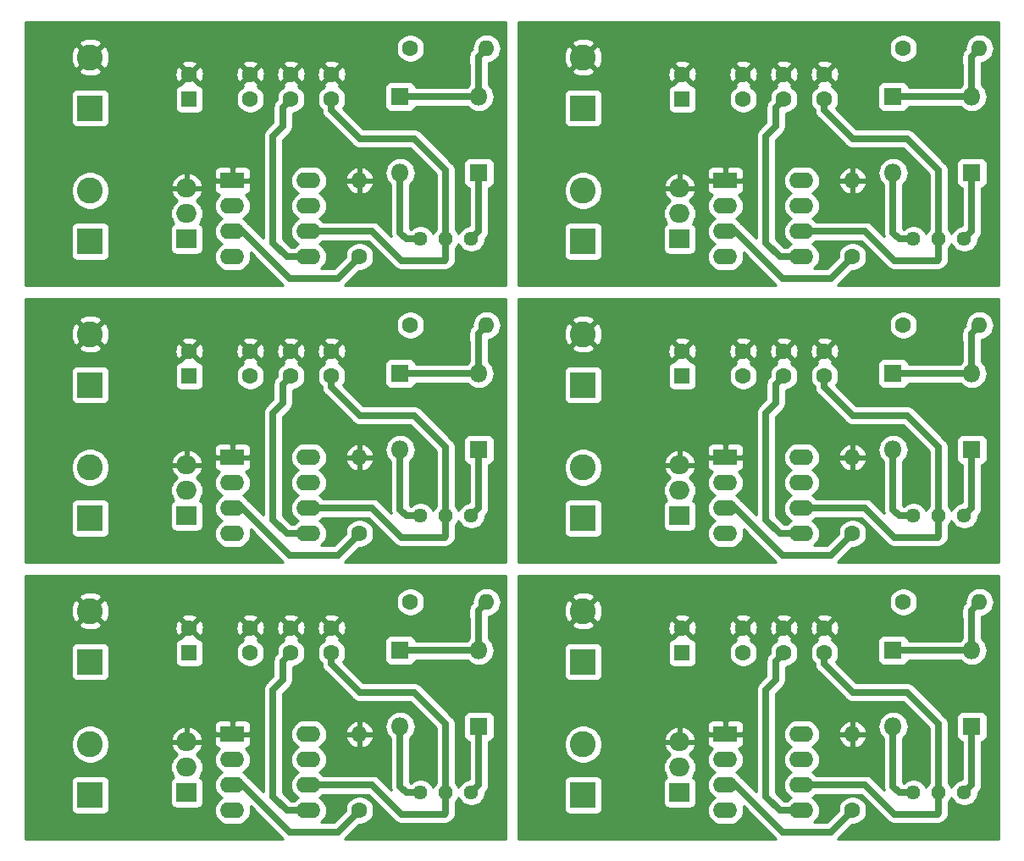
<source format=gbr>
G04 #@! TF.GenerationSoftware,KiCad,Pcbnew,5.1.4+dfsg1-1~bpo10+1*
G04 #@! TF.CreationDate,2022-07-21T16:49:21+05:30*
G04 #@! TF.ProjectId,555timer,35353574-696d-4657-922e-6b696361645f,rev?*
G04 #@! TF.SameCoordinates,Original*
G04 #@! TF.FileFunction,Copper,L2,Bot*
G04 #@! TF.FilePolarity,Positive*
%FSLAX46Y46*%
G04 Gerber Fmt 4.6, Leading zero omitted, Abs format (unit mm)*
G04 Created by KiCad (PCBNEW 5.1.4+dfsg1-1~bpo10+1) date 2022-07-21 16:49:21*
%MOMM*%
%LPD*%
G04 APERTURE LIST*
%ADD10C,1.600000*%
%ADD11R,2.600000X2.600000*%
%ADD12C,2.600000*%
%ADD13R,1.800000X1.800000*%
%ADD14O,1.800000X1.800000*%
%ADD15R,1.600000X1.600000*%
%ADD16C,1.440000*%
%ADD17O,2.400000X1.600000*%
%ADD18R,2.400000X1.600000*%
%ADD19O,1.600000X1.600000*%
%ADD20O,2.000000X1.905000*%
%ADD21R,2.000000X1.905000*%
%ADD22C,0.687000*%
%ADD23C,0.254000*%
G04 APERTURE END LIST*
D10*
X106426000Y-62992000D03*
X106426000Y-60492000D03*
D11*
X82296000Y-104902000D03*
D12*
X82296000Y-99822000D03*
D13*
X113284000Y-62738000D03*
D14*
X113284000Y-70358000D03*
D15*
X92202000Y-90678000D03*
D10*
X92202000Y-88178000D03*
X98298000Y-90678000D03*
X98298000Y-88178000D03*
X106426000Y-90678000D03*
X106426000Y-88178000D03*
D16*
X120396000Y-104648000D03*
X117856000Y-104648000D03*
X115316000Y-104648000D03*
D15*
X92202000Y-62992000D03*
D10*
X92202000Y-60492000D03*
D17*
X104140000Y-43434000D03*
X96520000Y-51054000D03*
X104140000Y-45974000D03*
X96520000Y-48514000D03*
X104140000Y-48514000D03*
X96520000Y-45974000D03*
X104140000Y-51054000D03*
D18*
X96520000Y-43434000D03*
D19*
X109220000Y-43434000D03*
D10*
X109220000Y-51054000D03*
D20*
X91948000Y-44196000D03*
X91948000Y-46736000D03*
D21*
X91948000Y-49276000D03*
D12*
X82296000Y-44450000D03*
D11*
X82296000Y-49530000D03*
D13*
X121158000Y-70358000D03*
D14*
X121158000Y-62738000D03*
D10*
X102362000Y-32806000D03*
X102362000Y-35306000D03*
X92202000Y-32806000D03*
D15*
X92202000Y-35306000D03*
D14*
X121158000Y-35052000D03*
D13*
X121158000Y-42672000D03*
D14*
X113284000Y-42672000D03*
D13*
X113284000Y-35052000D03*
D10*
X98298000Y-32806000D03*
X98298000Y-35306000D03*
D18*
X96520000Y-71120000D03*
D17*
X104140000Y-78740000D03*
X96520000Y-73660000D03*
X104140000Y-76200000D03*
X96520000Y-76200000D03*
X104140000Y-73660000D03*
X96520000Y-78740000D03*
X104140000Y-71120000D03*
D13*
X113284000Y-90424000D03*
D14*
X113284000Y-98044000D03*
D10*
X114300000Y-57912000D03*
D19*
X121920000Y-57912000D03*
D10*
X109220000Y-78740000D03*
D19*
X109220000Y-71120000D03*
D16*
X120396000Y-76962000D03*
X117856000Y-76962000D03*
X115316000Y-76962000D03*
X115316000Y-49276000D03*
X117856000Y-49276000D03*
X120396000Y-49276000D03*
D19*
X121920000Y-30226000D03*
D10*
X114300000Y-30226000D03*
D12*
X82296000Y-31112000D03*
D11*
X82296000Y-36192000D03*
D10*
X106426000Y-32806000D03*
X106426000Y-35306000D03*
D21*
X91948000Y-76962000D03*
D20*
X91948000Y-74422000D03*
X91948000Y-71882000D03*
D13*
X121158000Y-98044000D03*
D14*
X121158000Y-90424000D03*
D11*
X82296000Y-77216000D03*
D12*
X82296000Y-72136000D03*
D10*
X98298000Y-62992000D03*
X98298000Y-60492000D03*
X102362000Y-90678000D03*
X102362000Y-88178000D03*
X109220000Y-106426000D03*
D19*
X109220000Y-98806000D03*
D10*
X114300000Y-85598000D03*
D19*
X121920000Y-85598000D03*
D11*
X82296000Y-91564000D03*
D12*
X82296000Y-86484000D03*
D10*
X102362000Y-62992000D03*
X102362000Y-60492000D03*
D18*
X96520000Y-98806000D03*
D17*
X104140000Y-106426000D03*
X96520000Y-101346000D03*
X104140000Y-103886000D03*
X96520000Y-103886000D03*
X104140000Y-101346000D03*
X96520000Y-106426000D03*
X104140000Y-98806000D03*
D21*
X91948000Y-104648000D03*
D20*
X91948000Y-102108000D03*
X91948000Y-99568000D03*
D11*
X82296000Y-63878000D03*
D12*
X82296000Y-58798000D03*
D17*
X54864000Y-98806000D03*
X47244000Y-106426000D03*
X54864000Y-101346000D03*
X47244000Y-103886000D03*
X54864000Y-103886000D03*
X47244000Y-101346000D03*
X54864000Y-106426000D03*
D18*
X47244000Y-98806000D03*
D19*
X59944000Y-98806000D03*
D10*
X59944000Y-106426000D03*
D20*
X42672000Y-99568000D03*
X42672000Y-102108000D03*
D21*
X42672000Y-104648000D03*
D12*
X33020000Y-99822000D03*
D11*
X33020000Y-104902000D03*
D10*
X53086000Y-88178000D03*
X53086000Y-90678000D03*
X42926000Y-88178000D03*
D15*
X42926000Y-90678000D03*
D14*
X71882000Y-90424000D03*
D13*
X71882000Y-98044000D03*
D14*
X64008000Y-98044000D03*
D13*
X64008000Y-90424000D03*
D10*
X49022000Y-88178000D03*
X49022000Y-90678000D03*
D16*
X66040000Y-104648000D03*
X68580000Y-104648000D03*
X71120000Y-104648000D03*
D19*
X72644000Y-85598000D03*
D10*
X65024000Y-85598000D03*
D12*
X33020000Y-86484000D03*
D11*
X33020000Y-91564000D03*
D10*
X57150000Y-88178000D03*
X57150000Y-90678000D03*
D17*
X54864000Y-71120000D03*
X47244000Y-78740000D03*
X54864000Y-73660000D03*
X47244000Y-76200000D03*
X54864000Y-76200000D03*
X47244000Y-73660000D03*
X54864000Y-78740000D03*
D18*
X47244000Y-71120000D03*
D19*
X59944000Y-71120000D03*
D10*
X59944000Y-78740000D03*
D20*
X42672000Y-71882000D03*
X42672000Y-74422000D03*
D21*
X42672000Y-76962000D03*
D12*
X33020000Y-72136000D03*
D11*
X33020000Y-77216000D03*
D10*
X53086000Y-60492000D03*
X53086000Y-62992000D03*
X42926000Y-60492000D03*
D15*
X42926000Y-62992000D03*
D14*
X71882000Y-62738000D03*
D13*
X71882000Y-70358000D03*
D14*
X64008000Y-70358000D03*
D13*
X64008000Y-62738000D03*
D10*
X49022000Y-60492000D03*
X49022000Y-62992000D03*
D16*
X66040000Y-76962000D03*
X68580000Y-76962000D03*
X71120000Y-76962000D03*
D19*
X72644000Y-57912000D03*
D10*
X65024000Y-57912000D03*
D12*
X33020000Y-58798000D03*
D11*
X33020000Y-63878000D03*
D10*
X57150000Y-60492000D03*
X57150000Y-62992000D03*
D18*
X47244000Y-43434000D03*
D17*
X54864000Y-51054000D03*
X47244000Y-45974000D03*
X54864000Y-48514000D03*
X47244000Y-48514000D03*
X54864000Y-45974000D03*
X47244000Y-51054000D03*
X54864000Y-43434000D03*
D16*
X71120000Y-49276000D03*
X68580000Y-49276000D03*
X66040000Y-49276000D03*
D10*
X59944000Y-51054000D03*
D19*
X59944000Y-43434000D03*
D10*
X65024000Y-30226000D03*
D19*
X72644000Y-30226000D03*
D21*
X42672000Y-49276000D03*
D20*
X42672000Y-46736000D03*
X42672000Y-44196000D03*
D11*
X33020000Y-49530000D03*
D12*
X33020000Y-44450000D03*
D11*
X33020000Y-36192000D03*
D12*
X33020000Y-31112000D03*
D13*
X64008000Y-35052000D03*
D14*
X64008000Y-42672000D03*
D13*
X71882000Y-42672000D03*
D14*
X71882000Y-35052000D03*
D10*
X57150000Y-35306000D03*
X57150000Y-32806000D03*
X53086000Y-35306000D03*
X53086000Y-32806000D03*
D15*
X42926000Y-35306000D03*
D10*
X42926000Y-32806000D03*
X49022000Y-35306000D03*
X49022000Y-32806000D03*
D22*
X52286001Y-65696999D02*
X51308000Y-66675000D01*
X52705000Y-78740000D02*
X54864000Y-78740000D01*
X51308000Y-66675000D02*
X51308000Y-77343000D01*
X52286001Y-63791999D02*
X52286001Y-65696999D01*
X51308000Y-77343000D02*
X52705000Y-78740000D01*
X53086000Y-62992000D02*
X52286001Y-63791999D01*
X64135000Y-79121000D02*
X68453000Y-79121000D01*
X65405000Y-66929000D02*
X68580000Y-70104000D01*
X54864000Y-76200000D02*
X61214000Y-76200000D01*
X68453000Y-79121000D02*
X68580000Y-78994000D01*
X59955630Y-66929000D02*
X65405000Y-66929000D01*
X68580000Y-70104000D02*
X68580000Y-76962000D01*
X57150000Y-64123370D02*
X59955630Y-66929000D01*
X68580000Y-78994000D02*
X68580000Y-76962000D01*
X57150000Y-62992000D02*
X57150000Y-64123370D01*
X61214000Y-76200000D02*
X64135000Y-79121000D01*
X71844001Y-59398001D02*
X71844001Y-58711999D01*
X71844001Y-58711999D02*
X72644000Y-57912000D01*
X64008000Y-62738000D02*
X71882000Y-62738000D01*
X71882000Y-59436000D02*
X71844001Y-59398001D01*
X71882000Y-62738000D02*
X71882000Y-59436000D01*
X71882000Y-76200000D02*
X71120000Y-76962000D01*
X71882000Y-70358000D02*
X71882000Y-76200000D01*
X64643000Y-76962000D02*
X64008000Y-76327000D01*
X64008000Y-76327000D02*
X64008000Y-70358000D01*
X66040000Y-76962000D02*
X64643000Y-76962000D01*
X57785000Y-80899000D02*
X59144001Y-79539999D01*
X52959000Y-80899000D02*
X57785000Y-80899000D01*
X59144001Y-79539999D02*
X59944000Y-78740000D01*
X48260000Y-76200000D02*
X52959000Y-80899000D01*
X47244000Y-76200000D02*
X48260000Y-76200000D01*
X52286001Y-93382999D02*
X51308000Y-94361000D01*
X52705000Y-106426000D02*
X54864000Y-106426000D01*
X51308000Y-94361000D02*
X51308000Y-105029000D01*
X52286001Y-91477999D02*
X52286001Y-93382999D01*
X51308000Y-105029000D02*
X52705000Y-106426000D01*
X53086000Y-90678000D02*
X52286001Y-91477999D01*
X64135000Y-106807000D02*
X68453000Y-106807000D01*
X65405000Y-94615000D02*
X68580000Y-97790000D01*
X54864000Y-103886000D02*
X61214000Y-103886000D01*
X68453000Y-106807000D02*
X68580000Y-106680000D01*
X59955630Y-94615000D02*
X65405000Y-94615000D01*
X68580000Y-97790000D02*
X68580000Y-104648000D01*
X57150000Y-91809370D02*
X59955630Y-94615000D01*
X68580000Y-106680000D02*
X68580000Y-104648000D01*
X57150000Y-90678000D02*
X57150000Y-91809370D01*
X61214000Y-103886000D02*
X64135000Y-106807000D01*
X71844001Y-87084001D02*
X71844001Y-86397999D01*
X71844001Y-86397999D02*
X72644000Y-85598000D01*
X64008000Y-90424000D02*
X71882000Y-90424000D01*
X71882000Y-87122000D02*
X71844001Y-87084001D01*
X71882000Y-90424000D02*
X71882000Y-87122000D01*
X71882000Y-103886000D02*
X71120000Y-104648000D01*
X71882000Y-98044000D02*
X71882000Y-103886000D01*
X64643000Y-104648000D02*
X64008000Y-104013000D01*
X64008000Y-104013000D02*
X64008000Y-98044000D01*
X66040000Y-104648000D02*
X64643000Y-104648000D01*
X57785000Y-108585000D02*
X59144001Y-107225999D01*
X52959000Y-108585000D02*
X57785000Y-108585000D01*
X59144001Y-107225999D02*
X59944000Y-106426000D01*
X48260000Y-103886000D02*
X52959000Y-108585000D01*
X47244000Y-103886000D02*
X48260000Y-103886000D01*
X101562001Y-65696999D02*
X100584000Y-66675000D01*
X101981000Y-78740000D02*
X104140000Y-78740000D01*
X121158000Y-90424000D02*
X121158000Y-87122000D01*
X102362000Y-90678000D02*
X101562001Y-91477999D01*
X107061000Y-80899000D02*
X108420001Y-79539999D01*
X104140000Y-103886000D02*
X110490000Y-103886000D01*
X121158000Y-103886000D02*
X120396000Y-104648000D01*
X117729000Y-106807000D02*
X117856000Y-106680000D01*
X107061000Y-108585000D02*
X108420001Y-107225999D01*
X101981000Y-106426000D02*
X104140000Y-106426000D01*
X121120001Y-86397999D02*
X121920000Y-85598000D01*
X117729000Y-79121000D02*
X117856000Y-78994000D01*
X113919000Y-76962000D02*
X113284000Y-76327000D01*
X117856000Y-70104000D02*
X117856000Y-76962000D01*
X114681000Y-66929000D02*
X117856000Y-70104000D01*
X121158000Y-59436000D02*
X121120001Y-59398001D01*
X110490000Y-76200000D02*
X113411000Y-79121000D01*
X100584000Y-77343000D02*
X101981000Y-78740000D01*
X102235000Y-108585000D02*
X107061000Y-108585000D01*
X109231630Y-94615000D02*
X114681000Y-94615000D01*
X100584000Y-94361000D02*
X100584000Y-105029000D01*
X101562001Y-91477999D02*
X101562001Y-93382999D01*
X113919000Y-104648000D02*
X113284000Y-104013000D01*
X97536000Y-76200000D02*
X102235000Y-80899000D01*
X121120001Y-59398001D02*
X121120001Y-58711999D01*
X102235000Y-80899000D02*
X107061000Y-80899000D01*
X101562001Y-63791999D02*
X101562001Y-65696999D01*
X117856000Y-78994000D02*
X117856000Y-76962000D01*
X113411000Y-106807000D02*
X117729000Y-106807000D01*
X108420001Y-79539999D02*
X109220000Y-78740000D01*
X121158000Y-76200000D02*
X120396000Y-76962000D01*
X104140000Y-76200000D02*
X110490000Y-76200000D01*
X113411000Y-79121000D02*
X117729000Y-79121000D01*
X113284000Y-104013000D02*
X113284000Y-98044000D01*
X121120001Y-58711999D02*
X121920000Y-57912000D01*
X106426000Y-62992000D02*
X106426000Y-64123370D01*
X113284000Y-76327000D02*
X113284000Y-70358000D01*
X121158000Y-62738000D02*
X121158000Y-59436000D01*
X113284000Y-62738000D02*
X121158000Y-62738000D01*
X100584000Y-66675000D02*
X100584000Y-77343000D01*
X115316000Y-76962000D02*
X113919000Y-76962000D01*
X102362000Y-62992000D02*
X101562001Y-63791999D01*
X106426000Y-90678000D02*
X106426000Y-91809370D01*
X121158000Y-87122000D02*
X121120001Y-87084001D01*
X110490000Y-103886000D02*
X113411000Y-106807000D01*
X100584000Y-105029000D02*
X101981000Y-106426000D01*
X106426000Y-91809370D02*
X109231630Y-94615000D01*
X117856000Y-106680000D02*
X117856000Y-104648000D01*
X96520000Y-103886000D02*
X97536000Y-103886000D01*
X114681000Y-94615000D02*
X117856000Y-97790000D01*
X101562001Y-93382999D02*
X100584000Y-94361000D01*
X117856000Y-97790000D02*
X117856000Y-104648000D01*
X113284000Y-90424000D02*
X121158000Y-90424000D01*
X96520000Y-76200000D02*
X97536000Y-76200000D01*
X115316000Y-104648000D02*
X113919000Y-104648000D01*
X121158000Y-70358000D02*
X121158000Y-76200000D01*
X121120001Y-87084001D02*
X121120001Y-86397999D01*
X106426000Y-64123370D02*
X109231630Y-66929000D01*
X108420001Y-107225999D02*
X109220000Y-106426000D01*
X121158000Y-98044000D02*
X121158000Y-103886000D01*
X97536000Y-103886000D02*
X102235000Y-108585000D01*
X109231630Y-66929000D02*
X114681000Y-66929000D01*
X101562001Y-38010999D02*
X100584000Y-38989000D01*
X101981000Y-51054000D02*
X104140000Y-51054000D01*
X100584000Y-38989000D02*
X100584000Y-49657000D01*
X101562001Y-36105999D02*
X101562001Y-38010999D01*
X100584000Y-49657000D02*
X101981000Y-51054000D01*
X102362000Y-35306000D02*
X101562001Y-36105999D01*
X113411000Y-51435000D02*
X117729000Y-51435000D01*
X114681000Y-39243000D02*
X117856000Y-42418000D01*
X104140000Y-48514000D02*
X110490000Y-48514000D01*
X117729000Y-51435000D02*
X117856000Y-51308000D01*
X109231630Y-39243000D02*
X114681000Y-39243000D01*
X117856000Y-42418000D02*
X117856000Y-49276000D01*
X106426000Y-36437370D02*
X109231630Y-39243000D01*
X117856000Y-51308000D02*
X117856000Y-49276000D01*
X106426000Y-35306000D02*
X106426000Y-36437370D01*
X110490000Y-48514000D02*
X113411000Y-51435000D01*
X121120001Y-31712001D02*
X121120001Y-31025999D01*
X121120001Y-31025999D02*
X121920000Y-30226000D01*
X113284000Y-35052000D02*
X121158000Y-35052000D01*
X121158000Y-31750000D02*
X121120001Y-31712001D01*
X121158000Y-35052000D02*
X121158000Y-31750000D01*
X121158000Y-48514000D02*
X120396000Y-49276000D01*
X121158000Y-42672000D02*
X121158000Y-48514000D01*
X113919000Y-49276000D02*
X113284000Y-48641000D01*
X113284000Y-48641000D02*
X113284000Y-42672000D01*
X115316000Y-49276000D02*
X113919000Y-49276000D01*
X107061000Y-53213000D02*
X108420001Y-51853999D01*
X102235000Y-53213000D02*
X107061000Y-53213000D01*
X108420001Y-51853999D02*
X109220000Y-51054000D01*
X97536000Y-48514000D02*
X102235000Y-53213000D01*
X96520000Y-48514000D02*
X97536000Y-48514000D01*
X51308000Y-38989000D02*
X51308000Y-49657000D01*
X52286001Y-38010999D02*
X51308000Y-38989000D01*
X53086000Y-35306000D02*
X52286001Y-36105999D01*
X52705000Y-51054000D02*
X54864000Y-51054000D01*
X51308000Y-49657000D02*
X52705000Y-51054000D01*
X52286001Y-36105999D02*
X52286001Y-38010999D01*
X68580000Y-51308000D02*
X68580000Y-49276000D01*
X68453000Y-51435000D02*
X68580000Y-51308000D01*
X64135000Y-51435000D02*
X68453000Y-51435000D01*
X54864000Y-48514000D02*
X61214000Y-48514000D01*
X61214000Y-48514000D02*
X64135000Y-51435000D01*
X57150000Y-36437370D02*
X59955630Y-39243000D01*
X57150000Y-35306000D02*
X57150000Y-36437370D01*
X59955630Y-39243000D02*
X65405000Y-39243000D01*
X68580000Y-42418000D02*
X68580000Y-49276000D01*
X65405000Y-39243000D02*
X68580000Y-42418000D01*
X64008000Y-35052000D02*
X71882000Y-35052000D01*
X71844001Y-31712001D02*
X71844001Y-31025999D01*
X71844001Y-31025999D02*
X72644000Y-30226000D01*
X71882000Y-31750000D02*
X71844001Y-31712001D01*
X71882000Y-35052000D02*
X71882000Y-31750000D01*
X71882000Y-48514000D02*
X71120000Y-49276000D01*
X71882000Y-42672000D02*
X71882000Y-48514000D01*
X66040000Y-49276000D02*
X64643000Y-49276000D01*
X64008000Y-48641000D02*
X64008000Y-42672000D01*
X64643000Y-49276000D02*
X64008000Y-48641000D01*
X59144001Y-51853999D02*
X59944000Y-51054000D01*
X52959000Y-53213000D02*
X57785000Y-53213000D01*
X57785000Y-53213000D02*
X59144001Y-51853999D01*
X48260000Y-48514000D02*
X52959000Y-53213000D01*
X47244000Y-48514000D02*
X48260000Y-48514000D01*
D23*
G36*
X74524001Y-53950000D02*
G01*
X58429380Y-53950000D01*
X58480251Y-53908251D01*
X58510892Y-53870915D01*
X59869891Y-52511917D01*
X59869895Y-52511912D01*
X59892807Y-52489000D01*
X60085335Y-52489000D01*
X60362574Y-52433853D01*
X60623727Y-52325680D01*
X60858759Y-52168637D01*
X61058637Y-51968759D01*
X61215680Y-51733727D01*
X61323853Y-51472574D01*
X61379000Y-51195335D01*
X61379000Y-50912665D01*
X61323853Y-50635426D01*
X61215680Y-50374273D01*
X61058637Y-50139241D01*
X60858759Y-49939363D01*
X60623727Y-49782320D01*
X60362574Y-49674147D01*
X60085335Y-49619000D01*
X59802665Y-49619000D01*
X59525426Y-49674147D01*
X59264273Y-49782320D01*
X59029241Y-49939363D01*
X58829363Y-50139241D01*
X58672320Y-50374273D01*
X58564147Y-50635426D01*
X58509000Y-50912665D01*
X58509000Y-51105193D01*
X58486088Y-51128105D01*
X58486083Y-51128109D01*
X57379693Y-52234500D01*
X56087560Y-52234500D01*
X56283608Y-52073608D01*
X56462932Y-51855101D01*
X56596182Y-51605808D01*
X56678236Y-51335309D01*
X56705943Y-51054000D01*
X56678236Y-50772691D01*
X56596182Y-50502192D01*
X56462932Y-50252899D01*
X56283608Y-50034392D01*
X56065101Y-49855068D01*
X55932142Y-49784000D01*
X56065101Y-49712932D01*
X56283608Y-49533608D01*
X56317344Y-49492500D01*
X60808693Y-49492500D01*
X63409112Y-52092920D01*
X63439749Y-52130251D01*
X63588744Y-52252529D01*
X63758733Y-52343390D01*
X63943181Y-52399341D01*
X64086936Y-52413500D01*
X64086944Y-52413500D01*
X64135000Y-52418233D01*
X64183056Y-52413500D01*
X68404944Y-52413500D01*
X68453000Y-52418233D01*
X68501056Y-52413500D01*
X68501064Y-52413500D01*
X68644819Y-52399341D01*
X68829267Y-52343390D01*
X68999256Y-52252529D01*
X69148251Y-52130251D01*
X69178893Y-52092914D01*
X69237914Y-52033893D01*
X69275251Y-52003251D01*
X69397529Y-51854256D01*
X69488390Y-51684267D01*
X69544341Y-51499819D01*
X69558500Y-51356064D01*
X69558500Y-51356057D01*
X69563233Y-51308001D01*
X69558500Y-51259945D01*
X69558500Y-50213759D01*
X69632497Y-50139762D01*
X69780785Y-49917833D01*
X69850000Y-49750734D01*
X69919215Y-49917833D01*
X70067503Y-50139762D01*
X70256238Y-50328497D01*
X70478167Y-50476785D01*
X70724761Y-50578928D01*
X70986544Y-50631000D01*
X71253456Y-50631000D01*
X71515239Y-50578928D01*
X71761833Y-50476785D01*
X71983762Y-50328497D01*
X72172497Y-50139762D01*
X72320785Y-49917833D01*
X72422928Y-49671239D01*
X72475000Y-49409456D01*
X72475000Y-49304808D01*
X72539920Y-49239888D01*
X72577251Y-49209251D01*
X72607891Y-49171917D01*
X72679893Y-49084182D01*
X72699529Y-49060256D01*
X72790390Y-48890267D01*
X72846341Y-48705819D01*
X72860500Y-48562064D01*
X72860500Y-48562056D01*
X72865233Y-48514000D01*
X72860500Y-48465944D01*
X72860500Y-44202341D01*
X72906482Y-44197812D01*
X73026180Y-44161502D01*
X73136494Y-44102537D01*
X73233185Y-44023185D01*
X73312537Y-43926494D01*
X73371502Y-43816180D01*
X73407812Y-43696482D01*
X73420072Y-43572000D01*
X73420072Y-41772000D01*
X73407812Y-41647518D01*
X73371502Y-41527820D01*
X73312537Y-41417506D01*
X73233185Y-41320815D01*
X73136494Y-41241463D01*
X73026180Y-41182498D01*
X72906482Y-41146188D01*
X72782000Y-41133928D01*
X70982000Y-41133928D01*
X70857518Y-41146188D01*
X70737820Y-41182498D01*
X70627506Y-41241463D01*
X70530815Y-41320815D01*
X70451463Y-41417506D01*
X70392498Y-41527820D01*
X70356188Y-41647518D01*
X70343928Y-41772000D01*
X70343928Y-43572000D01*
X70356188Y-43696482D01*
X70392498Y-43816180D01*
X70451463Y-43926494D01*
X70530815Y-44023185D01*
X70627506Y-44102537D01*
X70737820Y-44161502D01*
X70857518Y-44197812D01*
X70903500Y-44202341D01*
X70903501Y-47937518D01*
X70724761Y-47973072D01*
X70478167Y-48075215D01*
X70256238Y-48223503D01*
X70067503Y-48412238D01*
X69919215Y-48634167D01*
X69850000Y-48801266D01*
X69780785Y-48634167D01*
X69632497Y-48412238D01*
X69558500Y-48338241D01*
X69558500Y-42466055D01*
X69563233Y-42417999D01*
X69558500Y-42369943D01*
X69558500Y-42369936D01*
X69544341Y-42226181D01*
X69488390Y-42041733D01*
X69397529Y-41871744D01*
X69275251Y-41722749D01*
X69237920Y-41692112D01*
X66130892Y-38585085D01*
X66100251Y-38547749D01*
X65951256Y-38425471D01*
X65781267Y-38334610D01*
X65596819Y-38278659D01*
X65453064Y-38264500D01*
X65453056Y-38264500D01*
X65405000Y-38259767D01*
X65356944Y-38264500D01*
X60360938Y-38264500D01*
X58285689Y-36189252D01*
X58421680Y-35985727D01*
X58529853Y-35724574D01*
X58585000Y-35447335D01*
X58585000Y-35164665D01*
X58529853Y-34887426D01*
X58421680Y-34626273D01*
X58264637Y-34391241D01*
X58064759Y-34191363D01*
X58005848Y-34152000D01*
X62469928Y-34152000D01*
X62469928Y-35952000D01*
X62482188Y-36076482D01*
X62518498Y-36196180D01*
X62577463Y-36306494D01*
X62656815Y-36403185D01*
X62753506Y-36482537D01*
X62863820Y-36541502D01*
X62983518Y-36577812D01*
X63108000Y-36590072D01*
X64908000Y-36590072D01*
X65032482Y-36577812D01*
X65152180Y-36541502D01*
X65262494Y-36482537D01*
X65359185Y-36403185D01*
X65438537Y-36306494D01*
X65497502Y-36196180D01*
X65533812Y-36076482D01*
X65538341Y-36030500D01*
X70699291Y-36030500D01*
X70791339Y-36142661D01*
X71025073Y-36334481D01*
X71291739Y-36477017D01*
X71581087Y-36564790D01*
X71806592Y-36587000D01*
X71957408Y-36587000D01*
X72182913Y-36564790D01*
X72472261Y-36477017D01*
X72738927Y-36334481D01*
X72972661Y-36142661D01*
X73164481Y-35908927D01*
X73307017Y-35642261D01*
X73394790Y-35352913D01*
X73424427Y-35052000D01*
X73394790Y-34751087D01*
X73307017Y-34461739D01*
X73164481Y-34195073D01*
X72972661Y-33961339D01*
X72860500Y-33869291D01*
X72860500Y-31798056D01*
X72865233Y-31750000D01*
X72860500Y-31701944D01*
X72860500Y-31701936D01*
X72855104Y-31647151D01*
X72925309Y-31640236D01*
X73195808Y-31558182D01*
X73445101Y-31424932D01*
X73663608Y-31245608D01*
X73842932Y-31027101D01*
X73976182Y-30777808D01*
X74058236Y-30507309D01*
X74085943Y-30226000D01*
X74058236Y-29944691D01*
X73976182Y-29674192D01*
X73842932Y-29424899D01*
X73663608Y-29206392D01*
X73445101Y-29027068D01*
X73195808Y-28893818D01*
X72925309Y-28811764D01*
X72714492Y-28791000D01*
X72573508Y-28791000D01*
X72362691Y-28811764D01*
X72092192Y-28893818D01*
X71842899Y-29027068D01*
X71624392Y-29206392D01*
X71445068Y-29424899D01*
X71311818Y-29674192D01*
X71229764Y-29944691D01*
X71202057Y-30226000D01*
X71207270Y-30278923D01*
X71186082Y-30300111D01*
X71148751Y-30330748D01*
X71118114Y-30368079D01*
X71118111Y-30368082D01*
X71081883Y-30412226D01*
X71026473Y-30479743D01*
X70935612Y-30649732D01*
X70879660Y-30834180D01*
X70865501Y-30977935D01*
X70865501Y-30977943D01*
X70860768Y-31025999D01*
X70865501Y-31074055D01*
X70865501Y-31663945D01*
X70860768Y-31712001D01*
X70865501Y-31760057D01*
X70865501Y-31760064D01*
X70879660Y-31903819D01*
X70903501Y-31982413D01*
X70903500Y-33869291D01*
X70791339Y-33961339D01*
X70699291Y-34073500D01*
X65538341Y-34073500D01*
X65533812Y-34027518D01*
X65497502Y-33907820D01*
X65438537Y-33797506D01*
X65359185Y-33700815D01*
X65262494Y-33621463D01*
X65152180Y-33562498D01*
X65032482Y-33526188D01*
X64908000Y-33513928D01*
X63108000Y-33513928D01*
X62983518Y-33526188D01*
X62863820Y-33562498D01*
X62753506Y-33621463D01*
X62656815Y-33700815D01*
X62577463Y-33797506D01*
X62518498Y-33907820D01*
X62482188Y-34027518D01*
X62469928Y-34152000D01*
X58005848Y-34152000D01*
X57864131Y-34057308D01*
X57891514Y-34042671D01*
X57963097Y-33798702D01*
X57150000Y-32985605D01*
X56336903Y-33798702D01*
X56408486Y-34042671D01*
X56437341Y-34056324D01*
X56235241Y-34191363D01*
X56035363Y-34391241D01*
X55878320Y-34626273D01*
X55770147Y-34887426D01*
X55715000Y-35164665D01*
X55715000Y-35447335D01*
X55770147Y-35724574D01*
X55878320Y-35985727D01*
X56035363Y-36220759D01*
X56171501Y-36356897D01*
X56171501Y-36389305D01*
X56166767Y-36437370D01*
X56185659Y-36629188D01*
X56216790Y-36731812D01*
X56241611Y-36813637D01*
X56332472Y-36983626D01*
X56357718Y-37014388D01*
X56424110Y-37095287D01*
X56424113Y-37095290D01*
X56454750Y-37132621D01*
X56492081Y-37163258D01*
X59229742Y-39900920D01*
X59260379Y-39938251D01*
X59297710Y-39968888D01*
X59297712Y-39968890D01*
X59327104Y-39993011D01*
X59409374Y-40060529D01*
X59579363Y-40151390D01*
X59763811Y-40207341D01*
X59907566Y-40221500D01*
X59907574Y-40221500D01*
X59955630Y-40226233D01*
X60003686Y-40221500D01*
X64999693Y-40221500D01*
X67601500Y-42823308D01*
X67601501Y-48338240D01*
X67527503Y-48412238D01*
X67379215Y-48634167D01*
X67310000Y-48801266D01*
X67240785Y-48634167D01*
X67092497Y-48412238D01*
X66903762Y-48223503D01*
X66681833Y-48075215D01*
X66435239Y-47973072D01*
X66173456Y-47921000D01*
X65906544Y-47921000D01*
X65644761Y-47973072D01*
X65398167Y-48075215D01*
X65176238Y-48223503D01*
X65102241Y-48297500D01*
X65048307Y-48297500D01*
X64986500Y-48235693D01*
X64986500Y-43854709D01*
X65098661Y-43762661D01*
X65290481Y-43528927D01*
X65433017Y-43262261D01*
X65520790Y-42972913D01*
X65550427Y-42672000D01*
X65520790Y-42371087D01*
X65433017Y-42081739D01*
X65290481Y-41815073D01*
X65098661Y-41581339D01*
X64864927Y-41389519D01*
X64598261Y-41246983D01*
X64308913Y-41159210D01*
X64083408Y-41137000D01*
X63932592Y-41137000D01*
X63707087Y-41159210D01*
X63417739Y-41246983D01*
X63151073Y-41389519D01*
X62917339Y-41581339D01*
X62725519Y-41815073D01*
X62582983Y-42081739D01*
X62495210Y-42371087D01*
X62465573Y-42672000D01*
X62495210Y-42972913D01*
X62582983Y-43262261D01*
X62725519Y-43528927D01*
X62917339Y-43762661D01*
X63029501Y-43854710D01*
X63029500Y-48592944D01*
X63024767Y-48641000D01*
X63029500Y-48689056D01*
X63029500Y-48689063D01*
X63043659Y-48832818D01*
X63098973Y-49015165D01*
X61939892Y-47856085D01*
X61909251Y-47818749D01*
X61760256Y-47696471D01*
X61590267Y-47605610D01*
X61405819Y-47549659D01*
X61262064Y-47535500D01*
X61262056Y-47535500D01*
X61214000Y-47530767D01*
X61165944Y-47535500D01*
X56317344Y-47535500D01*
X56283608Y-47494392D01*
X56065101Y-47315068D01*
X55932142Y-47244000D01*
X56065101Y-47172932D01*
X56283608Y-46993608D01*
X56462932Y-46775101D01*
X56596182Y-46525808D01*
X56678236Y-46255309D01*
X56705943Y-45974000D01*
X56678236Y-45692691D01*
X56596182Y-45422192D01*
X56462932Y-45172899D01*
X56283608Y-44954392D01*
X56065101Y-44775068D01*
X55932142Y-44704000D01*
X56065101Y-44632932D01*
X56283608Y-44453608D01*
X56462932Y-44235101D01*
X56596182Y-43985808D01*
X56657690Y-43783040D01*
X58552091Y-43783040D01*
X58646930Y-44047881D01*
X58791615Y-44289131D01*
X58980586Y-44497519D01*
X59206580Y-44665037D01*
X59460913Y-44785246D01*
X59594961Y-44825904D01*
X59817000Y-44703915D01*
X59817000Y-43561000D01*
X60071000Y-43561000D01*
X60071000Y-44703915D01*
X60293039Y-44825904D01*
X60427087Y-44785246D01*
X60681420Y-44665037D01*
X60907414Y-44497519D01*
X61096385Y-44289131D01*
X61241070Y-44047881D01*
X61335909Y-43783040D01*
X61214624Y-43561000D01*
X60071000Y-43561000D01*
X59817000Y-43561000D01*
X58673376Y-43561000D01*
X58552091Y-43783040D01*
X56657690Y-43783040D01*
X56678236Y-43715309D01*
X56705943Y-43434000D01*
X56678236Y-43152691D01*
X56657691Y-43084960D01*
X58552091Y-43084960D01*
X58673376Y-43307000D01*
X59817000Y-43307000D01*
X59817000Y-42164085D01*
X60071000Y-42164085D01*
X60071000Y-43307000D01*
X61214624Y-43307000D01*
X61335909Y-43084960D01*
X61241070Y-42820119D01*
X61096385Y-42578869D01*
X60907414Y-42370481D01*
X60681420Y-42202963D01*
X60427087Y-42082754D01*
X60293039Y-42042096D01*
X60071000Y-42164085D01*
X59817000Y-42164085D01*
X59594961Y-42042096D01*
X59460913Y-42082754D01*
X59206580Y-42202963D01*
X58980586Y-42370481D01*
X58791615Y-42578869D01*
X58646930Y-42820119D01*
X58552091Y-43084960D01*
X56657691Y-43084960D01*
X56596182Y-42882192D01*
X56462932Y-42632899D01*
X56283608Y-42414392D01*
X56065101Y-42235068D01*
X55815808Y-42101818D01*
X55545309Y-42019764D01*
X55334492Y-41999000D01*
X54393508Y-41999000D01*
X54182691Y-42019764D01*
X53912192Y-42101818D01*
X53662899Y-42235068D01*
X53444392Y-42414392D01*
X53265068Y-42632899D01*
X53131818Y-42882192D01*
X53049764Y-43152691D01*
X53022057Y-43434000D01*
X53049764Y-43715309D01*
X53131818Y-43985808D01*
X53265068Y-44235101D01*
X53444392Y-44453608D01*
X53662899Y-44632932D01*
X53795858Y-44704000D01*
X53662899Y-44775068D01*
X53444392Y-44954392D01*
X53265068Y-45172899D01*
X53131818Y-45422192D01*
X53049764Y-45692691D01*
X53022057Y-45974000D01*
X53049764Y-46255309D01*
X53131818Y-46525808D01*
X53265068Y-46775101D01*
X53444392Y-46993608D01*
X53662899Y-47172932D01*
X53795858Y-47244000D01*
X53662899Y-47315068D01*
X53444392Y-47494392D01*
X53265068Y-47712899D01*
X53131818Y-47962192D01*
X53049764Y-48232691D01*
X53022057Y-48514000D01*
X53049764Y-48795309D01*
X53131818Y-49065808D01*
X53265068Y-49315101D01*
X53444392Y-49533608D01*
X53662899Y-49712932D01*
X53795858Y-49784000D01*
X53662899Y-49855068D01*
X53444392Y-50034392D01*
X53410656Y-50075500D01*
X53110308Y-50075500D01*
X52286500Y-49251693D01*
X52286500Y-39394307D01*
X52943921Y-38736887D01*
X52981252Y-38706250D01*
X53103530Y-38557255D01*
X53194391Y-38387266D01*
X53250342Y-38202818D01*
X53264501Y-38059063D01*
X53264501Y-38059056D01*
X53269234Y-38011000D01*
X53264501Y-37962944D01*
X53264501Y-36733607D01*
X53504574Y-36685853D01*
X53765727Y-36577680D01*
X54000759Y-36420637D01*
X54200637Y-36220759D01*
X54357680Y-35985727D01*
X54465853Y-35724574D01*
X54521000Y-35447335D01*
X54521000Y-35164665D01*
X54465853Y-34887426D01*
X54357680Y-34626273D01*
X54200637Y-34391241D01*
X54000759Y-34191363D01*
X53800131Y-34057308D01*
X53827514Y-34042671D01*
X53899097Y-33798702D01*
X53086000Y-32985605D01*
X52272903Y-33798702D01*
X52344486Y-34042671D01*
X52373341Y-34056324D01*
X52171241Y-34191363D01*
X51971363Y-34391241D01*
X51814320Y-34626273D01*
X51706147Y-34887426D01*
X51651000Y-35164665D01*
X51651000Y-35357193D01*
X51628086Y-35380107D01*
X51590750Y-35410748D01*
X51468472Y-35559743D01*
X51377611Y-35729733D01*
X51321660Y-35914181D01*
X51307501Y-36057936D01*
X51307501Y-36057943D01*
X51302768Y-36105999D01*
X51307501Y-36154056D01*
X51307502Y-37605691D01*
X50650085Y-38263108D01*
X50612749Y-38293749D01*
X50490471Y-38442744D01*
X50399610Y-38612734D01*
X50343659Y-38797182D01*
X50329500Y-38940937D01*
X50329500Y-38940944D01*
X50324767Y-38989000D01*
X50329500Y-39037056D01*
X50329501Y-49199694D01*
X48985893Y-47856086D01*
X48955251Y-47818749D01*
X48855950Y-47737254D01*
X48842932Y-47712899D01*
X48663608Y-47494392D01*
X48445101Y-47315068D01*
X48312142Y-47244000D01*
X48445101Y-47172932D01*
X48663608Y-46993608D01*
X48842932Y-46775101D01*
X48976182Y-46525808D01*
X49058236Y-46255309D01*
X49085943Y-45974000D01*
X49058236Y-45692691D01*
X48976182Y-45422192D01*
X48842932Y-45172899D01*
X48663608Y-44954392D01*
X48550518Y-44861581D01*
X48568482Y-44859812D01*
X48688180Y-44823502D01*
X48798494Y-44764537D01*
X48895185Y-44685185D01*
X48974537Y-44588494D01*
X49033502Y-44478180D01*
X49069812Y-44358482D01*
X49082072Y-44234000D01*
X49079000Y-43719750D01*
X48920250Y-43561000D01*
X47371000Y-43561000D01*
X47371000Y-43581000D01*
X47117000Y-43581000D01*
X47117000Y-43561000D01*
X45567750Y-43561000D01*
X45409000Y-43719750D01*
X45405928Y-44234000D01*
X45418188Y-44358482D01*
X45454498Y-44478180D01*
X45513463Y-44588494D01*
X45592815Y-44685185D01*
X45689506Y-44764537D01*
X45799820Y-44823502D01*
X45919518Y-44859812D01*
X45937482Y-44861581D01*
X45824392Y-44954392D01*
X45645068Y-45172899D01*
X45511818Y-45422192D01*
X45429764Y-45692691D01*
X45402057Y-45974000D01*
X45429764Y-46255309D01*
X45511818Y-46525808D01*
X45645068Y-46775101D01*
X45824392Y-46993608D01*
X46042899Y-47172932D01*
X46175858Y-47244000D01*
X46042899Y-47315068D01*
X45824392Y-47494392D01*
X45645068Y-47712899D01*
X45511818Y-47962192D01*
X45429764Y-48232691D01*
X45402057Y-48514000D01*
X45429764Y-48795309D01*
X45511818Y-49065808D01*
X45645068Y-49315101D01*
X45824392Y-49533608D01*
X46042899Y-49712932D01*
X46175858Y-49784000D01*
X46042899Y-49855068D01*
X45824392Y-50034392D01*
X45645068Y-50252899D01*
X45511818Y-50502192D01*
X45429764Y-50772691D01*
X45402057Y-51054000D01*
X45429764Y-51335309D01*
X45511818Y-51605808D01*
X45645068Y-51855101D01*
X45824392Y-52073608D01*
X46042899Y-52252932D01*
X46292192Y-52386182D01*
X46562691Y-52468236D01*
X46773508Y-52489000D01*
X47714492Y-52489000D01*
X47925309Y-52468236D01*
X48195808Y-52386182D01*
X48445101Y-52252932D01*
X48663608Y-52073608D01*
X48842932Y-51855101D01*
X48976182Y-51605808D01*
X49058236Y-51335309D01*
X49085943Y-51054000D01*
X49058236Y-50772691D01*
X49024862Y-50662669D01*
X52233112Y-53870920D01*
X52263749Y-53908251D01*
X52301080Y-53938888D01*
X52301082Y-53938890D01*
X52314620Y-53950000D01*
X26568000Y-53950000D01*
X26568000Y-48230000D01*
X31081928Y-48230000D01*
X31081928Y-50830000D01*
X31094188Y-50954482D01*
X31130498Y-51074180D01*
X31189463Y-51184494D01*
X31268815Y-51281185D01*
X31365506Y-51360537D01*
X31475820Y-51419502D01*
X31595518Y-51455812D01*
X31720000Y-51468072D01*
X34320000Y-51468072D01*
X34444482Y-51455812D01*
X34564180Y-51419502D01*
X34674494Y-51360537D01*
X34771185Y-51281185D01*
X34850537Y-51184494D01*
X34909502Y-51074180D01*
X34945812Y-50954482D01*
X34958072Y-50830000D01*
X34958072Y-48230000D01*
X34945812Y-48105518D01*
X34909502Y-47985820D01*
X34850537Y-47875506D01*
X34771185Y-47778815D01*
X34674494Y-47699463D01*
X34564180Y-47640498D01*
X34444482Y-47604188D01*
X34320000Y-47591928D01*
X31720000Y-47591928D01*
X31595518Y-47604188D01*
X31475820Y-47640498D01*
X31365506Y-47699463D01*
X31268815Y-47778815D01*
X31189463Y-47875506D01*
X31130498Y-47985820D01*
X31094188Y-48105518D01*
X31081928Y-48230000D01*
X26568000Y-48230000D01*
X26568000Y-46736000D01*
X41029319Y-46736000D01*
X41059970Y-47047204D01*
X41150745Y-47346449D01*
X41298155Y-47622235D01*
X41401446Y-47748095D01*
X41317506Y-47792963D01*
X41220815Y-47872315D01*
X41141463Y-47969006D01*
X41082498Y-48079320D01*
X41046188Y-48199018D01*
X41033928Y-48323500D01*
X41033928Y-50228500D01*
X41046188Y-50352982D01*
X41082498Y-50472680D01*
X41141463Y-50582994D01*
X41220815Y-50679685D01*
X41317506Y-50759037D01*
X41427820Y-50818002D01*
X41547518Y-50854312D01*
X41672000Y-50866572D01*
X43672000Y-50866572D01*
X43796482Y-50854312D01*
X43916180Y-50818002D01*
X44026494Y-50759037D01*
X44123185Y-50679685D01*
X44202537Y-50582994D01*
X44261502Y-50472680D01*
X44297812Y-50352982D01*
X44310072Y-50228500D01*
X44310072Y-48323500D01*
X44297812Y-48199018D01*
X44261502Y-48079320D01*
X44202537Y-47969006D01*
X44123185Y-47872315D01*
X44026494Y-47792963D01*
X43942554Y-47748095D01*
X44045845Y-47622235D01*
X44193255Y-47346449D01*
X44284030Y-47047204D01*
X44314681Y-46736000D01*
X44284030Y-46424796D01*
X44193255Y-46125551D01*
X44045845Y-45849765D01*
X43847463Y-45608037D01*
X43668101Y-45460837D01*
X43853315Y-45305437D01*
X44047969Y-45062923D01*
X44191571Y-44787094D01*
X44262563Y-44568980D01*
X44142594Y-44323000D01*
X42799000Y-44323000D01*
X42799000Y-44343000D01*
X42545000Y-44343000D01*
X42545000Y-44323000D01*
X41201406Y-44323000D01*
X41081437Y-44568980D01*
X41152429Y-44787094D01*
X41296031Y-45062923D01*
X41490685Y-45305437D01*
X41675899Y-45460837D01*
X41496537Y-45608037D01*
X41298155Y-45849765D01*
X41150745Y-46125551D01*
X41059970Y-46424796D01*
X41029319Y-46736000D01*
X26568000Y-46736000D01*
X26568000Y-44259419D01*
X31085000Y-44259419D01*
X31085000Y-44640581D01*
X31159361Y-45014419D01*
X31305225Y-45366566D01*
X31516987Y-45683491D01*
X31786509Y-45953013D01*
X32103434Y-46164775D01*
X32455581Y-46310639D01*
X32829419Y-46385000D01*
X33210581Y-46385000D01*
X33584419Y-46310639D01*
X33936566Y-46164775D01*
X34253491Y-45953013D01*
X34523013Y-45683491D01*
X34734775Y-45366566D01*
X34880639Y-45014419D01*
X34955000Y-44640581D01*
X34955000Y-44259419D01*
X34880639Y-43885581D01*
X34854726Y-43823020D01*
X41081437Y-43823020D01*
X41201406Y-44069000D01*
X42545000Y-44069000D01*
X42545000Y-42770430D01*
X42799000Y-42770430D01*
X42799000Y-44069000D01*
X44142594Y-44069000D01*
X44262563Y-43823020D01*
X44191571Y-43604906D01*
X44047969Y-43329077D01*
X43853315Y-43086563D01*
X43615089Y-42886684D01*
X43342446Y-42737121D01*
X43045863Y-42643622D01*
X42799000Y-42770430D01*
X42545000Y-42770430D01*
X42298137Y-42643622D01*
X42001554Y-42737121D01*
X41728911Y-42886684D01*
X41490685Y-43086563D01*
X41296031Y-43329077D01*
X41152429Y-43604906D01*
X41081437Y-43823020D01*
X34854726Y-43823020D01*
X34734775Y-43533434D01*
X34523013Y-43216509D01*
X34253491Y-42946987D01*
X33936566Y-42735225D01*
X33692188Y-42634000D01*
X45405928Y-42634000D01*
X45409000Y-43148250D01*
X45567750Y-43307000D01*
X47117000Y-43307000D01*
X47117000Y-42157750D01*
X47371000Y-42157750D01*
X47371000Y-43307000D01*
X48920250Y-43307000D01*
X49079000Y-43148250D01*
X49082072Y-42634000D01*
X49069812Y-42509518D01*
X49033502Y-42389820D01*
X48974537Y-42279506D01*
X48895185Y-42182815D01*
X48798494Y-42103463D01*
X48688180Y-42044498D01*
X48568482Y-42008188D01*
X48444000Y-41995928D01*
X47529750Y-41999000D01*
X47371000Y-42157750D01*
X47117000Y-42157750D01*
X46958250Y-41999000D01*
X46044000Y-41995928D01*
X45919518Y-42008188D01*
X45799820Y-42044498D01*
X45689506Y-42103463D01*
X45592815Y-42182815D01*
X45513463Y-42279506D01*
X45454498Y-42389820D01*
X45418188Y-42509518D01*
X45405928Y-42634000D01*
X33692188Y-42634000D01*
X33584419Y-42589361D01*
X33210581Y-42515000D01*
X32829419Y-42515000D01*
X32455581Y-42589361D01*
X32103434Y-42735225D01*
X31786509Y-42946987D01*
X31516987Y-43216509D01*
X31305225Y-43533434D01*
X31159361Y-43885581D01*
X31085000Y-44259419D01*
X26568000Y-44259419D01*
X26568000Y-34892000D01*
X31081928Y-34892000D01*
X31081928Y-37492000D01*
X31094188Y-37616482D01*
X31130498Y-37736180D01*
X31189463Y-37846494D01*
X31268815Y-37943185D01*
X31365506Y-38022537D01*
X31475820Y-38081502D01*
X31595518Y-38117812D01*
X31720000Y-38130072D01*
X34320000Y-38130072D01*
X34444482Y-38117812D01*
X34564180Y-38081502D01*
X34674494Y-38022537D01*
X34771185Y-37943185D01*
X34850537Y-37846494D01*
X34909502Y-37736180D01*
X34945812Y-37616482D01*
X34958072Y-37492000D01*
X34958072Y-34892000D01*
X34945812Y-34767518D01*
X34909502Y-34647820D01*
X34850537Y-34537506D01*
X34824681Y-34506000D01*
X41487928Y-34506000D01*
X41487928Y-36106000D01*
X41500188Y-36230482D01*
X41536498Y-36350180D01*
X41595463Y-36460494D01*
X41674815Y-36557185D01*
X41771506Y-36636537D01*
X41881820Y-36695502D01*
X42001518Y-36731812D01*
X42126000Y-36744072D01*
X43726000Y-36744072D01*
X43850482Y-36731812D01*
X43970180Y-36695502D01*
X44080494Y-36636537D01*
X44177185Y-36557185D01*
X44256537Y-36460494D01*
X44315502Y-36350180D01*
X44351812Y-36230482D01*
X44364072Y-36106000D01*
X44364072Y-35164665D01*
X47587000Y-35164665D01*
X47587000Y-35447335D01*
X47642147Y-35724574D01*
X47750320Y-35985727D01*
X47907363Y-36220759D01*
X48107241Y-36420637D01*
X48342273Y-36577680D01*
X48603426Y-36685853D01*
X48880665Y-36741000D01*
X49163335Y-36741000D01*
X49440574Y-36685853D01*
X49701727Y-36577680D01*
X49936759Y-36420637D01*
X50136637Y-36220759D01*
X50293680Y-35985727D01*
X50401853Y-35724574D01*
X50457000Y-35447335D01*
X50457000Y-35164665D01*
X50401853Y-34887426D01*
X50293680Y-34626273D01*
X50136637Y-34391241D01*
X49936759Y-34191363D01*
X49736131Y-34057308D01*
X49763514Y-34042671D01*
X49835097Y-33798702D01*
X49022000Y-32985605D01*
X48208903Y-33798702D01*
X48280486Y-34042671D01*
X48309341Y-34056324D01*
X48107241Y-34191363D01*
X47907363Y-34391241D01*
X47750320Y-34626273D01*
X47642147Y-34887426D01*
X47587000Y-35164665D01*
X44364072Y-35164665D01*
X44364072Y-34506000D01*
X44351812Y-34381518D01*
X44315502Y-34261820D01*
X44256537Y-34151506D01*
X44177185Y-34054815D01*
X44080494Y-33975463D01*
X43970180Y-33916498D01*
X43850482Y-33880188D01*
X43726000Y-33867928D01*
X43718785Y-33867928D01*
X43739097Y-33798702D01*
X42926000Y-32985605D01*
X42112903Y-33798702D01*
X42133215Y-33867928D01*
X42126000Y-33867928D01*
X42001518Y-33880188D01*
X41881820Y-33916498D01*
X41771506Y-33975463D01*
X41674815Y-34054815D01*
X41595463Y-34151506D01*
X41536498Y-34261820D01*
X41500188Y-34381518D01*
X41487928Y-34506000D01*
X34824681Y-34506000D01*
X34771185Y-34440815D01*
X34674494Y-34361463D01*
X34564180Y-34302498D01*
X34444482Y-34266188D01*
X34320000Y-34253928D01*
X31720000Y-34253928D01*
X31595518Y-34266188D01*
X31475820Y-34302498D01*
X31365506Y-34361463D01*
X31268815Y-34440815D01*
X31189463Y-34537506D01*
X31130498Y-34647820D01*
X31094188Y-34767518D01*
X31081928Y-34892000D01*
X26568000Y-34892000D01*
X26568000Y-32461224D01*
X31850381Y-32461224D01*
X31982317Y-32756312D01*
X32323045Y-32927159D01*
X32690557Y-33028250D01*
X33070729Y-33055701D01*
X33448951Y-33008457D01*
X33810690Y-32888333D01*
X33832805Y-32876512D01*
X41485783Y-32876512D01*
X41527213Y-33156130D01*
X41622397Y-33422292D01*
X41689329Y-33547514D01*
X41933298Y-33619097D01*
X42746395Y-32806000D01*
X43105605Y-32806000D01*
X43918702Y-33619097D01*
X44162671Y-33547514D01*
X44283571Y-33292004D01*
X44352300Y-33017816D01*
X44359265Y-32876512D01*
X47581783Y-32876512D01*
X47623213Y-33156130D01*
X47718397Y-33422292D01*
X47785329Y-33547514D01*
X48029298Y-33619097D01*
X48842395Y-32806000D01*
X49201605Y-32806000D01*
X50014702Y-33619097D01*
X50258671Y-33547514D01*
X50379571Y-33292004D01*
X50448300Y-33017816D01*
X50455265Y-32876512D01*
X51645783Y-32876512D01*
X51687213Y-33156130D01*
X51782397Y-33422292D01*
X51849329Y-33547514D01*
X52093298Y-33619097D01*
X52906395Y-32806000D01*
X53265605Y-32806000D01*
X54078702Y-33619097D01*
X54322671Y-33547514D01*
X54443571Y-33292004D01*
X54512300Y-33017816D01*
X54519265Y-32876512D01*
X55709783Y-32876512D01*
X55751213Y-33156130D01*
X55846397Y-33422292D01*
X55913329Y-33547514D01*
X56157298Y-33619097D01*
X56970395Y-32806000D01*
X57329605Y-32806000D01*
X58142702Y-33619097D01*
X58386671Y-33547514D01*
X58507571Y-33292004D01*
X58576300Y-33017816D01*
X58590217Y-32735488D01*
X58548787Y-32455870D01*
X58453603Y-32189708D01*
X58386671Y-32064486D01*
X58142702Y-31992903D01*
X57329605Y-32806000D01*
X56970395Y-32806000D01*
X56157298Y-31992903D01*
X55913329Y-32064486D01*
X55792429Y-32319996D01*
X55723700Y-32594184D01*
X55709783Y-32876512D01*
X54519265Y-32876512D01*
X54526217Y-32735488D01*
X54484787Y-32455870D01*
X54389603Y-32189708D01*
X54322671Y-32064486D01*
X54078702Y-31992903D01*
X53265605Y-32806000D01*
X52906395Y-32806000D01*
X52093298Y-31992903D01*
X51849329Y-32064486D01*
X51728429Y-32319996D01*
X51659700Y-32594184D01*
X51645783Y-32876512D01*
X50455265Y-32876512D01*
X50462217Y-32735488D01*
X50420787Y-32455870D01*
X50325603Y-32189708D01*
X50258671Y-32064486D01*
X50014702Y-31992903D01*
X49201605Y-32806000D01*
X48842395Y-32806000D01*
X48029298Y-31992903D01*
X47785329Y-32064486D01*
X47664429Y-32319996D01*
X47595700Y-32594184D01*
X47581783Y-32876512D01*
X44359265Y-32876512D01*
X44366217Y-32735488D01*
X44324787Y-32455870D01*
X44229603Y-32189708D01*
X44162671Y-32064486D01*
X43918702Y-31992903D01*
X43105605Y-32806000D01*
X42746395Y-32806000D01*
X41933298Y-31992903D01*
X41689329Y-32064486D01*
X41568429Y-32319996D01*
X41499700Y-32594184D01*
X41485783Y-32876512D01*
X33832805Y-32876512D01*
X34057683Y-32756312D01*
X34189619Y-32461224D01*
X33020000Y-31291605D01*
X31850381Y-32461224D01*
X26568000Y-32461224D01*
X26568000Y-31162729D01*
X31076299Y-31162729D01*
X31123543Y-31540951D01*
X31243667Y-31902690D01*
X31375688Y-32149683D01*
X31670776Y-32281619D01*
X32840395Y-31112000D01*
X33199605Y-31112000D01*
X34369224Y-32281619D01*
X34664312Y-32149683D01*
X34832981Y-31813298D01*
X42112903Y-31813298D01*
X42926000Y-32626395D01*
X43739097Y-31813298D01*
X48208903Y-31813298D01*
X49022000Y-32626395D01*
X49835097Y-31813298D01*
X52272903Y-31813298D01*
X53086000Y-32626395D01*
X53899097Y-31813298D01*
X56336903Y-31813298D01*
X57150000Y-32626395D01*
X57963097Y-31813298D01*
X57891514Y-31569329D01*
X57636004Y-31448429D01*
X57361816Y-31379700D01*
X57079488Y-31365783D01*
X56799870Y-31407213D01*
X56533708Y-31502397D01*
X56408486Y-31569329D01*
X56336903Y-31813298D01*
X53899097Y-31813298D01*
X53827514Y-31569329D01*
X53572004Y-31448429D01*
X53297816Y-31379700D01*
X53015488Y-31365783D01*
X52735870Y-31407213D01*
X52469708Y-31502397D01*
X52344486Y-31569329D01*
X52272903Y-31813298D01*
X49835097Y-31813298D01*
X49763514Y-31569329D01*
X49508004Y-31448429D01*
X49233816Y-31379700D01*
X48951488Y-31365783D01*
X48671870Y-31407213D01*
X48405708Y-31502397D01*
X48280486Y-31569329D01*
X48208903Y-31813298D01*
X43739097Y-31813298D01*
X43667514Y-31569329D01*
X43412004Y-31448429D01*
X43137816Y-31379700D01*
X42855488Y-31365783D01*
X42575870Y-31407213D01*
X42309708Y-31502397D01*
X42184486Y-31569329D01*
X42112903Y-31813298D01*
X34832981Y-31813298D01*
X34835159Y-31808955D01*
X34936250Y-31441443D01*
X34963701Y-31061271D01*
X34916457Y-30683049D01*
X34796333Y-30321310D01*
X34669844Y-30084665D01*
X63589000Y-30084665D01*
X63589000Y-30367335D01*
X63644147Y-30644574D01*
X63752320Y-30905727D01*
X63909363Y-31140759D01*
X64109241Y-31340637D01*
X64344273Y-31497680D01*
X64605426Y-31605853D01*
X64882665Y-31661000D01*
X65165335Y-31661000D01*
X65442574Y-31605853D01*
X65703727Y-31497680D01*
X65938759Y-31340637D01*
X66138637Y-31140759D01*
X66295680Y-30905727D01*
X66403853Y-30644574D01*
X66459000Y-30367335D01*
X66459000Y-30084665D01*
X66403853Y-29807426D01*
X66295680Y-29546273D01*
X66138637Y-29311241D01*
X65938759Y-29111363D01*
X65703727Y-28954320D01*
X65442574Y-28846147D01*
X65165335Y-28791000D01*
X64882665Y-28791000D01*
X64605426Y-28846147D01*
X64344273Y-28954320D01*
X64109241Y-29111363D01*
X63909363Y-29311241D01*
X63752320Y-29546273D01*
X63644147Y-29807426D01*
X63589000Y-30084665D01*
X34669844Y-30084665D01*
X34664312Y-30074317D01*
X34369224Y-29942381D01*
X33199605Y-31112000D01*
X32840395Y-31112000D01*
X31670776Y-29942381D01*
X31375688Y-30074317D01*
X31204841Y-30415045D01*
X31103750Y-30782557D01*
X31076299Y-31162729D01*
X26568000Y-31162729D01*
X26568000Y-29762776D01*
X31850381Y-29762776D01*
X33020000Y-30932395D01*
X34189619Y-29762776D01*
X34057683Y-29467688D01*
X33716955Y-29296841D01*
X33349443Y-29195750D01*
X32969271Y-29168299D01*
X32591049Y-29215543D01*
X32229310Y-29335667D01*
X31982317Y-29467688D01*
X31850381Y-29762776D01*
X26568000Y-29762776D01*
X26568000Y-27584000D01*
X74524000Y-27584000D01*
X74524001Y-53950000D01*
X74524001Y-53950000D01*
G37*
X74524001Y-53950000D02*
X58429380Y-53950000D01*
X58480251Y-53908251D01*
X58510892Y-53870915D01*
X59869891Y-52511917D01*
X59869895Y-52511912D01*
X59892807Y-52489000D01*
X60085335Y-52489000D01*
X60362574Y-52433853D01*
X60623727Y-52325680D01*
X60858759Y-52168637D01*
X61058637Y-51968759D01*
X61215680Y-51733727D01*
X61323853Y-51472574D01*
X61379000Y-51195335D01*
X61379000Y-50912665D01*
X61323853Y-50635426D01*
X61215680Y-50374273D01*
X61058637Y-50139241D01*
X60858759Y-49939363D01*
X60623727Y-49782320D01*
X60362574Y-49674147D01*
X60085335Y-49619000D01*
X59802665Y-49619000D01*
X59525426Y-49674147D01*
X59264273Y-49782320D01*
X59029241Y-49939363D01*
X58829363Y-50139241D01*
X58672320Y-50374273D01*
X58564147Y-50635426D01*
X58509000Y-50912665D01*
X58509000Y-51105193D01*
X58486088Y-51128105D01*
X58486083Y-51128109D01*
X57379693Y-52234500D01*
X56087560Y-52234500D01*
X56283608Y-52073608D01*
X56462932Y-51855101D01*
X56596182Y-51605808D01*
X56678236Y-51335309D01*
X56705943Y-51054000D01*
X56678236Y-50772691D01*
X56596182Y-50502192D01*
X56462932Y-50252899D01*
X56283608Y-50034392D01*
X56065101Y-49855068D01*
X55932142Y-49784000D01*
X56065101Y-49712932D01*
X56283608Y-49533608D01*
X56317344Y-49492500D01*
X60808693Y-49492500D01*
X63409112Y-52092920D01*
X63439749Y-52130251D01*
X63588744Y-52252529D01*
X63758733Y-52343390D01*
X63943181Y-52399341D01*
X64086936Y-52413500D01*
X64086944Y-52413500D01*
X64135000Y-52418233D01*
X64183056Y-52413500D01*
X68404944Y-52413500D01*
X68453000Y-52418233D01*
X68501056Y-52413500D01*
X68501064Y-52413500D01*
X68644819Y-52399341D01*
X68829267Y-52343390D01*
X68999256Y-52252529D01*
X69148251Y-52130251D01*
X69178893Y-52092914D01*
X69237914Y-52033893D01*
X69275251Y-52003251D01*
X69397529Y-51854256D01*
X69488390Y-51684267D01*
X69544341Y-51499819D01*
X69558500Y-51356064D01*
X69558500Y-51356057D01*
X69563233Y-51308001D01*
X69558500Y-51259945D01*
X69558500Y-50213759D01*
X69632497Y-50139762D01*
X69780785Y-49917833D01*
X69850000Y-49750734D01*
X69919215Y-49917833D01*
X70067503Y-50139762D01*
X70256238Y-50328497D01*
X70478167Y-50476785D01*
X70724761Y-50578928D01*
X70986544Y-50631000D01*
X71253456Y-50631000D01*
X71515239Y-50578928D01*
X71761833Y-50476785D01*
X71983762Y-50328497D01*
X72172497Y-50139762D01*
X72320785Y-49917833D01*
X72422928Y-49671239D01*
X72475000Y-49409456D01*
X72475000Y-49304808D01*
X72539920Y-49239888D01*
X72577251Y-49209251D01*
X72607891Y-49171917D01*
X72679893Y-49084182D01*
X72699529Y-49060256D01*
X72790390Y-48890267D01*
X72846341Y-48705819D01*
X72860500Y-48562064D01*
X72860500Y-48562056D01*
X72865233Y-48514000D01*
X72860500Y-48465944D01*
X72860500Y-44202341D01*
X72906482Y-44197812D01*
X73026180Y-44161502D01*
X73136494Y-44102537D01*
X73233185Y-44023185D01*
X73312537Y-43926494D01*
X73371502Y-43816180D01*
X73407812Y-43696482D01*
X73420072Y-43572000D01*
X73420072Y-41772000D01*
X73407812Y-41647518D01*
X73371502Y-41527820D01*
X73312537Y-41417506D01*
X73233185Y-41320815D01*
X73136494Y-41241463D01*
X73026180Y-41182498D01*
X72906482Y-41146188D01*
X72782000Y-41133928D01*
X70982000Y-41133928D01*
X70857518Y-41146188D01*
X70737820Y-41182498D01*
X70627506Y-41241463D01*
X70530815Y-41320815D01*
X70451463Y-41417506D01*
X70392498Y-41527820D01*
X70356188Y-41647518D01*
X70343928Y-41772000D01*
X70343928Y-43572000D01*
X70356188Y-43696482D01*
X70392498Y-43816180D01*
X70451463Y-43926494D01*
X70530815Y-44023185D01*
X70627506Y-44102537D01*
X70737820Y-44161502D01*
X70857518Y-44197812D01*
X70903500Y-44202341D01*
X70903501Y-47937518D01*
X70724761Y-47973072D01*
X70478167Y-48075215D01*
X70256238Y-48223503D01*
X70067503Y-48412238D01*
X69919215Y-48634167D01*
X69850000Y-48801266D01*
X69780785Y-48634167D01*
X69632497Y-48412238D01*
X69558500Y-48338241D01*
X69558500Y-42466055D01*
X69563233Y-42417999D01*
X69558500Y-42369943D01*
X69558500Y-42369936D01*
X69544341Y-42226181D01*
X69488390Y-42041733D01*
X69397529Y-41871744D01*
X69275251Y-41722749D01*
X69237920Y-41692112D01*
X66130892Y-38585085D01*
X66100251Y-38547749D01*
X65951256Y-38425471D01*
X65781267Y-38334610D01*
X65596819Y-38278659D01*
X65453064Y-38264500D01*
X65453056Y-38264500D01*
X65405000Y-38259767D01*
X65356944Y-38264500D01*
X60360938Y-38264500D01*
X58285689Y-36189252D01*
X58421680Y-35985727D01*
X58529853Y-35724574D01*
X58585000Y-35447335D01*
X58585000Y-35164665D01*
X58529853Y-34887426D01*
X58421680Y-34626273D01*
X58264637Y-34391241D01*
X58064759Y-34191363D01*
X58005848Y-34152000D01*
X62469928Y-34152000D01*
X62469928Y-35952000D01*
X62482188Y-36076482D01*
X62518498Y-36196180D01*
X62577463Y-36306494D01*
X62656815Y-36403185D01*
X62753506Y-36482537D01*
X62863820Y-36541502D01*
X62983518Y-36577812D01*
X63108000Y-36590072D01*
X64908000Y-36590072D01*
X65032482Y-36577812D01*
X65152180Y-36541502D01*
X65262494Y-36482537D01*
X65359185Y-36403185D01*
X65438537Y-36306494D01*
X65497502Y-36196180D01*
X65533812Y-36076482D01*
X65538341Y-36030500D01*
X70699291Y-36030500D01*
X70791339Y-36142661D01*
X71025073Y-36334481D01*
X71291739Y-36477017D01*
X71581087Y-36564790D01*
X71806592Y-36587000D01*
X71957408Y-36587000D01*
X72182913Y-36564790D01*
X72472261Y-36477017D01*
X72738927Y-36334481D01*
X72972661Y-36142661D01*
X73164481Y-35908927D01*
X73307017Y-35642261D01*
X73394790Y-35352913D01*
X73424427Y-35052000D01*
X73394790Y-34751087D01*
X73307017Y-34461739D01*
X73164481Y-34195073D01*
X72972661Y-33961339D01*
X72860500Y-33869291D01*
X72860500Y-31798056D01*
X72865233Y-31750000D01*
X72860500Y-31701944D01*
X72860500Y-31701936D01*
X72855104Y-31647151D01*
X72925309Y-31640236D01*
X73195808Y-31558182D01*
X73445101Y-31424932D01*
X73663608Y-31245608D01*
X73842932Y-31027101D01*
X73976182Y-30777808D01*
X74058236Y-30507309D01*
X74085943Y-30226000D01*
X74058236Y-29944691D01*
X73976182Y-29674192D01*
X73842932Y-29424899D01*
X73663608Y-29206392D01*
X73445101Y-29027068D01*
X73195808Y-28893818D01*
X72925309Y-28811764D01*
X72714492Y-28791000D01*
X72573508Y-28791000D01*
X72362691Y-28811764D01*
X72092192Y-28893818D01*
X71842899Y-29027068D01*
X71624392Y-29206392D01*
X71445068Y-29424899D01*
X71311818Y-29674192D01*
X71229764Y-29944691D01*
X71202057Y-30226000D01*
X71207270Y-30278923D01*
X71186082Y-30300111D01*
X71148751Y-30330748D01*
X71118114Y-30368079D01*
X71118111Y-30368082D01*
X71081883Y-30412226D01*
X71026473Y-30479743D01*
X70935612Y-30649732D01*
X70879660Y-30834180D01*
X70865501Y-30977935D01*
X70865501Y-30977943D01*
X70860768Y-31025999D01*
X70865501Y-31074055D01*
X70865501Y-31663945D01*
X70860768Y-31712001D01*
X70865501Y-31760057D01*
X70865501Y-31760064D01*
X70879660Y-31903819D01*
X70903501Y-31982413D01*
X70903500Y-33869291D01*
X70791339Y-33961339D01*
X70699291Y-34073500D01*
X65538341Y-34073500D01*
X65533812Y-34027518D01*
X65497502Y-33907820D01*
X65438537Y-33797506D01*
X65359185Y-33700815D01*
X65262494Y-33621463D01*
X65152180Y-33562498D01*
X65032482Y-33526188D01*
X64908000Y-33513928D01*
X63108000Y-33513928D01*
X62983518Y-33526188D01*
X62863820Y-33562498D01*
X62753506Y-33621463D01*
X62656815Y-33700815D01*
X62577463Y-33797506D01*
X62518498Y-33907820D01*
X62482188Y-34027518D01*
X62469928Y-34152000D01*
X58005848Y-34152000D01*
X57864131Y-34057308D01*
X57891514Y-34042671D01*
X57963097Y-33798702D01*
X57150000Y-32985605D01*
X56336903Y-33798702D01*
X56408486Y-34042671D01*
X56437341Y-34056324D01*
X56235241Y-34191363D01*
X56035363Y-34391241D01*
X55878320Y-34626273D01*
X55770147Y-34887426D01*
X55715000Y-35164665D01*
X55715000Y-35447335D01*
X55770147Y-35724574D01*
X55878320Y-35985727D01*
X56035363Y-36220759D01*
X56171501Y-36356897D01*
X56171501Y-36389305D01*
X56166767Y-36437370D01*
X56185659Y-36629188D01*
X56216790Y-36731812D01*
X56241611Y-36813637D01*
X56332472Y-36983626D01*
X56357718Y-37014388D01*
X56424110Y-37095287D01*
X56424113Y-37095290D01*
X56454750Y-37132621D01*
X56492081Y-37163258D01*
X59229742Y-39900920D01*
X59260379Y-39938251D01*
X59297710Y-39968888D01*
X59297712Y-39968890D01*
X59327104Y-39993011D01*
X59409374Y-40060529D01*
X59579363Y-40151390D01*
X59763811Y-40207341D01*
X59907566Y-40221500D01*
X59907574Y-40221500D01*
X59955630Y-40226233D01*
X60003686Y-40221500D01*
X64999693Y-40221500D01*
X67601500Y-42823308D01*
X67601501Y-48338240D01*
X67527503Y-48412238D01*
X67379215Y-48634167D01*
X67310000Y-48801266D01*
X67240785Y-48634167D01*
X67092497Y-48412238D01*
X66903762Y-48223503D01*
X66681833Y-48075215D01*
X66435239Y-47973072D01*
X66173456Y-47921000D01*
X65906544Y-47921000D01*
X65644761Y-47973072D01*
X65398167Y-48075215D01*
X65176238Y-48223503D01*
X65102241Y-48297500D01*
X65048307Y-48297500D01*
X64986500Y-48235693D01*
X64986500Y-43854709D01*
X65098661Y-43762661D01*
X65290481Y-43528927D01*
X65433017Y-43262261D01*
X65520790Y-42972913D01*
X65550427Y-42672000D01*
X65520790Y-42371087D01*
X65433017Y-42081739D01*
X65290481Y-41815073D01*
X65098661Y-41581339D01*
X64864927Y-41389519D01*
X64598261Y-41246983D01*
X64308913Y-41159210D01*
X64083408Y-41137000D01*
X63932592Y-41137000D01*
X63707087Y-41159210D01*
X63417739Y-41246983D01*
X63151073Y-41389519D01*
X62917339Y-41581339D01*
X62725519Y-41815073D01*
X62582983Y-42081739D01*
X62495210Y-42371087D01*
X62465573Y-42672000D01*
X62495210Y-42972913D01*
X62582983Y-43262261D01*
X62725519Y-43528927D01*
X62917339Y-43762661D01*
X63029501Y-43854710D01*
X63029500Y-48592944D01*
X63024767Y-48641000D01*
X63029500Y-48689056D01*
X63029500Y-48689063D01*
X63043659Y-48832818D01*
X63098973Y-49015165D01*
X61939892Y-47856085D01*
X61909251Y-47818749D01*
X61760256Y-47696471D01*
X61590267Y-47605610D01*
X61405819Y-47549659D01*
X61262064Y-47535500D01*
X61262056Y-47535500D01*
X61214000Y-47530767D01*
X61165944Y-47535500D01*
X56317344Y-47535500D01*
X56283608Y-47494392D01*
X56065101Y-47315068D01*
X55932142Y-47244000D01*
X56065101Y-47172932D01*
X56283608Y-46993608D01*
X56462932Y-46775101D01*
X56596182Y-46525808D01*
X56678236Y-46255309D01*
X56705943Y-45974000D01*
X56678236Y-45692691D01*
X56596182Y-45422192D01*
X56462932Y-45172899D01*
X56283608Y-44954392D01*
X56065101Y-44775068D01*
X55932142Y-44704000D01*
X56065101Y-44632932D01*
X56283608Y-44453608D01*
X56462932Y-44235101D01*
X56596182Y-43985808D01*
X56657690Y-43783040D01*
X58552091Y-43783040D01*
X58646930Y-44047881D01*
X58791615Y-44289131D01*
X58980586Y-44497519D01*
X59206580Y-44665037D01*
X59460913Y-44785246D01*
X59594961Y-44825904D01*
X59817000Y-44703915D01*
X59817000Y-43561000D01*
X60071000Y-43561000D01*
X60071000Y-44703915D01*
X60293039Y-44825904D01*
X60427087Y-44785246D01*
X60681420Y-44665037D01*
X60907414Y-44497519D01*
X61096385Y-44289131D01*
X61241070Y-44047881D01*
X61335909Y-43783040D01*
X61214624Y-43561000D01*
X60071000Y-43561000D01*
X59817000Y-43561000D01*
X58673376Y-43561000D01*
X58552091Y-43783040D01*
X56657690Y-43783040D01*
X56678236Y-43715309D01*
X56705943Y-43434000D01*
X56678236Y-43152691D01*
X56657691Y-43084960D01*
X58552091Y-43084960D01*
X58673376Y-43307000D01*
X59817000Y-43307000D01*
X59817000Y-42164085D01*
X60071000Y-42164085D01*
X60071000Y-43307000D01*
X61214624Y-43307000D01*
X61335909Y-43084960D01*
X61241070Y-42820119D01*
X61096385Y-42578869D01*
X60907414Y-42370481D01*
X60681420Y-42202963D01*
X60427087Y-42082754D01*
X60293039Y-42042096D01*
X60071000Y-42164085D01*
X59817000Y-42164085D01*
X59594961Y-42042096D01*
X59460913Y-42082754D01*
X59206580Y-42202963D01*
X58980586Y-42370481D01*
X58791615Y-42578869D01*
X58646930Y-42820119D01*
X58552091Y-43084960D01*
X56657691Y-43084960D01*
X56596182Y-42882192D01*
X56462932Y-42632899D01*
X56283608Y-42414392D01*
X56065101Y-42235068D01*
X55815808Y-42101818D01*
X55545309Y-42019764D01*
X55334492Y-41999000D01*
X54393508Y-41999000D01*
X54182691Y-42019764D01*
X53912192Y-42101818D01*
X53662899Y-42235068D01*
X53444392Y-42414392D01*
X53265068Y-42632899D01*
X53131818Y-42882192D01*
X53049764Y-43152691D01*
X53022057Y-43434000D01*
X53049764Y-43715309D01*
X53131818Y-43985808D01*
X53265068Y-44235101D01*
X53444392Y-44453608D01*
X53662899Y-44632932D01*
X53795858Y-44704000D01*
X53662899Y-44775068D01*
X53444392Y-44954392D01*
X53265068Y-45172899D01*
X53131818Y-45422192D01*
X53049764Y-45692691D01*
X53022057Y-45974000D01*
X53049764Y-46255309D01*
X53131818Y-46525808D01*
X53265068Y-46775101D01*
X53444392Y-46993608D01*
X53662899Y-47172932D01*
X53795858Y-47244000D01*
X53662899Y-47315068D01*
X53444392Y-47494392D01*
X53265068Y-47712899D01*
X53131818Y-47962192D01*
X53049764Y-48232691D01*
X53022057Y-48514000D01*
X53049764Y-48795309D01*
X53131818Y-49065808D01*
X53265068Y-49315101D01*
X53444392Y-49533608D01*
X53662899Y-49712932D01*
X53795858Y-49784000D01*
X53662899Y-49855068D01*
X53444392Y-50034392D01*
X53410656Y-50075500D01*
X53110308Y-50075500D01*
X52286500Y-49251693D01*
X52286500Y-39394307D01*
X52943921Y-38736887D01*
X52981252Y-38706250D01*
X53103530Y-38557255D01*
X53194391Y-38387266D01*
X53250342Y-38202818D01*
X53264501Y-38059063D01*
X53264501Y-38059056D01*
X53269234Y-38011000D01*
X53264501Y-37962944D01*
X53264501Y-36733607D01*
X53504574Y-36685853D01*
X53765727Y-36577680D01*
X54000759Y-36420637D01*
X54200637Y-36220759D01*
X54357680Y-35985727D01*
X54465853Y-35724574D01*
X54521000Y-35447335D01*
X54521000Y-35164665D01*
X54465853Y-34887426D01*
X54357680Y-34626273D01*
X54200637Y-34391241D01*
X54000759Y-34191363D01*
X53800131Y-34057308D01*
X53827514Y-34042671D01*
X53899097Y-33798702D01*
X53086000Y-32985605D01*
X52272903Y-33798702D01*
X52344486Y-34042671D01*
X52373341Y-34056324D01*
X52171241Y-34191363D01*
X51971363Y-34391241D01*
X51814320Y-34626273D01*
X51706147Y-34887426D01*
X51651000Y-35164665D01*
X51651000Y-35357193D01*
X51628086Y-35380107D01*
X51590750Y-35410748D01*
X51468472Y-35559743D01*
X51377611Y-35729733D01*
X51321660Y-35914181D01*
X51307501Y-36057936D01*
X51307501Y-36057943D01*
X51302768Y-36105999D01*
X51307501Y-36154056D01*
X51307502Y-37605691D01*
X50650085Y-38263108D01*
X50612749Y-38293749D01*
X50490471Y-38442744D01*
X50399610Y-38612734D01*
X50343659Y-38797182D01*
X50329500Y-38940937D01*
X50329500Y-38940944D01*
X50324767Y-38989000D01*
X50329500Y-39037056D01*
X50329501Y-49199694D01*
X48985893Y-47856086D01*
X48955251Y-47818749D01*
X48855950Y-47737254D01*
X48842932Y-47712899D01*
X48663608Y-47494392D01*
X48445101Y-47315068D01*
X48312142Y-47244000D01*
X48445101Y-47172932D01*
X48663608Y-46993608D01*
X48842932Y-46775101D01*
X48976182Y-46525808D01*
X49058236Y-46255309D01*
X49085943Y-45974000D01*
X49058236Y-45692691D01*
X48976182Y-45422192D01*
X48842932Y-45172899D01*
X48663608Y-44954392D01*
X48550518Y-44861581D01*
X48568482Y-44859812D01*
X48688180Y-44823502D01*
X48798494Y-44764537D01*
X48895185Y-44685185D01*
X48974537Y-44588494D01*
X49033502Y-44478180D01*
X49069812Y-44358482D01*
X49082072Y-44234000D01*
X49079000Y-43719750D01*
X48920250Y-43561000D01*
X47371000Y-43561000D01*
X47371000Y-43581000D01*
X47117000Y-43581000D01*
X47117000Y-43561000D01*
X45567750Y-43561000D01*
X45409000Y-43719750D01*
X45405928Y-44234000D01*
X45418188Y-44358482D01*
X45454498Y-44478180D01*
X45513463Y-44588494D01*
X45592815Y-44685185D01*
X45689506Y-44764537D01*
X45799820Y-44823502D01*
X45919518Y-44859812D01*
X45937482Y-44861581D01*
X45824392Y-44954392D01*
X45645068Y-45172899D01*
X45511818Y-45422192D01*
X45429764Y-45692691D01*
X45402057Y-45974000D01*
X45429764Y-46255309D01*
X45511818Y-46525808D01*
X45645068Y-46775101D01*
X45824392Y-46993608D01*
X46042899Y-47172932D01*
X46175858Y-47244000D01*
X46042899Y-47315068D01*
X45824392Y-47494392D01*
X45645068Y-47712899D01*
X45511818Y-47962192D01*
X45429764Y-48232691D01*
X45402057Y-48514000D01*
X45429764Y-48795309D01*
X45511818Y-49065808D01*
X45645068Y-49315101D01*
X45824392Y-49533608D01*
X46042899Y-49712932D01*
X46175858Y-49784000D01*
X46042899Y-49855068D01*
X45824392Y-50034392D01*
X45645068Y-50252899D01*
X45511818Y-50502192D01*
X45429764Y-50772691D01*
X45402057Y-51054000D01*
X45429764Y-51335309D01*
X45511818Y-51605808D01*
X45645068Y-51855101D01*
X45824392Y-52073608D01*
X46042899Y-52252932D01*
X46292192Y-52386182D01*
X46562691Y-52468236D01*
X46773508Y-52489000D01*
X47714492Y-52489000D01*
X47925309Y-52468236D01*
X48195808Y-52386182D01*
X48445101Y-52252932D01*
X48663608Y-52073608D01*
X48842932Y-51855101D01*
X48976182Y-51605808D01*
X49058236Y-51335309D01*
X49085943Y-51054000D01*
X49058236Y-50772691D01*
X49024862Y-50662669D01*
X52233112Y-53870920D01*
X52263749Y-53908251D01*
X52301080Y-53938888D01*
X52301082Y-53938890D01*
X52314620Y-53950000D01*
X26568000Y-53950000D01*
X26568000Y-48230000D01*
X31081928Y-48230000D01*
X31081928Y-50830000D01*
X31094188Y-50954482D01*
X31130498Y-51074180D01*
X31189463Y-51184494D01*
X31268815Y-51281185D01*
X31365506Y-51360537D01*
X31475820Y-51419502D01*
X31595518Y-51455812D01*
X31720000Y-51468072D01*
X34320000Y-51468072D01*
X34444482Y-51455812D01*
X34564180Y-51419502D01*
X34674494Y-51360537D01*
X34771185Y-51281185D01*
X34850537Y-51184494D01*
X34909502Y-51074180D01*
X34945812Y-50954482D01*
X34958072Y-50830000D01*
X34958072Y-48230000D01*
X34945812Y-48105518D01*
X34909502Y-47985820D01*
X34850537Y-47875506D01*
X34771185Y-47778815D01*
X34674494Y-47699463D01*
X34564180Y-47640498D01*
X34444482Y-47604188D01*
X34320000Y-47591928D01*
X31720000Y-47591928D01*
X31595518Y-47604188D01*
X31475820Y-47640498D01*
X31365506Y-47699463D01*
X31268815Y-47778815D01*
X31189463Y-47875506D01*
X31130498Y-47985820D01*
X31094188Y-48105518D01*
X31081928Y-48230000D01*
X26568000Y-48230000D01*
X26568000Y-46736000D01*
X41029319Y-46736000D01*
X41059970Y-47047204D01*
X41150745Y-47346449D01*
X41298155Y-47622235D01*
X41401446Y-47748095D01*
X41317506Y-47792963D01*
X41220815Y-47872315D01*
X41141463Y-47969006D01*
X41082498Y-48079320D01*
X41046188Y-48199018D01*
X41033928Y-48323500D01*
X41033928Y-50228500D01*
X41046188Y-50352982D01*
X41082498Y-50472680D01*
X41141463Y-50582994D01*
X41220815Y-50679685D01*
X41317506Y-50759037D01*
X41427820Y-50818002D01*
X41547518Y-50854312D01*
X41672000Y-50866572D01*
X43672000Y-50866572D01*
X43796482Y-50854312D01*
X43916180Y-50818002D01*
X44026494Y-50759037D01*
X44123185Y-50679685D01*
X44202537Y-50582994D01*
X44261502Y-50472680D01*
X44297812Y-50352982D01*
X44310072Y-50228500D01*
X44310072Y-48323500D01*
X44297812Y-48199018D01*
X44261502Y-48079320D01*
X44202537Y-47969006D01*
X44123185Y-47872315D01*
X44026494Y-47792963D01*
X43942554Y-47748095D01*
X44045845Y-47622235D01*
X44193255Y-47346449D01*
X44284030Y-47047204D01*
X44314681Y-46736000D01*
X44284030Y-46424796D01*
X44193255Y-46125551D01*
X44045845Y-45849765D01*
X43847463Y-45608037D01*
X43668101Y-45460837D01*
X43853315Y-45305437D01*
X44047969Y-45062923D01*
X44191571Y-44787094D01*
X44262563Y-44568980D01*
X44142594Y-44323000D01*
X42799000Y-44323000D01*
X42799000Y-44343000D01*
X42545000Y-44343000D01*
X42545000Y-44323000D01*
X41201406Y-44323000D01*
X41081437Y-44568980D01*
X41152429Y-44787094D01*
X41296031Y-45062923D01*
X41490685Y-45305437D01*
X41675899Y-45460837D01*
X41496537Y-45608037D01*
X41298155Y-45849765D01*
X41150745Y-46125551D01*
X41059970Y-46424796D01*
X41029319Y-46736000D01*
X26568000Y-46736000D01*
X26568000Y-44259419D01*
X31085000Y-44259419D01*
X31085000Y-44640581D01*
X31159361Y-45014419D01*
X31305225Y-45366566D01*
X31516987Y-45683491D01*
X31786509Y-45953013D01*
X32103434Y-46164775D01*
X32455581Y-46310639D01*
X32829419Y-46385000D01*
X33210581Y-46385000D01*
X33584419Y-46310639D01*
X33936566Y-46164775D01*
X34253491Y-45953013D01*
X34523013Y-45683491D01*
X34734775Y-45366566D01*
X34880639Y-45014419D01*
X34955000Y-44640581D01*
X34955000Y-44259419D01*
X34880639Y-43885581D01*
X34854726Y-43823020D01*
X41081437Y-43823020D01*
X41201406Y-44069000D01*
X42545000Y-44069000D01*
X42545000Y-42770430D01*
X42799000Y-42770430D01*
X42799000Y-44069000D01*
X44142594Y-44069000D01*
X44262563Y-43823020D01*
X44191571Y-43604906D01*
X44047969Y-43329077D01*
X43853315Y-43086563D01*
X43615089Y-42886684D01*
X43342446Y-42737121D01*
X43045863Y-42643622D01*
X42799000Y-42770430D01*
X42545000Y-42770430D01*
X42298137Y-42643622D01*
X42001554Y-42737121D01*
X41728911Y-42886684D01*
X41490685Y-43086563D01*
X41296031Y-43329077D01*
X41152429Y-43604906D01*
X41081437Y-43823020D01*
X34854726Y-43823020D01*
X34734775Y-43533434D01*
X34523013Y-43216509D01*
X34253491Y-42946987D01*
X33936566Y-42735225D01*
X33692188Y-42634000D01*
X45405928Y-42634000D01*
X45409000Y-43148250D01*
X45567750Y-43307000D01*
X47117000Y-43307000D01*
X47117000Y-42157750D01*
X47371000Y-42157750D01*
X47371000Y-43307000D01*
X48920250Y-43307000D01*
X49079000Y-43148250D01*
X49082072Y-42634000D01*
X49069812Y-42509518D01*
X49033502Y-42389820D01*
X48974537Y-42279506D01*
X48895185Y-42182815D01*
X48798494Y-42103463D01*
X48688180Y-42044498D01*
X48568482Y-42008188D01*
X48444000Y-41995928D01*
X47529750Y-41999000D01*
X47371000Y-42157750D01*
X47117000Y-42157750D01*
X46958250Y-41999000D01*
X46044000Y-41995928D01*
X45919518Y-42008188D01*
X45799820Y-42044498D01*
X45689506Y-42103463D01*
X45592815Y-42182815D01*
X45513463Y-42279506D01*
X45454498Y-42389820D01*
X45418188Y-42509518D01*
X45405928Y-42634000D01*
X33692188Y-42634000D01*
X33584419Y-42589361D01*
X33210581Y-42515000D01*
X32829419Y-42515000D01*
X32455581Y-42589361D01*
X32103434Y-42735225D01*
X31786509Y-42946987D01*
X31516987Y-43216509D01*
X31305225Y-43533434D01*
X31159361Y-43885581D01*
X31085000Y-44259419D01*
X26568000Y-44259419D01*
X26568000Y-34892000D01*
X31081928Y-34892000D01*
X31081928Y-37492000D01*
X31094188Y-37616482D01*
X31130498Y-37736180D01*
X31189463Y-37846494D01*
X31268815Y-37943185D01*
X31365506Y-38022537D01*
X31475820Y-38081502D01*
X31595518Y-38117812D01*
X31720000Y-38130072D01*
X34320000Y-38130072D01*
X34444482Y-38117812D01*
X34564180Y-38081502D01*
X34674494Y-38022537D01*
X34771185Y-37943185D01*
X34850537Y-37846494D01*
X34909502Y-37736180D01*
X34945812Y-37616482D01*
X34958072Y-37492000D01*
X34958072Y-34892000D01*
X34945812Y-34767518D01*
X34909502Y-34647820D01*
X34850537Y-34537506D01*
X34824681Y-34506000D01*
X41487928Y-34506000D01*
X41487928Y-36106000D01*
X41500188Y-36230482D01*
X41536498Y-36350180D01*
X41595463Y-36460494D01*
X41674815Y-36557185D01*
X41771506Y-36636537D01*
X41881820Y-36695502D01*
X42001518Y-36731812D01*
X42126000Y-36744072D01*
X43726000Y-36744072D01*
X43850482Y-36731812D01*
X43970180Y-36695502D01*
X44080494Y-36636537D01*
X44177185Y-36557185D01*
X44256537Y-36460494D01*
X44315502Y-36350180D01*
X44351812Y-36230482D01*
X44364072Y-36106000D01*
X44364072Y-35164665D01*
X47587000Y-35164665D01*
X47587000Y-35447335D01*
X47642147Y-35724574D01*
X47750320Y-35985727D01*
X47907363Y-36220759D01*
X48107241Y-36420637D01*
X48342273Y-36577680D01*
X48603426Y-36685853D01*
X48880665Y-36741000D01*
X49163335Y-36741000D01*
X49440574Y-36685853D01*
X49701727Y-36577680D01*
X49936759Y-36420637D01*
X50136637Y-36220759D01*
X50293680Y-35985727D01*
X50401853Y-35724574D01*
X50457000Y-35447335D01*
X50457000Y-35164665D01*
X50401853Y-34887426D01*
X50293680Y-34626273D01*
X50136637Y-34391241D01*
X49936759Y-34191363D01*
X49736131Y-34057308D01*
X49763514Y-34042671D01*
X49835097Y-33798702D01*
X49022000Y-32985605D01*
X48208903Y-33798702D01*
X48280486Y-34042671D01*
X48309341Y-34056324D01*
X48107241Y-34191363D01*
X47907363Y-34391241D01*
X47750320Y-34626273D01*
X47642147Y-34887426D01*
X47587000Y-35164665D01*
X44364072Y-35164665D01*
X44364072Y-34506000D01*
X44351812Y-34381518D01*
X44315502Y-34261820D01*
X44256537Y-34151506D01*
X44177185Y-34054815D01*
X44080494Y-33975463D01*
X43970180Y-33916498D01*
X43850482Y-33880188D01*
X43726000Y-33867928D01*
X43718785Y-33867928D01*
X43739097Y-33798702D01*
X42926000Y-32985605D01*
X42112903Y-33798702D01*
X42133215Y-33867928D01*
X42126000Y-33867928D01*
X42001518Y-33880188D01*
X41881820Y-33916498D01*
X41771506Y-33975463D01*
X41674815Y-34054815D01*
X41595463Y-34151506D01*
X41536498Y-34261820D01*
X41500188Y-34381518D01*
X41487928Y-34506000D01*
X34824681Y-34506000D01*
X34771185Y-34440815D01*
X34674494Y-34361463D01*
X34564180Y-34302498D01*
X34444482Y-34266188D01*
X34320000Y-34253928D01*
X31720000Y-34253928D01*
X31595518Y-34266188D01*
X31475820Y-34302498D01*
X31365506Y-34361463D01*
X31268815Y-34440815D01*
X31189463Y-34537506D01*
X31130498Y-34647820D01*
X31094188Y-34767518D01*
X31081928Y-34892000D01*
X26568000Y-34892000D01*
X26568000Y-32461224D01*
X31850381Y-32461224D01*
X31982317Y-32756312D01*
X32323045Y-32927159D01*
X32690557Y-33028250D01*
X33070729Y-33055701D01*
X33448951Y-33008457D01*
X33810690Y-32888333D01*
X33832805Y-32876512D01*
X41485783Y-32876512D01*
X41527213Y-33156130D01*
X41622397Y-33422292D01*
X41689329Y-33547514D01*
X41933298Y-33619097D01*
X42746395Y-32806000D01*
X43105605Y-32806000D01*
X43918702Y-33619097D01*
X44162671Y-33547514D01*
X44283571Y-33292004D01*
X44352300Y-33017816D01*
X44359265Y-32876512D01*
X47581783Y-32876512D01*
X47623213Y-33156130D01*
X47718397Y-33422292D01*
X47785329Y-33547514D01*
X48029298Y-33619097D01*
X48842395Y-32806000D01*
X49201605Y-32806000D01*
X50014702Y-33619097D01*
X50258671Y-33547514D01*
X50379571Y-33292004D01*
X50448300Y-33017816D01*
X50455265Y-32876512D01*
X51645783Y-32876512D01*
X51687213Y-33156130D01*
X51782397Y-33422292D01*
X51849329Y-33547514D01*
X52093298Y-33619097D01*
X52906395Y-32806000D01*
X53265605Y-32806000D01*
X54078702Y-33619097D01*
X54322671Y-33547514D01*
X54443571Y-33292004D01*
X54512300Y-33017816D01*
X54519265Y-32876512D01*
X55709783Y-32876512D01*
X55751213Y-33156130D01*
X55846397Y-33422292D01*
X55913329Y-33547514D01*
X56157298Y-33619097D01*
X56970395Y-32806000D01*
X57329605Y-32806000D01*
X58142702Y-33619097D01*
X58386671Y-33547514D01*
X58507571Y-33292004D01*
X58576300Y-33017816D01*
X58590217Y-32735488D01*
X58548787Y-32455870D01*
X58453603Y-32189708D01*
X58386671Y-32064486D01*
X58142702Y-31992903D01*
X57329605Y-32806000D01*
X56970395Y-32806000D01*
X56157298Y-31992903D01*
X55913329Y-32064486D01*
X55792429Y-32319996D01*
X55723700Y-32594184D01*
X55709783Y-32876512D01*
X54519265Y-32876512D01*
X54526217Y-32735488D01*
X54484787Y-32455870D01*
X54389603Y-32189708D01*
X54322671Y-32064486D01*
X54078702Y-31992903D01*
X53265605Y-32806000D01*
X52906395Y-32806000D01*
X52093298Y-31992903D01*
X51849329Y-32064486D01*
X51728429Y-32319996D01*
X51659700Y-32594184D01*
X51645783Y-32876512D01*
X50455265Y-32876512D01*
X50462217Y-32735488D01*
X50420787Y-32455870D01*
X50325603Y-32189708D01*
X50258671Y-32064486D01*
X50014702Y-31992903D01*
X49201605Y-32806000D01*
X48842395Y-32806000D01*
X48029298Y-31992903D01*
X47785329Y-32064486D01*
X47664429Y-32319996D01*
X47595700Y-32594184D01*
X47581783Y-32876512D01*
X44359265Y-32876512D01*
X44366217Y-32735488D01*
X44324787Y-32455870D01*
X44229603Y-32189708D01*
X44162671Y-32064486D01*
X43918702Y-31992903D01*
X43105605Y-32806000D01*
X42746395Y-32806000D01*
X41933298Y-31992903D01*
X41689329Y-32064486D01*
X41568429Y-32319996D01*
X41499700Y-32594184D01*
X41485783Y-32876512D01*
X33832805Y-32876512D01*
X34057683Y-32756312D01*
X34189619Y-32461224D01*
X33020000Y-31291605D01*
X31850381Y-32461224D01*
X26568000Y-32461224D01*
X26568000Y-31162729D01*
X31076299Y-31162729D01*
X31123543Y-31540951D01*
X31243667Y-31902690D01*
X31375688Y-32149683D01*
X31670776Y-32281619D01*
X32840395Y-31112000D01*
X33199605Y-31112000D01*
X34369224Y-32281619D01*
X34664312Y-32149683D01*
X34832981Y-31813298D01*
X42112903Y-31813298D01*
X42926000Y-32626395D01*
X43739097Y-31813298D01*
X48208903Y-31813298D01*
X49022000Y-32626395D01*
X49835097Y-31813298D01*
X52272903Y-31813298D01*
X53086000Y-32626395D01*
X53899097Y-31813298D01*
X56336903Y-31813298D01*
X57150000Y-32626395D01*
X57963097Y-31813298D01*
X57891514Y-31569329D01*
X57636004Y-31448429D01*
X57361816Y-31379700D01*
X57079488Y-31365783D01*
X56799870Y-31407213D01*
X56533708Y-31502397D01*
X56408486Y-31569329D01*
X56336903Y-31813298D01*
X53899097Y-31813298D01*
X53827514Y-31569329D01*
X53572004Y-31448429D01*
X53297816Y-31379700D01*
X53015488Y-31365783D01*
X52735870Y-31407213D01*
X52469708Y-31502397D01*
X52344486Y-31569329D01*
X52272903Y-31813298D01*
X49835097Y-31813298D01*
X49763514Y-31569329D01*
X49508004Y-31448429D01*
X49233816Y-31379700D01*
X48951488Y-31365783D01*
X48671870Y-31407213D01*
X48405708Y-31502397D01*
X48280486Y-31569329D01*
X48208903Y-31813298D01*
X43739097Y-31813298D01*
X43667514Y-31569329D01*
X43412004Y-31448429D01*
X43137816Y-31379700D01*
X42855488Y-31365783D01*
X42575870Y-31407213D01*
X42309708Y-31502397D01*
X42184486Y-31569329D01*
X42112903Y-31813298D01*
X34832981Y-31813298D01*
X34835159Y-31808955D01*
X34936250Y-31441443D01*
X34963701Y-31061271D01*
X34916457Y-30683049D01*
X34796333Y-30321310D01*
X34669844Y-30084665D01*
X63589000Y-30084665D01*
X63589000Y-30367335D01*
X63644147Y-30644574D01*
X63752320Y-30905727D01*
X63909363Y-31140759D01*
X64109241Y-31340637D01*
X64344273Y-31497680D01*
X64605426Y-31605853D01*
X64882665Y-31661000D01*
X65165335Y-31661000D01*
X65442574Y-31605853D01*
X65703727Y-31497680D01*
X65938759Y-31340637D01*
X66138637Y-31140759D01*
X66295680Y-30905727D01*
X66403853Y-30644574D01*
X66459000Y-30367335D01*
X66459000Y-30084665D01*
X66403853Y-29807426D01*
X66295680Y-29546273D01*
X66138637Y-29311241D01*
X65938759Y-29111363D01*
X65703727Y-28954320D01*
X65442574Y-28846147D01*
X65165335Y-28791000D01*
X64882665Y-28791000D01*
X64605426Y-28846147D01*
X64344273Y-28954320D01*
X64109241Y-29111363D01*
X63909363Y-29311241D01*
X63752320Y-29546273D01*
X63644147Y-29807426D01*
X63589000Y-30084665D01*
X34669844Y-30084665D01*
X34664312Y-30074317D01*
X34369224Y-29942381D01*
X33199605Y-31112000D01*
X32840395Y-31112000D01*
X31670776Y-29942381D01*
X31375688Y-30074317D01*
X31204841Y-30415045D01*
X31103750Y-30782557D01*
X31076299Y-31162729D01*
X26568000Y-31162729D01*
X26568000Y-29762776D01*
X31850381Y-29762776D01*
X33020000Y-30932395D01*
X34189619Y-29762776D01*
X34057683Y-29467688D01*
X33716955Y-29296841D01*
X33349443Y-29195750D01*
X32969271Y-29168299D01*
X32591049Y-29215543D01*
X32229310Y-29335667D01*
X31982317Y-29467688D01*
X31850381Y-29762776D01*
X26568000Y-29762776D01*
X26568000Y-27584000D01*
X74524000Y-27584000D01*
X74524001Y-53950000D01*
G36*
X74524001Y-81636000D02*
G01*
X58429380Y-81636000D01*
X58480251Y-81594251D01*
X58510892Y-81556915D01*
X59869891Y-80197917D01*
X59869895Y-80197912D01*
X59892807Y-80175000D01*
X60085335Y-80175000D01*
X60362574Y-80119853D01*
X60623727Y-80011680D01*
X60858759Y-79854637D01*
X61058637Y-79654759D01*
X61215680Y-79419727D01*
X61323853Y-79158574D01*
X61379000Y-78881335D01*
X61379000Y-78598665D01*
X61323853Y-78321426D01*
X61215680Y-78060273D01*
X61058637Y-77825241D01*
X60858759Y-77625363D01*
X60623727Y-77468320D01*
X60362574Y-77360147D01*
X60085335Y-77305000D01*
X59802665Y-77305000D01*
X59525426Y-77360147D01*
X59264273Y-77468320D01*
X59029241Y-77625363D01*
X58829363Y-77825241D01*
X58672320Y-78060273D01*
X58564147Y-78321426D01*
X58509000Y-78598665D01*
X58509000Y-78791193D01*
X58486088Y-78814105D01*
X58486083Y-78814109D01*
X57379693Y-79920500D01*
X56087560Y-79920500D01*
X56283608Y-79759608D01*
X56462932Y-79541101D01*
X56596182Y-79291808D01*
X56678236Y-79021309D01*
X56705943Y-78740000D01*
X56678236Y-78458691D01*
X56596182Y-78188192D01*
X56462932Y-77938899D01*
X56283608Y-77720392D01*
X56065101Y-77541068D01*
X55932142Y-77470000D01*
X56065101Y-77398932D01*
X56283608Y-77219608D01*
X56317344Y-77178500D01*
X60808693Y-77178500D01*
X63409112Y-79778920D01*
X63439749Y-79816251D01*
X63588744Y-79938529D01*
X63758733Y-80029390D01*
X63943181Y-80085341D01*
X64086936Y-80099500D01*
X64086944Y-80099500D01*
X64135000Y-80104233D01*
X64183056Y-80099500D01*
X68404944Y-80099500D01*
X68453000Y-80104233D01*
X68501056Y-80099500D01*
X68501064Y-80099500D01*
X68644819Y-80085341D01*
X68829267Y-80029390D01*
X68999256Y-79938529D01*
X69148251Y-79816251D01*
X69178893Y-79778914D01*
X69237914Y-79719893D01*
X69275251Y-79689251D01*
X69397529Y-79540256D01*
X69488390Y-79370267D01*
X69544341Y-79185819D01*
X69558500Y-79042064D01*
X69558500Y-79042057D01*
X69563233Y-78994001D01*
X69558500Y-78945945D01*
X69558500Y-77899759D01*
X69632497Y-77825762D01*
X69780785Y-77603833D01*
X69850000Y-77436734D01*
X69919215Y-77603833D01*
X70067503Y-77825762D01*
X70256238Y-78014497D01*
X70478167Y-78162785D01*
X70724761Y-78264928D01*
X70986544Y-78317000D01*
X71253456Y-78317000D01*
X71515239Y-78264928D01*
X71761833Y-78162785D01*
X71983762Y-78014497D01*
X72172497Y-77825762D01*
X72320785Y-77603833D01*
X72422928Y-77357239D01*
X72475000Y-77095456D01*
X72475000Y-76990808D01*
X72539920Y-76925888D01*
X72577251Y-76895251D01*
X72607891Y-76857917D01*
X72679893Y-76770182D01*
X72699529Y-76746256D01*
X72790390Y-76576267D01*
X72846341Y-76391819D01*
X72860500Y-76248064D01*
X72860500Y-76248056D01*
X72865233Y-76200000D01*
X72860500Y-76151944D01*
X72860500Y-71888341D01*
X72906482Y-71883812D01*
X73026180Y-71847502D01*
X73136494Y-71788537D01*
X73233185Y-71709185D01*
X73312537Y-71612494D01*
X73371502Y-71502180D01*
X73407812Y-71382482D01*
X73420072Y-71258000D01*
X73420072Y-69458000D01*
X73407812Y-69333518D01*
X73371502Y-69213820D01*
X73312537Y-69103506D01*
X73233185Y-69006815D01*
X73136494Y-68927463D01*
X73026180Y-68868498D01*
X72906482Y-68832188D01*
X72782000Y-68819928D01*
X70982000Y-68819928D01*
X70857518Y-68832188D01*
X70737820Y-68868498D01*
X70627506Y-68927463D01*
X70530815Y-69006815D01*
X70451463Y-69103506D01*
X70392498Y-69213820D01*
X70356188Y-69333518D01*
X70343928Y-69458000D01*
X70343928Y-71258000D01*
X70356188Y-71382482D01*
X70392498Y-71502180D01*
X70451463Y-71612494D01*
X70530815Y-71709185D01*
X70627506Y-71788537D01*
X70737820Y-71847502D01*
X70857518Y-71883812D01*
X70903500Y-71888341D01*
X70903501Y-75623518D01*
X70724761Y-75659072D01*
X70478167Y-75761215D01*
X70256238Y-75909503D01*
X70067503Y-76098238D01*
X69919215Y-76320167D01*
X69850000Y-76487266D01*
X69780785Y-76320167D01*
X69632497Y-76098238D01*
X69558500Y-76024241D01*
X69558500Y-70152055D01*
X69563233Y-70103999D01*
X69558500Y-70055943D01*
X69558500Y-70055936D01*
X69544341Y-69912181D01*
X69488390Y-69727733D01*
X69397529Y-69557744D01*
X69275251Y-69408749D01*
X69237920Y-69378112D01*
X66130892Y-66271085D01*
X66100251Y-66233749D01*
X65951256Y-66111471D01*
X65781267Y-66020610D01*
X65596819Y-65964659D01*
X65453064Y-65950500D01*
X65453056Y-65950500D01*
X65405000Y-65945767D01*
X65356944Y-65950500D01*
X60360938Y-65950500D01*
X58285689Y-63875252D01*
X58421680Y-63671727D01*
X58529853Y-63410574D01*
X58585000Y-63133335D01*
X58585000Y-62850665D01*
X58529853Y-62573426D01*
X58421680Y-62312273D01*
X58264637Y-62077241D01*
X58064759Y-61877363D01*
X58005848Y-61838000D01*
X62469928Y-61838000D01*
X62469928Y-63638000D01*
X62482188Y-63762482D01*
X62518498Y-63882180D01*
X62577463Y-63992494D01*
X62656815Y-64089185D01*
X62753506Y-64168537D01*
X62863820Y-64227502D01*
X62983518Y-64263812D01*
X63108000Y-64276072D01*
X64908000Y-64276072D01*
X65032482Y-64263812D01*
X65152180Y-64227502D01*
X65262494Y-64168537D01*
X65359185Y-64089185D01*
X65438537Y-63992494D01*
X65497502Y-63882180D01*
X65533812Y-63762482D01*
X65538341Y-63716500D01*
X70699291Y-63716500D01*
X70791339Y-63828661D01*
X71025073Y-64020481D01*
X71291739Y-64163017D01*
X71581087Y-64250790D01*
X71806592Y-64273000D01*
X71957408Y-64273000D01*
X72182913Y-64250790D01*
X72472261Y-64163017D01*
X72738927Y-64020481D01*
X72972661Y-63828661D01*
X73164481Y-63594927D01*
X73307017Y-63328261D01*
X73394790Y-63038913D01*
X73424427Y-62738000D01*
X73394790Y-62437087D01*
X73307017Y-62147739D01*
X73164481Y-61881073D01*
X72972661Y-61647339D01*
X72860500Y-61555291D01*
X72860500Y-59484056D01*
X72865233Y-59436000D01*
X72860500Y-59387944D01*
X72860500Y-59387936D01*
X72855104Y-59333151D01*
X72925309Y-59326236D01*
X73195808Y-59244182D01*
X73445101Y-59110932D01*
X73663608Y-58931608D01*
X73842932Y-58713101D01*
X73976182Y-58463808D01*
X74058236Y-58193309D01*
X74085943Y-57912000D01*
X74058236Y-57630691D01*
X73976182Y-57360192D01*
X73842932Y-57110899D01*
X73663608Y-56892392D01*
X73445101Y-56713068D01*
X73195808Y-56579818D01*
X72925309Y-56497764D01*
X72714492Y-56477000D01*
X72573508Y-56477000D01*
X72362691Y-56497764D01*
X72092192Y-56579818D01*
X71842899Y-56713068D01*
X71624392Y-56892392D01*
X71445068Y-57110899D01*
X71311818Y-57360192D01*
X71229764Y-57630691D01*
X71202057Y-57912000D01*
X71207270Y-57964923D01*
X71186082Y-57986111D01*
X71148751Y-58016748D01*
X71118114Y-58054079D01*
X71118111Y-58054082D01*
X71081883Y-58098226D01*
X71026473Y-58165743D01*
X70935612Y-58335732D01*
X70879660Y-58520180D01*
X70865501Y-58663935D01*
X70865501Y-58663943D01*
X70860768Y-58711999D01*
X70865501Y-58760055D01*
X70865501Y-59349945D01*
X70860768Y-59398001D01*
X70865501Y-59446057D01*
X70865501Y-59446064D01*
X70879660Y-59589819D01*
X70903501Y-59668413D01*
X70903500Y-61555291D01*
X70791339Y-61647339D01*
X70699291Y-61759500D01*
X65538341Y-61759500D01*
X65533812Y-61713518D01*
X65497502Y-61593820D01*
X65438537Y-61483506D01*
X65359185Y-61386815D01*
X65262494Y-61307463D01*
X65152180Y-61248498D01*
X65032482Y-61212188D01*
X64908000Y-61199928D01*
X63108000Y-61199928D01*
X62983518Y-61212188D01*
X62863820Y-61248498D01*
X62753506Y-61307463D01*
X62656815Y-61386815D01*
X62577463Y-61483506D01*
X62518498Y-61593820D01*
X62482188Y-61713518D01*
X62469928Y-61838000D01*
X58005848Y-61838000D01*
X57864131Y-61743308D01*
X57891514Y-61728671D01*
X57963097Y-61484702D01*
X57150000Y-60671605D01*
X56336903Y-61484702D01*
X56408486Y-61728671D01*
X56437341Y-61742324D01*
X56235241Y-61877363D01*
X56035363Y-62077241D01*
X55878320Y-62312273D01*
X55770147Y-62573426D01*
X55715000Y-62850665D01*
X55715000Y-63133335D01*
X55770147Y-63410574D01*
X55878320Y-63671727D01*
X56035363Y-63906759D01*
X56171501Y-64042897D01*
X56171501Y-64075305D01*
X56166767Y-64123370D01*
X56185659Y-64315188D01*
X56216790Y-64417812D01*
X56241611Y-64499637D01*
X56332472Y-64669626D01*
X56357718Y-64700388D01*
X56424110Y-64781287D01*
X56424113Y-64781290D01*
X56454750Y-64818621D01*
X56492081Y-64849258D01*
X59229742Y-67586920D01*
X59260379Y-67624251D01*
X59297710Y-67654888D01*
X59297712Y-67654890D01*
X59327104Y-67679011D01*
X59409374Y-67746529D01*
X59579363Y-67837390D01*
X59763811Y-67893341D01*
X59907566Y-67907500D01*
X59907574Y-67907500D01*
X59955630Y-67912233D01*
X60003686Y-67907500D01*
X64999693Y-67907500D01*
X67601500Y-70509308D01*
X67601501Y-76024240D01*
X67527503Y-76098238D01*
X67379215Y-76320167D01*
X67310000Y-76487266D01*
X67240785Y-76320167D01*
X67092497Y-76098238D01*
X66903762Y-75909503D01*
X66681833Y-75761215D01*
X66435239Y-75659072D01*
X66173456Y-75607000D01*
X65906544Y-75607000D01*
X65644761Y-75659072D01*
X65398167Y-75761215D01*
X65176238Y-75909503D01*
X65102241Y-75983500D01*
X65048307Y-75983500D01*
X64986500Y-75921693D01*
X64986500Y-71540709D01*
X65098661Y-71448661D01*
X65290481Y-71214927D01*
X65433017Y-70948261D01*
X65520790Y-70658913D01*
X65550427Y-70358000D01*
X65520790Y-70057087D01*
X65433017Y-69767739D01*
X65290481Y-69501073D01*
X65098661Y-69267339D01*
X64864927Y-69075519D01*
X64598261Y-68932983D01*
X64308913Y-68845210D01*
X64083408Y-68823000D01*
X63932592Y-68823000D01*
X63707087Y-68845210D01*
X63417739Y-68932983D01*
X63151073Y-69075519D01*
X62917339Y-69267339D01*
X62725519Y-69501073D01*
X62582983Y-69767739D01*
X62495210Y-70057087D01*
X62465573Y-70358000D01*
X62495210Y-70658913D01*
X62582983Y-70948261D01*
X62725519Y-71214927D01*
X62917339Y-71448661D01*
X63029501Y-71540710D01*
X63029500Y-76278944D01*
X63024767Y-76327000D01*
X63029500Y-76375056D01*
X63029500Y-76375063D01*
X63043659Y-76518818D01*
X63098973Y-76701165D01*
X61939892Y-75542085D01*
X61909251Y-75504749D01*
X61760256Y-75382471D01*
X61590267Y-75291610D01*
X61405819Y-75235659D01*
X61262064Y-75221500D01*
X61262056Y-75221500D01*
X61214000Y-75216767D01*
X61165944Y-75221500D01*
X56317344Y-75221500D01*
X56283608Y-75180392D01*
X56065101Y-75001068D01*
X55932142Y-74930000D01*
X56065101Y-74858932D01*
X56283608Y-74679608D01*
X56462932Y-74461101D01*
X56596182Y-74211808D01*
X56678236Y-73941309D01*
X56705943Y-73660000D01*
X56678236Y-73378691D01*
X56596182Y-73108192D01*
X56462932Y-72858899D01*
X56283608Y-72640392D01*
X56065101Y-72461068D01*
X55932142Y-72390000D01*
X56065101Y-72318932D01*
X56283608Y-72139608D01*
X56462932Y-71921101D01*
X56596182Y-71671808D01*
X56657690Y-71469040D01*
X58552091Y-71469040D01*
X58646930Y-71733881D01*
X58791615Y-71975131D01*
X58980586Y-72183519D01*
X59206580Y-72351037D01*
X59460913Y-72471246D01*
X59594961Y-72511904D01*
X59817000Y-72389915D01*
X59817000Y-71247000D01*
X60071000Y-71247000D01*
X60071000Y-72389915D01*
X60293039Y-72511904D01*
X60427087Y-72471246D01*
X60681420Y-72351037D01*
X60907414Y-72183519D01*
X61096385Y-71975131D01*
X61241070Y-71733881D01*
X61335909Y-71469040D01*
X61214624Y-71247000D01*
X60071000Y-71247000D01*
X59817000Y-71247000D01*
X58673376Y-71247000D01*
X58552091Y-71469040D01*
X56657690Y-71469040D01*
X56678236Y-71401309D01*
X56705943Y-71120000D01*
X56678236Y-70838691D01*
X56657691Y-70770960D01*
X58552091Y-70770960D01*
X58673376Y-70993000D01*
X59817000Y-70993000D01*
X59817000Y-69850085D01*
X60071000Y-69850085D01*
X60071000Y-70993000D01*
X61214624Y-70993000D01*
X61335909Y-70770960D01*
X61241070Y-70506119D01*
X61096385Y-70264869D01*
X60907414Y-70056481D01*
X60681420Y-69888963D01*
X60427087Y-69768754D01*
X60293039Y-69728096D01*
X60071000Y-69850085D01*
X59817000Y-69850085D01*
X59594961Y-69728096D01*
X59460913Y-69768754D01*
X59206580Y-69888963D01*
X58980586Y-70056481D01*
X58791615Y-70264869D01*
X58646930Y-70506119D01*
X58552091Y-70770960D01*
X56657691Y-70770960D01*
X56596182Y-70568192D01*
X56462932Y-70318899D01*
X56283608Y-70100392D01*
X56065101Y-69921068D01*
X55815808Y-69787818D01*
X55545309Y-69705764D01*
X55334492Y-69685000D01*
X54393508Y-69685000D01*
X54182691Y-69705764D01*
X53912192Y-69787818D01*
X53662899Y-69921068D01*
X53444392Y-70100392D01*
X53265068Y-70318899D01*
X53131818Y-70568192D01*
X53049764Y-70838691D01*
X53022057Y-71120000D01*
X53049764Y-71401309D01*
X53131818Y-71671808D01*
X53265068Y-71921101D01*
X53444392Y-72139608D01*
X53662899Y-72318932D01*
X53795858Y-72390000D01*
X53662899Y-72461068D01*
X53444392Y-72640392D01*
X53265068Y-72858899D01*
X53131818Y-73108192D01*
X53049764Y-73378691D01*
X53022057Y-73660000D01*
X53049764Y-73941309D01*
X53131818Y-74211808D01*
X53265068Y-74461101D01*
X53444392Y-74679608D01*
X53662899Y-74858932D01*
X53795858Y-74930000D01*
X53662899Y-75001068D01*
X53444392Y-75180392D01*
X53265068Y-75398899D01*
X53131818Y-75648192D01*
X53049764Y-75918691D01*
X53022057Y-76200000D01*
X53049764Y-76481309D01*
X53131818Y-76751808D01*
X53265068Y-77001101D01*
X53444392Y-77219608D01*
X53662899Y-77398932D01*
X53795858Y-77470000D01*
X53662899Y-77541068D01*
X53444392Y-77720392D01*
X53410656Y-77761500D01*
X53110308Y-77761500D01*
X52286500Y-76937693D01*
X52286500Y-67080307D01*
X52943921Y-66422887D01*
X52981252Y-66392250D01*
X53103530Y-66243255D01*
X53194391Y-66073266D01*
X53250342Y-65888818D01*
X53264501Y-65745063D01*
X53264501Y-65745056D01*
X53269234Y-65697000D01*
X53264501Y-65648944D01*
X53264501Y-64419607D01*
X53504574Y-64371853D01*
X53765727Y-64263680D01*
X54000759Y-64106637D01*
X54200637Y-63906759D01*
X54357680Y-63671727D01*
X54465853Y-63410574D01*
X54521000Y-63133335D01*
X54521000Y-62850665D01*
X54465853Y-62573426D01*
X54357680Y-62312273D01*
X54200637Y-62077241D01*
X54000759Y-61877363D01*
X53800131Y-61743308D01*
X53827514Y-61728671D01*
X53899097Y-61484702D01*
X53086000Y-60671605D01*
X52272903Y-61484702D01*
X52344486Y-61728671D01*
X52373341Y-61742324D01*
X52171241Y-61877363D01*
X51971363Y-62077241D01*
X51814320Y-62312273D01*
X51706147Y-62573426D01*
X51651000Y-62850665D01*
X51651000Y-63043193D01*
X51628086Y-63066107D01*
X51590750Y-63096748D01*
X51468472Y-63245743D01*
X51377611Y-63415733D01*
X51321660Y-63600181D01*
X51307501Y-63743936D01*
X51307501Y-63743943D01*
X51302768Y-63791999D01*
X51307501Y-63840056D01*
X51307502Y-65291691D01*
X50650085Y-65949108D01*
X50612749Y-65979749D01*
X50490471Y-66128744D01*
X50399610Y-66298734D01*
X50343659Y-66483182D01*
X50329500Y-66626937D01*
X50329500Y-66626944D01*
X50324767Y-66675000D01*
X50329500Y-66723056D01*
X50329501Y-76885694D01*
X48985893Y-75542086D01*
X48955251Y-75504749D01*
X48855950Y-75423254D01*
X48842932Y-75398899D01*
X48663608Y-75180392D01*
X48445101Y-75001068D01*
X48312142Y-74930000D01*
X48445101Y-74858932D01*
X48663608Y-74679608D01*
X48842932Y-74461101D01*
X48976182Y-74211808D01*
X49058236Y-73941309D01*
X49085943Y-73660000D01*
X49058236Y-73378691D01*
X48976182Y-73108192D01*
X48842932Y-72858899D01*
X48663608Y-72640392D01*
X48550518Y-72547581D01*
X48568482Y-72545812D01*
X48688180Y-72509502D01*
X48798494Y-72450537D01*
X48895185Y-72371185D01*
X48974537Y-72274494D01*
X49033502Y-72164180D01*
X49069812Y-72044482D01*
X49082072Y-71920000D01*
X49079000Y-71405750D01*
X48920250Y-71247000D01*
X47371000Y-71247000D01*
X47371000Y-71267000D01*
X47117000Y-71267000D01*
X47117000Y-71247000D01*
X45567750Y-71247000D01*
X45409000Y-71405750D01*
X45405928Y-71920000D01*
X45418188Y-72044482D01*
X45454498Y-72164180D01*
X45513463Y-72274494D01*
X45592815Y-72371185D01*
X45689506Y-72450537D01*
X45799820Y-72509502D01*
X45919518Y-72545812D01*
X45937482Y-72547581D01*
X45824392Y-72640392D01*
X45645068Y-72858899D01*
X45511818Y-73108192D01*
X45429764Y-73378691D01*
X45402057Y-73660000D01*
X45429764Y-73941309D01*
X45511818Y-74211808D01*
X45645068Y-74461101D01*
X45824392Y-74679608D01*
X46042899Y-74858932D01*
X46175858Y-74930000D01*
X46042899Y-75001068D01*
X45824392Y-75180392D01*
X45645068Y-75398899D01*
X45511818Y-75648192D01*
X45429764Y-75918691D01*
X45402057Y-76200000D01*
X45429764Y-76481309D01*
X45511818Y-76751808D01*
X45645068Y-77001101D01*
X45824392Y-77219608D01*
X46042899Y-77398932D01*
X46175858Y-77470000D01*
X46042899Y-77541068D01*
X45824392Y-77720392D01*
X45645068Y-77938899D01*
X45511818Y-78188192D01*
X45429764Y-78458691D01*
X45402057Y-78740000D01*
X45429764Y-79021309D01*
X45511818Y-79291808D01*
X45645068Y-79541101D01*
X45824392Y-79759608D01*
X46042899Y-79938932D01*
X46292192Y-80072182D01*
X46562691Y-80154236D01*
X46773508Y-80175000D01*
X47714492Y-80175000D01*
X47925309Y-80154236D01*
X48195808Y-80072182D01*
X48445101Y-79938932D01*
X48663608Y-79759608D01*
X48842932Y-79541101D01*
X48976182Y-79291808D01*
X49058236Y-79021309D01*
X49085943Y-78740000D01*
X49058236Y-78458691D01*
X49024862Y-78348669D01*
X52233112Y-81556920D01*
X52263749Y-81594251D01*
X52301080Y-81624888D01*
X52301082Y-81624890D01*
X52314620Y-81636000D01*
X26568000Y-81636000D01*
X26568000Y-75916000D01*
X31081928Y-75916000D01*
X31081928Y-78516000D01*
X31094188Y-78640482D01*
X31130498Y-78760180D01*
X31189463Y-78870494D01*
X31268815Y-78967185D01*
X31365506Y-79046537D01*
X31475820Y-79105502D01*
X31595518Y-79141812D01*
X31720000Y-79154072D01*
X34320000Y-79154072D01*
X34444482Y-79141812D01*
X34564180Y-79105502D01*
X34674494Y-79046537D01*
X34771185Y-78967185D01*
X34850537Y-78870494D01*
X34909502Y-78760180D01*
X34945812Y-78640482D01*
X34958072Y-78516000D01*
X34958072Y-75916000D01*
X34945812Y-75791518D01*
X34909502Y-75671820D01*
X34850537Y-75561506D01*
X34771185Y-75464815D01*
X34674494Y-75385463D01*
X34564180Y-75326498D01*
X34444482Y-75290188D01*
X34320000Y-75277928D01*
X31720000Y-75277928D01*
X31595518Y-75290188D01*
X31475820Y-75326498D01*
X31365506Y-75385463D01*
X31268815Y-75464815D01*
X31189463Y-75561506D01*
X31130498Y-75671820D01*
X31094188Y-75791518D01*
X31081928Y-75916000D01*
X26568000Y-75916000D01*
X26568000Y-74422000D01*
X41029319Y-74422000D01*
X41059970Y-74733204D01*
X41150745Y-75032449D01*
X41298155Y-75308235D01*
X41401446Y-75434095D01*
X41317506Y-75478963D01*
X41220815Y-75558315D01*
X41141463Y-75655006D01*
X41082498Y-75765320D01*
X41046188Y-75885018D01*
X41033928Y-76009500D01*
X41033928Y-77914500D01*
X41046188Y-78038982D01*
X41082498Y-78158680D01*
X41141463Y-78268994D01*
X41220815Y-78365685D01*
X41317506Y-78445037D01*
X41427820Y-78504002D01*
X41547518Y-78540312D01*
X41672000Y-78552572D01*
X43672000Y-78552572D01*
X43796482Y-78540312D01*
X43916180Y-78504002D01*
X44026494Y-78445037D01*
X44123185Y-78365685D01*
X44202537Y-78268994D01*
X44261502Y-78158680D01*
X44297812Y-78038982D01*
X44310072Y-77914500D01*
X44310072Y-76009500D01*
X44297812Y-75885018D01*
X44261502Y-75765320D01*
X44202537Y-75655006D01*
X44123185Y-75558315D01*
X44026494Y-75478963D01*
X43942554Y-75434095D01*
X44045845Y-75308235D01*
X44193255Y-75032449D01*
X44284030Y-74733204D01*
X44314681Y-74422000D01*
X44284030Y-74110796D01*
X44193255Y-73811551D01*
X44045845Y-73535765D01*
X43847463Y-73294037D01*
X43668101Y-73146837D01*
X43853315Y-72991437D01*
X44047969Y-72748923D01*
X44191571Y-72473094D01*
X44262563Y-72254980D01*
X44142594Y-72009000D01*
X42799000Y-72009000D01*
X42799000Y-72029000D01*
X42545000Y-72029000D01*
X42545000Y-72009000D01*
X41201406Y-72009000D01*
X41081437Y-72254980D01*
X41152429Y-72473094D01*
X41296031Y-72748923D01*
X41490685Y-72991437D01*
X41675899Y-73146837D01*
X41496537Y-73294037D01*
X41298155Y-73535765D01*
X41150745Y-73811551D01*
X41059970Y-74110796D01*
X41029319Y-74422000D01*
X26568000Y-74422000D01*
X26568000Y-71945419D01*
X31085000Y-71945419D01*
X31085000Y-72326581D01*
X31159361Y-72700419D01*
X31305225Y-73052566D01*
X31516987Y-73369491D01*
X31786509Y-73639013D01*
X32103434Y-73850775D01*
X32455581Y-73996639D01*
X32829419Y-74071000D01*
X33210581Y-74071000D01*
X33584419Y-73996639D01*
X33936566Y-73850775D01*
X34253491Y-73639013D01*
X34523013Y-73369491D01*
X34734775Y-73052566D01*
X34880639Y-72700419D01*
X34955000Y-72326581D01*
X34955000Y-71945419D01*
X34880639Y-71571581D01*
X34854726Y-71509020D01*
X41081437Y-71509020D01*
X41201406Y-71755000D01*
X42545000Y-71755000D01*
X42545000Y-70456430D01*
X42799000Y-70456430D01*
X42799000Y-71755000D01*
X44142594Y-71755000D01*
X44262563Y-71509020D01*
X44191571Y-71290906D01*
X44047969Y-71015077D01*
X43853315Y-70772563D01*
X43615089Y-70572684D01*
X43342446Y-70423121D01*
X43045863Y-70329622D01*
X42799000Y-70456430D01*
X42545000Y-70456430D01*
X42298137Y-70329622D01*
X42001554Y-70423121D01*
X41728911Y-70572684D01*
X41490685Y-70772563D01*
X41296031Y-71015077D01*
X41152429Y-71290906D01*
X41081437Y-71509020D01*
X34854726Y-71509020D01*
X34734775Y-71219434D01*
X34523013Y-70902509D01*
X34253491Y-70632987D01*
X33936566Y-70421225D01*
X33692188Y-70320000D01*
X45405928Y-70320000D01*
X45409000Y-70834250D01*
X45567750Y-70993000D01*
X47117000Y-70993000D01*
X47117000Y-69843750D01*
X47371000Y-69843750D01*
X47371000Y-70993000D01*
X48920250Y-70993000D01*
X49079000Y-70834250D01*
X49082072Y-70320000D01*
X49069812Y-70195518D01*
X49033502Y-70075820D01*
X48974537Y-69965506D01*
X48895185Y-69868815D01*
X48798494Y-69789463D01*
X48688180Y-69730498D01*
X48568482Y-69694188D01*
X48444000Y-69681928D01*
X47529750Y-69685000D01*
X47371000Y-69843750D01*
X47117000Y-69843750D01*
X46958250Y-69685000D01*
X46044000Y-69681928D01*
X45919518Y-69694188D01*
X45799820Y-69730498D01*
X45689506Y-69789463D01*
X45592815Y-69868815D01*
X45513463Y-69965506D01*
X45454498Y-70075820D01*
X45418188Y-70195518D01*
X45405928Y-70320000D01*
X33692188Y-70320000D01*
X33584419Y-70275361D01*
X33210581Y-70201000D01*
X32829419Y-70201000D01*
X32455581Y-70275361D01*
X32103434Y-70421225D01*
X31786509Y-70632987D01*
X31516987Y-70902509D01*
X31305225Y-71219434D01*
X31159361Y-71571581D01*
X31085000Y-71945419D01*
X26568000Y-71945419D01*
X26568000Y-62578000D01*
X31081928Y-62578000D01*
X31081928Y-65178000D01*
X31094188Y-65302482D01*
X31130498Y-65422180D01*
X31189463Y-65532494D01*
X31268815Y-65629185D01*
X31365506Y-65708537D01*
X31475820Y-65767502D01*
X31595518Y-65803812D01*
X31720000Y-65816072D01*
X34320000Y-65816072D01*
X34444482Y-65803812D01*
X34564180Y-65767502D01*
X34674494Y-65708537D01*
X34771185Y-65629185D01*
X34850537Y-65532494D01*
X34909502Y-65422180D01*
X34945812Y-65302482D01*
X34958072Y-65178000D01*
X34958072Y-62578000D01*
X34945812Y-62453518D01*
X34909502Y-62333820D01*
X34850537Y-62223506D01*
X34824681Y-62192000D01*
X41487928Y-62192000D01*
X41487928Y-63792000D01*
X41500188Y-63916482D01*
X41536498Y-64036180D01*
X41595463Y-64146494D01*
X41674815Y-64243185D01*
X41771506Y-64322537D01*
X41881820Y-64381502D01*
X42001518Y-64417812D01*
X42126000Y-64430072D01*
X43726000Y-64430072D01*
X43850482Y-64417812D01*
X43970180Y-64381502D01*
X44080494Y-64322537D01*
X44177185Y-64243185D01*
X44256537Y-64146494D01*
X44315502Y-64036180D01*
X44351812Y-63916482D01*
X44364072Y-63792000D01*
X44364072Y-62850665D01*
X47587000Y-62850665D01*
X47587000Y-63133335D01*
X47642147Y-63410574D01*
X47750320Y-63671727D01*
X47907363Y-63906759D01*
X48107241Y-64106637D01*
X48342273Y-64263680D01*
X48603426Y-64371853D01*
X48880665Y-64427000D01*
X49163335Y-64427000D01*
X49440574Y-64371853D01*
X49701727Y-64263680D01*
X49936759Y-64106637D01*
X50136637Y-63906759D01*
X50293680Y-63671727D01*
X50401853Y-63410574D01*
X50457000Y-63133335D01*
X50457000Y-62850665D01*
X50401853Y-62573426D01*
X50293680Y-62312273D01*
X50136637Y-62077241D01*
X49936759Y-61877363D01*
X49736131Y-61743308D01*
X49763514Y-61728671D01*
X49835097Y-61484702D01*
X49022000Y-60671605D01*
X48208903Y-61484702D01*
X48280486Y-61728671D01*
X48309341Y-61742324D01*
X48107241Y-61877363D01*
X47907363Y-62077241D01*
X47750320Y-62312273D01*
X47642147Y-62573426D01*
X47587000Y-62850665D01*
X44364072Y-62850665D01*
X44364072Y-62192000D01*
X44351812Y-62067518D01*
X44315502Y-61947820D01*
X44256537Y-61837506D01*
X44177185Y-61740815D01*
X44080494Y-61661463D01*
X43970180Y-61602498D01*
X43850482Y-61566188D01*
X43726000Y-61553928D01*
X43718785Y-61553928D01*
X43739097Y-61484702D01*
X42926000Y-60671605D01*
X42112903Y-61484702D01*
X42133215Y-61553928D01*
X42126000Y-61553928D01*
X42001518Y-61566188D01*
X41881820Y-61602498D01*
X41771506Y-61661463D01*
X41674815Y-61740815D01*
X41595463Y-61837506D01*
X41536498Y-61947820D01*
X41500188Y-62067518D01*
X41487928Y-62192000D01*
X34824681Y-62192000D01*
X34771185Y-62126815D01*
X34674494Y-62047463D01*
X34564180Y-61988498D01*
X34444482Y-61952188D01*
X34320000Y-61939928D01*
X31720000Y-61939928D01*
X31595518Y-61952188D01*
X31475820Y-61988498D01*
X31365506Y-62047463D01*
X31268815Y-62126815D01*
X31189463Y-62223506D01*
X31130498Y-62333820D01*
X31094188Y-62453518D01*
X31081928Y-62578000D01*
X26568000Y-62578000D01*
X26568000Y-60147224D01*
X31850381Y-60147224D01*
X31982317Y-60442312D01*
X32323045Y-60613159D01*
X32690557Y-60714250D01*
X33070729Y-60741701D01*
X33448951Y-60694457D01*
X33810690Y-60574333D01*
X33832805Y-60562512D01*
X41485783Y-60562512D01*
X41527213Y-60842130D01*
X41622397Y-61108292D01*
X41689329Y-61233514D01*
X41933298Y-61305097D01*
X42746395Y-60492000D01*
X43105605Y-60492000D01*
X43918702Y-61305097D01*
X44162671Y-61233514D01*
X44283571Y-60978004D01*
X44352300Y-60703816D01*
X44359265Y-60562512D01*
X47581783Y-60562512D01*
X47623213Y-60842130D01*
X47718397Y-61108292D01*
X47785329Y-61233514D01*
X48029298Y-61305097D01*
X48842395Y-60492000D01*
X49201605Y-60492000D01*
X50014702Y-61305097D01*
X50258671Y-61233514D01*
X50379571Y-60978004D01*
X50448300Y-60703816D01*
X50455265Y-60562512D01*
X51645783Y-60562512D01*
X51687213Y-60842130D01*
X51782397Y-61108292D01*
X51849329Y-61233514D01*
X52093298Y-61305097D01*
X52906395Y-60492000D01*
X53265605Y-60492000D01*
X54078702Y-61305097D01*
X54322671Y-61233514D01*
X54443571Y-60978004D01*
X54512300Y-60703816D01*
X54519265Y-60562512D01*
X55709783Y-60562512D01*
X55751213Y-60842130D01*
X55846397Y-61108292D01*
X55913329Y-61233514D01*
X56157298Y-61305097D01*
X56970395Y-60492000D01*
X57329605Y-60492000D01*
X58142702Y-61305097D01*
X58386671Y-61233514D01*
X58507571Y-60978004D01*
X58576300Y-60703816D01*
X58590217Y-60421488D01*
X58548787Y-60141870D01*
X58453603Y-59875708D01*
X58386671Y-59750486D01*
X58142702Y-59678903D01*
X57329605Y-60492000D01*
X56970395Y-60492000D01*
X56157298Y-59678903D01*
X55913329Y-59750486D01*
X55792429Y-60005996D01*
X55723700Y-60280184D01*
X55709783Y-60562512D01*
X54519265Y-60562512D01*
X54526217Y-60421488D01*
X54484787Y-60141870D01*
X54389603Y-59875708D01*
X54322671Y-59750486D01*
X54078702Y-59678903D01*
X53265605Y-60492000D01*
X52906395Y-60492000D01*
X52093298Y-59678903D01*
X51849329Y-59750486D01*
X51728429Y-60005996D01*
X51659700Y-60280184D01*
X51645783Y-60562512D01*
X50455265Y-60562512D01*
X50462217Y-60421488D01*
X50420787Y-60141870D01*
X50325603Y-59875708D01*
X50258671Y-59750486D01*
X50014702Y-59678903D01*
X49201605Y-60492000D01*
X48842395Y-60492000D01*
X48029298Y-59678903D01*
X47785329Y-59750486D01*
X47664429Y-60005996D01*
X47595700Y-60280184D01*
X47581783Y-60562512D01*
X44359265Y-60562512D01*
X44366217Y-60421488D01*
X44324787Y-60141870D01*
X44229603Y-59875708D01*
X44162671Y-59750486D01*
X43918702Y-59678903D01*
X43105605Y-60492000D01*
X42746395Y-60492000D01*
X41933298Y-59678903D01*
X41689329Y-59750486D01*
X41568429Y-60005996D01*
X41499700Y-60280184D01*
X41485783Y-60562512D01*
X33832805Y-60562512D01*
X34057683Y-60442312D01*
X34189619Y-60147224D01*
X33020000Y-58977605D01*
X31850381Y-60147224D01*
X26568000Y-60147224D01*
X26568000Y-58848729D01*
X31076299Y-58848729D01*
X31123543Y-59226951D01*
X31243667Y-59588690D01*
X31375688Y-59835683D01*
X31670776Y-59967619D01*
X32840395Y-58798000D01*
X33199605Y-58798000D01*
X34369224Y-59967619D01*
X34664312Y-59835683D01*
X34832981Y-59499298D01*
X42112903Y-59499298D01*
X42926000Y-60312395D01*
X43739097Y-59499298D01*
X48208903Y-59499298D01*
X49022000Y-60312395D01*
X49835097Y-59499298D01*
X52272903Y-59499298D01*
X53086000Y-60312395D01*
X53899097Y-59499298D01*
X56336903Y-59499298D01*
X57150000Y-60312395D01*
X57963097Y-59499298D01*
X57891514Y-59255329D01*
X57636004Y-59134429D01*
X57361816Y-59065700D01*
X57079488Y-59051783D01*
X56799870Y-59093213D01*
X56533708Y-59188397D01*
X56408486Y-59255329D01*
X56336903Y-59499298D01*
X53899097Y-59499298D01*
X53827514Y-59255329D01*
X53572004Y-59134429D01*
X53297816Y-59065700D01*
X53015488Y-59051783D01*
X52735870Y-59093213D01*
X52469708Y-59188397D01*
X52344486Y-59255329D01*
X52272903Y-59499298D01*
X49835097Y-59499298D01*
X49763514Y-59255329D01*
X49508004Y-59134429D01*
X49233816Y-59065700D01*
X48951488Y-59051783D01*
X48671870Y-59093213D01*
X48405708Y-59188397D01*
X48280486Y-59255329D01*
X48208903Y-59499298D01*
X43739097Y-59499298D01*
X43667514Y-59255329D01*
X43412004Y-59134429D01*
X43137816Y-59065700D01*
X42855488Y-59051783D01*
X42575870Y-59093213D01*
X42309708Y-59188397D01*
X42184486Y-59255329D01*
X42112903Y-59499298D01*
X34832981Y-59499298D01*
X34835159Y-59494955D01*
X34936250Y-59127443D01*
X34963701Y-58747271D01*
X34916457Y-58369049D01*
X34796333Y-58007310D01*
X34669844Y-57770665D01*
X63589000Y-57770665D01*
X63589000Y-58053335D01*
X63644147Y-58330574D01*
X63752320Y-58591727D01*
X63909363Y-58826759D01*
X64109241Y-59026637D01*
X64344273Y-59183680D01*
X64605426Y-59291853D01*
X64882665Y-59347000D01*
X65165335Y-59347000D01*
X65442574Y-59291853D01*
X65703727Y-59183680D01*
X65938759Y-59026637D01*
X66138637Y-58826759D01*
X66295680Y-58591727D01*
X66403853Y-58330574D01*
X66459000Y-58053335D01*
X66459000Y-57770665D01*
X66403853Y-57493426D01*
X66295680Y-57232273D01*
X66138637Y-56997241D01*
X65938759Y-56797363D01*
X65703727Y-56640320D01*
X65442574Y-56532147D01*
X65165335Y-56477000D01*
X64882665Y-56477000D01*
X64605426Y-56532147D01*
X64344273Y-56640320D01*
X64109241Y-56797363D01*
X63909363Y-56997241D01*
X63752320Y-57232273D01*
X63644147Y-57493426D01*
X63589000Y-57770665D01*
X34669844Y-57770665D01*
X34664312Y-57760317D01*
X34369224Y-57628381D01*
X33199605Y-58798000D01*
X32840395Y-58798000D01*
X31670776Y-57628381D01*
X31375688Y-57760317D01*
X31204841Y-58101045D01*
X31103750Y-58468557D01*
X31076299Y-58848729D01*
X26568000Y-58848729D01*
X26568000Y-57448776D01*
X31850381Y-57448776D01*
X33020000Y-58618395D01*
X34189619Y-57448776D01*
X34057683Y-57153688D01*
X33716955Y-56982841D01*
X33349443Y-56881750D01*
X32969271Y-56854299D01*
X32591049Y-56901543D01*
X32229310Y-57021667D01*
X31982317Y-57153688D01*
X31850381Y-57448776D01*
X26568000Y-57448776D01*
X26568000Y-55270000D01*
X74524000Y-55270000D01*
X74524001Y-81636000D01*
X74524001Y-81636000D01*
G37*
X74524001Y-81636000D02*
X58429380Y-81636000D01*
X58480251Y-81594251D01*
X58510892Y-81556915D01*
X59869891Y-80197917D01*
X59869895Y-80197912D01*
X59892807Y-80175000D01*
X60085335Y-80175000D01*
X60362574Y-80119853D01*
X60623727Y-80011680D01*
X60858759Y-79854637D01*
X61058637Y-79654759D01*
X61215680Y-79419727D01*
X61323853Y-79158574D01*
X61379000Y-78881335D01*
X61379000Y-78598665D01*
X61323853Y-78321426D01*
X61215680Y-78060273D01*
X61058637Y-77825241D01*
X60858759Y-77625363D01*
X60623727Y-77468320D01*
X60362574Y-77360147D01*
X60085335Y-77305000D01*
X59802665Y-77305000D01*
X59525426Y-77360147D01*
X59264273Y-77468320D01*
X59029241Y-77625363D01*
X58829363Y-77825241D01*
X58672320Y-78060273D01*
X58564147Y-78321426D01*
X58509000Y-78598665D01*
X58509000Y-78791193D01*
X58486088Y-78814105D01*
X58486083Y-78814109D01*
X57379693Y-79920500D01*
X56087560Y-79920500D01*
X56283608Y-79759608D01*
X56462932Y-79541101D01*
X56596182Y-79291808D01*
X56678236Y-79021309D01*
X56705943Y-78740000D01*
X56678236Y-78458691D01*
X56596182Y-78188192D01*
X56462932Y-77938899D01*
X56283608Y-77720392D01*
X56065101Y-77541068D01*
X55932142Y-77470000D01*
X56065101Y-77398932D01*
X56283608Y-77219608D01*
X56317344Y-77178500D01*
X60808693Y-77178500D01*
X63409112Y-79778920D01*
X63439749Y-79816251D01*
X63588744Y-79938529D01*
X63758733Y-80029390D01*
X63943181Y-80085341D01*
X64086936Y-80099500D01*
X64086944Y-80099500D01*
X64135000Y-80104233D01*
X64183056Y-80099500D01*
X68404944Y-80099500D01*
X68453000Y-80104233D01*
X68501056Y-80099500D01*
X68501064Y-80099500D01*
X68644819Y-80085341D01*
X68829267Y-80029390D01*
X68999256Y-79938529D01*
X69148251Y-79816251D01*
X69178893Y-79778914D01*
X69237914Y-79719893D01*
X69275251Y-79689251D01*
X69397529Y-79540256D01*
X69488390Y-79370267D01*
X69544341Y-79185819D01*
X69558500Y-79042064D01*
X69558500Y-79042057D01*
X69563233Y-78994001D01*
X69558500Y-78945945D01*
X69558500Y-77899759D01*
X69632497Y-77825762D01*
X69780785Y-77603833D01*
X69850000Y-77436734D01*
X69919215Y-77603833D01*
X70067503Y-77825762D01*
X70256238Y-78014497D01*
X70478167Y-78162785D01*
X70724761Y-78264928D01*
X70986544Y-78317000D01*
X71253456Y-78317000D01*
X71515239Y-78264928D01*
X71761833Y-78162785D01*
X71983762Y-78014497D01*
X72172497Y-77825762D01*
X72320785Y-77603833D01*
X72422928Y-77357239D01*
X72475000Y-77095456D01*
X72475000Y-76990808D01*
X72539920Y-76925888D01*
X72577251Y-76895251D01*
X72607891Y-76857917D01*
X72679893Y-76770182D01*
X72699529Y-76746256D01*
X72790390Y-76576267D01*
X72846341Y-76391819D01*
X72860500Y-76248064D01*
X72860500Y-76248056D01*
X72865233Y-76200000D01*
X72860500Y-76151944D01*
X72860500Y-71888341D01*
X72906482Y-71883812D01*
X73026180Y-71847502D01*
X73136494Y-71788537D01*
X73233185Y-71709185D01*
X73312537Y-71612494D01*
X73371502Y-71502180D01*
X73407812Y-71382482D01*
X73420072Y-71258000D01*
X73420072Y-69458000D01*
X73407812Y-69333518D01*
X73371502Y-69213820D01*
X73312537Y-69103506D01*
X73233185Y-69006815D01*
X73136494Y-68927463D01*
X73026180Y-68868498D01*
X72906482Y-68832188D01*
X72782000Y-68819928D01*
X70982000Y-68819928D01*
X70857518Y-68832188D01*
X70737820Y-68868498D01*
X70627506Y-68927463D01*
X70530815Y-69006815D01*
X70451463Y-69103506D01*
X70392498Y-69213820D01*
X70356188Y-69333518D01*
X70343928Y-69458000D01*
X70343928Y-71258000D01*
X70356188Y-71382482D01*
X70392498Y-71502180D01*
X70451463Y-71612494D01*
X70530815Y-71709185D01*
X70627506Y-71788537D01*
X70737820Y-71847502D01*
X70857518Y-71883812D01*
X70903500Y-71888341D01*
X70903501Y-75623518D01*
X70724761Y-75659072D01*
X70478167Y-75761215D01*
X70256238Y-75909503D01*
X70067503Y-76098238D01*
X69919215Y-76320167D01*
X69850000Y-76487266D01*
X69780785Y-76320167D01*
X69632497Y-76098238D01*
X69558500Y-76024241D01*
X69558500Y-70152055D01*
X69563233Y-70103999D01*
X69558500Y-70055943D01*
X69558500Y-70055936D01*
X69544341Y-69912181D01*
X69488390Y-69727733D01*
X69397529Y-69557744D01*
X69275251Y-69408749D01*
X69237920Y-69378112D01*
X66130892Y-66271085D01*
X66100251Y-66233749D01*
X65951256Y-66111471D01*
X65781267Y-66020610D01*
X65596819Y-65964659D01*
X65453064Y-65950500D01*
X65453056Y-65950500D01*
X65405000Y-65945767D01*
X65356944Y-65950500D01*
X60360938Y-65950500D01*
X58285689Y-63875252D01*
X58421680Y-63671727D01*
X58529853Y-63410574D01*
X58585000Y-63133335D01*
X58585000Y-62850665D01*
X58529853Y-62573426D01*
X58421680Y-62312273D01*
X58264637Y-62077241D01*
X58064759Y-61877363D01*
X58005848Y-61838000D01*
X62469928Y-61838000D01*
X62469928Y-63638000D01*
X62482188Y-63762482D01*
X62518498Y-63882180D01*
X62577463Y-63992494D01*
X62656815Y-64089185D01*
X62753506Y-64168537D01*
X62863820Y-64227502D01*
X62983518Y-64263812D01*
X63108000Y-64276072D01*
X64908000Y-64276072D01*
X65032482Y-64263812D01*
X65152180Y-64227502D01*
X65262494Y-64168537D01*
X65359185Y-64089185D01*
X65438537Y-63992494D01*
X65497502Y-63882180D01*
X65533812Y-63762482D01*
X65538341Y-63716500D01*
X70699291Y-63716500D01*
X70791339Y-63828661D01*
X71025073Y-64020481D01*
X71291739Y-64163017D01*
X71581087Y-64250790D01*
X71806592Y-64273000D01*
X71957408Y-64273000D01*
X72182913Y-64250790D01*
X72472261Y-64163017D01*
X72738927Y-64020481D01*
X72972661Y-63828661D01*
X73164481Y-63594927D01*
X73307017Y-63328261D01*
X73394790Y-63038913D01*
X73424427Y-62738000D01*
X73394790Y-62437087D01*
X73307017Y-62147739D01*
X73164481Y-61881073D01*
X72972661Y-61647339D01*
X72860500Y-61555291D01*
X72860500Y-59484056D01*
X72865233Y-59436000D01*
X72860500Y-59387944D01*
X72860500Y-59387936D01*
X72855104Y-59333151D01*
X72925309Y-59326236D01*
X73195808Y-59244182D01*
X73445101Y-59110932D01*
X73663608Y-58931608D01*
X73842932Y-58713101D01*
X73976182Y-58463808D01*
X74058236Y-58193309D01*
X74085943Y-57912000D01*
X74058236Y-57630691D01*
X73976182Y-57360192D01*
X73842932Y-57110899D01*
X73663608Y-56892392D01*
X73445101Y-56713068D01*
X73195808Y-56579818D01*
X72925309Y-56497764D01*
X72714492Y-56477000D01*
X72573508Y-56477000D01*
X72362691Y-56497764D01*
X72092192Y-56579818D01*
X71842899Y-56713068D01*
X71624392Y-56892392D01*
X71445068Y-57110899D01*
X71311818Y-57360192D01*
X71229764Y-57630691D01*
X71202057Y-57912000D01*
X71207270Y-57964923D01*
X71186082Y-57986111D01*
X71148751Y-58016748D01*
X71118114Y-58054079D01*
X71118111Y-58054082D01*
X71081883Y-58098226D01*
X71026473Y-58165743D01*
X70935612Y-58335732D01*
X70879660Y-58520180D01*
X70865501Y-58663935D01*
X70865501Y-58663943D01*
X70860768Y-58711999D01*
X70865501Y-58760055D01*
X70865501Y-59349945D01*
X70860768Y-59398001D01*
X70865501Y-59446057D01*
X70865501Y-59446064D01*
X70879660Y-59589819D01*
X70903501Y-59668413D01*
X70903500Y-61555291D01*
X70791339Y-61647339D01*
X70699291Y-61759500D01*
X65538341Y-61759500D01*
X65533812Y-61713518D01*
X65497502Y-61593820D01*
X65438537Y-61483506D01*
X65359185Y-61386815D01*
X65262494Y-61307463D01*
X65152180Y-61248498D01*
X65032482Y-61212188D01*
X64908000Y-61199928D01*
X63108000Y-61199928D01*
X62983518Y-61212188D01*
X62863820Y-61248498D01*
X62753506Y-61307463D01*
X62656815Y-61386815D01*
X62577463Y-61483506D01*
X62518498Y-61593820D01*
X62482188Y-61713518D01*
X62469928Y-61838000D01*
X58005848Y-61838000D01*
X57864131Y-61743308D01*
X57891514Y-61728671D01*
X57963097Y-61484702D01*
X57150000Y-60671605D01*
X56336903Y-61484702D01*
X56408486Y-61728671D01*
X56437341Y-61742324D01*
X56235241Y-61877363D01*
X56035363Y-62077241D01*
X55878320Y-62312273D01*
X55770147Y-62573426D01*
X55715000Y-62850665D01*
X55715000Y-63133335D01*
X55770147Y-63410574D01*
X55878320Y-63671727D01*
X56035363Y-63906759D01*
X56171501Y-64042897D01*
X56171501Y-64075305D01*
X56166767Y-64123370D01*
X56185659Y-64315188D01*
X56216790Y-64417812D01*
X56241611Y-64499637D01*
X56332472Y-64669626D01*
X56357718Y-64700388D01*
X56424110Y-64781287D01*
X56424113Y-64781290D01*
X56454750Y-64818621D01*
X56492081Y-64849258D01*
X59229742Y-67586920D01*
X59260379Y-67624251D01*
X59297710Y-67654888D01*
X59297712Y-67654890D01*
X59327104Y-67679011D01*
X59409374Y-67746529D01*
X59579363Y-67837390D01*
X59763811Y-67893341D01*
X59907566Y-67907500D01*
X59907574Y-67907500D01*
X59955630Y-67912233D01*
X60003686Y-67907500D01*
X64999693Y-67907500D01*
X67601500Y-70509308D01*
X67601501Y-76024240D01*
X67527503Y-76098238D01*
X67379215Y-76320167D01*
X67310000Y-76487266D01*
X67240785Y-76320167D01*
X67092497Y-76098238D01*
X66903762Y-75909503D01*
X66681833Y-75761215D01*
X66435239Y-75659072D01*
X66173456Y-75607000D01*
X65906544Y-75607000D01*
X65644761Y-75659072D01*
X65398167Y-75761215D01*
X65176238Y-75909503D01*
X65102241Y-75983500D01*
X65048307Y-75983500D01*
X64986500Y-75921693D01*
X64986500Y-71540709D01*
X65098661Y-71448661D01*
X65290481Y-71214927D01*
X65433017Y-70948261D01*
X65520790Y-70658913D01*
X65550427Y-70358000D01*
X65520790Y-70057087D01*
X65433017Y-69767739D01*
X65290481Y-69501073D01*
X65098661Y-69267339D01*
X64864927Y-69075519D01*
X64598261Y-68932983D01*
X64308913Y-68845210D01*
X64083408Y-68823000D01*
X63932592Y-68823000D01*
X63707087Y-68845210D01*
X63417739Y-68932983D01*
X63151073Y-69075519D01*
X62917339Y-69267339D01*
X62725519Y-69501073D01*
X62582983Y-69767739D01*
X62495210Y-70057087D01*
X62465573Y-70358000D01*
X62495210Y-70658913D01*
X62582983Y-70948261D01*
X62725519Y-71214927D01*
X62917339Y-71448661D01*
X63029501Y-71540710D01*
X63029500Y-76278944D01*
X63024767Y-76327000D01*
X63029500Y-76375056D01*
X63029500Y-76375063D01*
X63043659Y-76518818D01*
X63098973Y-76701165D01*
X61939892Y-75542085D01*
X61909251Y-75504749D01*
X61760256Y-75382471D01*
X61590267Y-75291610D01*
X61405819Y-75235659D01*
X61262064Y-75221500D01*
X61262056Y-75221500D01*
X61214000Y-75216767D01*
X61165944Y-75221500D01*
X56317344Y-75221500D01*
X56283608Y-75180392D01*
X56065101Y-75001068D01*
X55932142Y-74930000D01*
X56065101Y-74858932D01*
X56283608Y-74679608D01*
X56462932Y-74461101D01*
X56596182Y-74211808D01*
X56678236Y-73941309D01*
X56705943Y-73660000D01*
X56678236Y-73378691D01*
X56596182Y-73108192D01*
X56462932Y-72858899D01*
X56283608Y-72640392D01*
X56065101Y-72461068D01*
X55932142Y-72390000D01*
X56065101Y-72318932D01*
X56283608Y-72139608D01*
X56462932Y-71921101D01*
X56596182Y-71671808D01*
X56657690Y-71469040D01*
X58552091Y-71469040D01*
X58646930Y-71733881D01*
X58791615Y-71975131D01*
X58980586Y-72183519D01*
X59206580Y-72351037D01*
X59460913Y-72471246D01*
X59594961Y-72511904D01*
X59817000Y-72389915D01*
X59817000Y-71247000D01*
X60071000Y-71247000D01*
X60071000Y-72389915D01*
X60293039Y-72511904D01*
X60427087Y-72471246D01*
X60681420Y-72351037D01*
X60907414Y-72183519D01*
X61096385Y-71975131D01*
X61241070Y-71733881D01*
X61335909Y-71469040D01*
X61214624Y-71247000D01*
X60071000Y-71247000D01*
X59817000Y-71247000D01*
X58673376Y-71247000D01*
X58552091Y-71469040D01*
X56657690Y-71469040D01*
X56678236Y-71401309D01*
X56705943Y-71120000D01*
X56678236Y-70838691D01*
X56657691Y-70770960D01*
X58552091Y-70770960D01*
X58673376Y-70993000D01*
X59817000Y-70993000D01*
X59817000Y-69850085D01*
X60071000Y-69850085D01*
X60071000Y-70993000D01*
X61214624Y-70993000D01*
X61335909Y-70770960D01*
X61241070Y-70506119D01*
X61096385Y-70264869D01*
X60907414Y-70056481D01*
X60681420Y-69888963D01*
X60427087Y-69768754D01*
X60293039Y-69728096D01*
X60071000Y-69850085D01*
X59817000Y-69850085D01*
X59594961Y-69728096D01*
X59460913Y-69768754D01*
X59206580Y-69888963D01*
X58980586Y-70056481D01*
X58791615Y-70264869D01*
X58646930Y-70506119D01*
X58552091Y-70770960D01*
X56657691Y-70770960D01*
X56596182Y-70568192D01*
X56462932Y-70318899D01*
X56283608Y-70100392D01*
X56065101Y-69921068D01*
X55815808Y-69787818D01*
X55545309Y-69705764D01*
X55334492Y-69685000D01*
X54393508Y-69685000D01*
X54182691Y-69705764D01*
X53912192Y-69787818D01*
X53662899Y-69921068D01*
X53444392Y-70100392D01*
X53265068Y-70318899D01*
X53131818Y-70568192D01*
X53049764Y-70838691D01*
X53022057Y-71120000D01*
X53049764Y-71401309D01*
X53131818Y-71671808D01*
X53265068Y-71921101D01*
X53444392Y-72139608D01*
X53662899Y-72318932D01*
X53795858Y-72390000D01*
X53662899Y-72461068D01*
X53444392Y-72640392D01*
X53265068Y-72858899D01*
X53131818Y-73108192D01*
X53049764Y-73378691D01*
X53022057Y-73660000D01*
X53049764Y-73941309D01*
X53131818Y-74211808D01*
X53265068Y-74461101D01*
X53444392Y-74679608D01*
X53662899Y-74858932D01*
X53795858Y-74930000D01*
X53662899Y-75001068D01*
X53444392Y-75180392D01*
X53265068Y-75398899D01*
X53131818Y-75648192D01*
X53049764Y-75918691D01*
X53022057Y-76200000D01*
X53049764Y-76481309D01*
X53131818Y-76751808D01*
X53265068Y-77001101D01*
X53444392Y-77219608D01*
X53662899Y-77398932D01*
X53795858Y-77470000D01*
X53662899Y-77541068D01*
X53444392Y-77720392D01*
X53410656Y-77761500D01*
X53110308Y-77761500D01*
X52286500Y-76937693D01*
X52286500Y-67080307D01*
X52943921Y-66422887D01*
X52981252Y-66392250D01*
X53103530Y-66243255D01*
X53194391Y-66073266D01*
X53250342Y-65888818D01*
X53264501Y-65745063D01*
X53264501Y-65745056D01*
X53269234Y-65697000D01*
X53264501Y-65648944D01*
X53264501Y-64419607D01*
X53504574Y-64371853D01*
X53765727Y-64263680D01*
X54000759Y-64106637D01*
X54200637Y-63906759D01*
X54357680Y-63671727D01*
X54465853Y-63410574D01*
X54521000Y-63133335D01*
X54521000Y-62850665D01*
X54465853Y-62573426D01*
X54357680Y-62312273D01*
X54200637Y-62077241D01*
X54000759Y-61877363D01*
X53800131Y-61743308D01*
X53827514Y-61728671D01*
X53899097Y-61484702D01*
X53086000Y-60671605D01*
X52272903Y-61484702D01*
X52344486Y-61728671D01*
X52373341Y-61742324D01*
X52171241Y-61877363D01*
X51971363Y-62077241D01*
X51814320Y-62312273D01*
X51706147Y-62573426D01*
X51651000Y-62850665D01*
X51651000Y-63043193D01*
X51628086Y-63066107D01*
X51590750Y-63096748D01*
X51468472Y-63245743D01*
X51377611Y-63415733D01*
X51321660Y-63600181D01*
X51307501Y-63743936D01*
X51307501Y-63743943D01*
X51302768Y-63791999D01*
X51307501Y-63840056D01*
X51307502Y-65291691D01*
X50650085Y-65949108D01*
X50612749Y-65979749D01*
X50490471Y-66128744D01*
X50399610Y-66298734D01*
X50343659Y-66483182D01*
X50329500Y-66626937D01*
X50329500Y-66626944D01*
X50324767Y-66675000D01*
X50329500Y-66723056D01*
X50329501Y-76885694D01*
X48985893Y-75542086D01*
X48955251Y-75504749D01*
X48855950Y-75423254D01*
X48842932Y-75398899D01*
X48663608Y-75180392D01*
X48445101Y-75001068D01*
X48312142Y-74930000D01*
X48445101Y-74858932D01*
X48663608Y-74679608D01*
X48842932Y-74461101D01*
X48976182Y-74211808D01*
X49058236Y-73941309D01*
X49085943Y-73660000D01*
X49058236Y-73378691D01*
X48976182Y-73108192D01*
X48842932Y-72858899D01*
X48663608Y-72640392D01*
X48550518Y-72547581D01*
X48568482Y-72545812D01*
X48688180Y-72509502D01*
X48798494Y-72450537D01*
X48895185Y-72371185D01*
X48974537Y-72274494D01*
X49033502Y-72164180D01*
X49069812Y-72044482D01*
X49082072Y-71920000D01*
X49079000Y-71405750D01*
X48920250Y-71247000D01*
X47371000Y-71247000D01*
X47371000Y-71267000D01*
X47117000Y-71267000D01*
X47117000Y-71247000D01*
X45567750Y-71247000D01*
X45409000Y-71405750D01*
X45405928Y-71920000D01*
X45418188Y-72044482D01*
X45454498Y-72164180D01*
X45513463Y-72274494D01*
X45592815Y-72371185D01*
X45689506Y-72450537D01*
X45799820Y-72509502D01*
X45919518Y-72545812D01*
X45937482Y-72547581D01*
X45824392Y-72640392D01*
X45645068Y-72858899D01*
X45511818Y-73108192D01*
X45429764Y-73378691D01*
X45402057Y-73660000D01*
X45429764Y-73941309D01*
X45511818Y-74211808D01*
X45645068Y-74461101D01*
X45824392Y-74679608D01*
X46042899Y-74858932D01*
X46175858Y-74930000D01*
X46042899Y-75001068D01*
X45824392Y-75180392D01*
X45645068Y-75398899D01*
X45511818Y-75648192D01*
X45429764Y-75918691D01*
X45402057Y-76200000D01*
X45429764Y-76481309D01*
X45511818Y-76751808D01*
X45645068Y-77001101D01*
X45824392Y-77219608D01*
X46042899Y-77398932D01*
X46175858Y-77470000D01*
X46042899Y-77541068D01*
X45824392Y-77720392D01*
X45645068Y-77938899D01*
X45511818Y-78188192D01*
X45429764Y-78458691D01*
X45402057Y-78740000D01*
X45429764Y-79021309D01*
X45511818Y-79291808D01*
X45645068Y-79541101D01*
X45824392Y-79759608D01*
X46042899Y-79938932D01*
X46292192Y-80072182D01*
X46562691Y-80154236D01*
X46773508Y-80175000D01*
X47714492Y-80175000D01*
X47925309Y-80154236D01*
X48195808Y-80072182D01*
X48445101Y-79938932D01*
X48663608Y-79759608D01*
X48842932Y-79541101D01*
X48976182Y-79291808D01*
X49058236Y-79021309D01*
X49085943Y-78740000D01*
X49058236Y-78458691D01*
X49024862Y-78348669D01*
X52233112Y-81556920D01*
X52263749Y-81594251D01*
X52301080Y-81624888D01*
X52301082Y-81624890D01*
X52314620Y-81636000D01*
X26568000Y-81636000D01*
X26568000Y-75916000D01*
X31081928Y-75916000D01*
X31081928Y-78516000D01*
X31094188Y-78640482D01*
X31130498Y-78760180D01*
X31189463Y-78870494D01*
X31268815Y-78967185D01*
X31365506Y-79046537D01*
X31475820Y-79105502D01*
X31595518Y-79141812D01*
X31720000Y-79154072D01*
X34320000Y-79154072D01*
X34444482Y-79141812D01*
X34564180Y-79105502D01*
X34674494Y-79046537D01*
X34771185Y-78967185D01*
X34850537Y-78870494D01*
X34909502Y-78760180D01*
X34945812Y-78640482D01*
X34958072Y-78516000D01*
X34958072Y-75916000D01*
X34945812Y-75791518D01*
X34909502Y-75671820D01*
X34850537Y-75561506D01*
X34771185Y-75464815D01*
X34674494Y-75385463D01*
X34564180Y-75326498D01*
X34444482Y-75290188D01*
X34320000Y-75277928D01*
X31720000Y-75277928D01*
X31595518Y-75290188D01*
X31475820Y-75326498D01*
X31365506Y-75385463D01*
X31268815Y-75464815D01*
X31189463Y-75561506D01*
X31130498Y-75671820D01*
X31094188Y-75791518D01*
X31081928Y-75916000D01*
X26568000Y-75916000D01*
X26568000Y-74422000D01*
X41029319Y-74422000D01*
X41059970Y-74733204D01*
X41150745Y-75032449D01*
X41298155Y-75308235D01*
X41401446Y-75434095D01*
X41317506Y-75478963D01*
X41220815Y-75558315D01*
X41141463Y-75655006D01*
X41082498Y-75765320D01*
X41046188Y-75885018D01*
X41033928Y-76009500D01*
X41033928Y-77914500D01*
X41046188Y-78038982D01*
X41082498Y-78158680D01*
X41141463Y-78268994D01*
X41220815Y-78365685D01*
X41317506Y-78445037D01*
X41427820Y-78504002D01*
X41547518Y-78540312D01*
X41672000Y-78552572D01*
X43672000Y-78552572D01*
X43796482Y-78540312D01*
X43916180Y-78504002D01*
X44026494Y-78445037D01*
X44123185Y-78365685D01*
X44202537Y-78268994D01*
X44261502Y-78158680D01*
X44297812Y-78038982D01*
X44310072Y-77914500D01*
X44310072Y-76009500D01*
X44297812Y-75885018D01*
X44261502Y-75765320D01*
X44202537Y-75655006D01*
X44123185Y-75558315D01*
X44026494Y-75478963D01*
X43942554Y-75434095D01*
X44045845Y-75308235D01*
X44193255Y-75032449D01*
X44284030Y-74733204D01*
X44314681Y-74422000D01*
X44284030Y-74110796D01*
X44193255Y-73811551D01*
X44045845Y-73535765D01*
X43847463Y-73294037D01*
X43668101Y-73146837D01*
X43853315Y-72991437D01*
X44047969Y-72748923D01*
X44191571Y-72473094D01*
X44262563Y-72254980D01*
X44142594Y-72009000D01*
X42799000Y-72009000D01*
X42799000Y-72029000D01*
X42545000Y-72029000D01*
X42545000Y-72009000D01*
X41201406Y-72009000D01*
X41081437Y-72254980D01*
X41152429Y-72473094D01*
X41296031Y-72748923D01*
X41490685Y-72991437D01*
X41675899Y-73146837D01*
X41496537Y-73294037D01*
X41298155Y-73535765D01*
X41150745Y-73811551D01*
X41059970Y-74110796D01*
X41029319Y-74422000D01*
X26568000Y-74422000D01*
X26568000Y-71945419D01*
X31085000Y-71945419D01*
X31085000Y-72326581D01*
X31159361Y-72700419D01*
X31305225Y-73052566D01*
X31516987Y-73369491D01*
X31786509Y-73639013D01*
X32103434Y-73850775D01*
X32455581Y-73996639D01*
X32829419Y-74071000D01*
X33210581Y-74071000D01*
X33584419Y-73996639D01*
X33936566Y-73850775D01*
X34253491Y-73639013D01*
X34523013Y-73369491D01*
X34734775Y-73052566D01*
X34880639Y-72700419D01*
X34955000Y-72326581D01*
X34955000Y-71945419D01*
X34880639Y-71571581D01*
X34854726Y-71509020D01*
X41081437Y-71509020D01*
X41201406Y-71755000D01*
X42545000Y-71755000D01*
X42545000Y-70456430D01*
X42799000Y-70456430D01*
X42799000Y-71755000D01*
X44142594Y-71755000D01*
X44262563Y-71509020D01*
X44191571Y-71290906D01*
X44047969Y-71015077D01*
X43853315Y-70772563D01*
X43615089Y-70572684D01*
X43342446Y-70423121D01*
X43045863Y-70329622D01*
X42799000Y-70456430D01*
X42545000Y-70456430D01*
X42298137Y-70329622D01*
X42001554Y-70423121D01*
X41728911Y-70572684D01*
X41490685Y-70772563D01*
X41296031Y-71015077D01*
X41152429Y-71290906D01*
X41081437Y-71509020D01*
X34854726Y-71509020D01*
X34734775Y-71219434D01*
X34523013Y-70902509D01*
X34253491Y-70632987D01*
X33936566Y-70421225D01*
X33692188Y-70320000D01*
X45405928Y-70320000D01*
X45409000Y-70834250D01*
X45567750Y-70993000D01*
X47117000Y-70993000D01*
X47117000Y-69843750D01*
X47371000Y-69843750D01*
X47371000Y-70993000D01*
X48920250Y-70993000D01*
X49079000Y-70834250D01*
X49082072Y-70320000D01*
X49069812Y-70195518D01*
X49033502Y-70075820D01*
X48974537Y-69965506D01*
X48895185Y-69868815D01*
X48798494Y-69789463D01*
X48688180Y-69730498D01*
X48568482Y-69694188D01*
X48444000Y-69681928D01*
X47529750Y-69685000D01*
X47371000Y-69843750D01*
X47117000Y-69843750D01*
X46958250Y-69685000D01*
X46044000Y-69681928D01*
X45919518Y-69694188D01*
X45799820Y-69730498D01*
X45689506Y-69789463D01*
X45592815Y-69868815D01*
X45513463Y-69965506D01*
X45454498Y-70075820D01*
X45418188Y-70195518D01*
X45405928Y-70320000D01*
X33692188Y-70320000D01*
X33584419Y-70275361D01*
X33210581Y-70201000D01*
X32829419Y-70201000D01*
X32455581Y-70275361D01*
X32103434Y-70421225D01*
X31786509Y-70632987D01*
X31516987Y-70902509D01*
X31305225Y-71219434D01*
X31159361Y-71571581D01*
X31085000Y-71945419D01*
X26568000Y-71945419D01*
X26568000Y-62578000D01*
X31081928Y-62578000D01*
X31081928Y-65178000D01*
X31094188Y-65302482D01*
X31130498Y-65422180D01*
X31189463Y-65532494D01*
X31268815Y-65629185D01*
X31365506Y-65708537D01*
X31475820Y-65767502D01*
X31595518Y-65803812D01*
X31720000Y-65816072D01*
X34320000Y-65816072D01*
X34444482Y-65803812D01*
X34564180Y-65767502D01*
X34674494Y-65708537D01*
X34771185Y-65629185D01*
X34850537Y-65532494D01*
X34909502Y-65422180D01*
X34945812Y-65302482D01*
X34958072Y-65178000D01*
X34958072Y-62578000D01*
X34945812Y-62453518D01*
X34909502Y-62333820D01*
X34850537Y-62223506D01*
X34824681Y-62192000D01*
X41487928Y-62192000D01*
X41487928Y-63792000D01*
X41500188Y-63916482D01*
X41536498Y-64036180D01*
X41595463Y-64146494D01*
X41674815Y-64243185D01*
X41771506Y-64322537D01*
X41881820Y-64381502D01*
X42001518Y-64417812D01*
X42126000Y-64430072D01*
X43726000Y-64430072D01*
X43850482Y-64417812D01*
X43970180Y-64381502D01*
X44080494Y-64322537D01*
X44177185Y-64243185D01*
X44256537Y-64146494D01*
X44315502Y-64036180D01*
X44351812Y-63916482D01*
X44364072Y-63792000D01*
X44364072Y-62850665D01*
X47587000Y-62850665D01*
X47587000Y-63133335D01*
X47642147Y-63410574D01*
X47750320Y-63671727D01*
X47907363Y-63906759D01*
X48107241Y-64106637D01*
X48342273Y-64263680D01*
X48603426Y-64371853D01*
X48880665Y-64427000D01*
X49163335Y-64427000D01*
X49440574Y-64371853D01*
X49701727Y-64263680D01*
X49936759Y-64106637D01*
X50136637Y-63906759D01*
X50293680Y-63671727D01*
X50401853Y-63410574D01*
X50457000Y-63133335D01*
X50457000Y-62850665D01*
X50401853Y-62573426D01*
X50293680Y-62312273D01*
X50136637Y-62077241D01*
X49936759Y-61877363D01*
X49736131Y-61743308D01*
X49763514Y-61728671D01*
X49835097Y-61484702D01*
X49022000Y-60671605D01*
X48208903Y-61484702D01*
X48280486Y-61728671D01*
X48309341Y-61742324D01*
X48107241Y-61877363D01*
X47907363Y-62077241D01*
X47750320Y-62312273D01*
X47642147Y-62573426D01*
X47587000Y-62850665D01*
X44364072Y-62850665D01*
X44364072Y-62192000D01*
X44351812Y-62067518D01*
X44315502Y-61947820D01*
X44256537Y-61837506D01*
X44177185Y-61740815D01*
X44080494Y-61661463D01*
X43970180Y-61602498D01*
X43850482Y-61566188D01*
X43726000Y-61553928D01*
X43718785Y-61553928D01*
X43739097Y-61484702D01*
X42926000Y-60671605D01*
X42112903Y-61484702D01*
X42133215Y-61553928D01*
X42126000Y-61553928D01*
X42001518Y-61566188D01*
X41881820Y-61602498D01*
X41771506Y-61661463D01*
X41674815Y-61740815D01*
X41595463Y-61837506D01*
X41536498Y-61947820D01*
X41500188Y-62067518D01*
X41487928Y-62192000D01*
X34824681Y-62192000D01*
X34771185Y-62126815D01*
X34674494Y-62047463D01*
X34564180Y-61988498D01*
X34444482Y-61952188D01*
X34320000Y-61939928D01*
X31720000Y-61939928D01*
X31595518Y-61952188D01*
X31475820Y-61988498D01*
X31365506Y-62047463D01*
X31268815Y-62126815D01*
X31189463Y-62223506D01*
X31130498Y-62333820D01*
X31094188Y-62453518D01*
X31081928Y-62578000D01*
X26568000Y-62578000D01*
X26568000Y-60147224D01*
X31850381Y-60147224D01*
X31982317Y-60442312D01*
X32323045Y-60613159D01*
X32690557Y-60714250D01*
X33070729Y-60741701D01*
X33448951Y-60694457D01*
X33810690Y-60574333D01*
X33832805Y-60562512D01*
X41485783Y-60562512D01*
X41527213Y-60842130D01*
X41622397Y-61108292D01*
X41689329Y-61233514D01*
X41933298Y-61305097D01*
X42746395Y-60492000D01*
X43105605Y-60492000D01*
X43918702Y-61305097D01*
X44162671Y-61233514D01*
X44283571Y-60978004D01*
X44352300Y-60703816D01*
X44359265Y-60562512D01*
X47581783Y-60562512D01*
X47623213Y-60842130D01*
X47718397Y-61108292D01*
X47785329Y-61233514D01*
X48029298Y-61305097D01*
X48842395Y-60492000D01*
X49201605Y-60492000D01*
X50014702Y-61305097D01*
X50258671Y-61233514D01*
X50379571Y-60978004D01*
X50448300Y-60703816D01*
X50455265Y-60562512D01*
X51645783Y-60562512D01*
X51687213Y-60842130D01*
X51782397Y-61108292D01*
X51849329Y-61233514D01*
X52093298Y-61305097D01*
X52906395Y-60492000D01*
X53265605Y-60492000D01*
X54078702Y-61305097D01*
X54322671Y-61233514D01*
X54443571Y-60978004D01*
X54512300Y-60703816D01*
X54519265Y-60562512D01*
X55709783Y-60562512D01*
X55751213Y-60842130D01*
X55846397Y-61108292D01*
X55913329Y-61233514D01*
X56157298Y-61305097D01*
X56970395Y-60492000D01*
X57329605Y-60492000D01*
X58142702Y-61305097D01*
X58386671Y-61233514D01*
X58507571Y-60978004D01*
X58576300Y-60703816D01*
X58590217Y-60421488D01*
X58548787Y-60141870D01*
X58453603Y-59875708D01*
X58386671Y-59750486D01*
X58142702Y-59678903D01*
X57329605Y-60492000D01*
X56970395Y-60492000D01*
X56157298Y-59678903D01*
X55913329Y-59750486D01*
X55792429Y-60005996D01*
X55723700Y-60280184D01*
X55709783Y-60562512D01*
X54519265Y-60562512D01*
X54526217Y-60421488D01*
X54484787Y-60141870D01*
X54389603Y-59875708D01*
X54322671Y-59750486D01*
X54078702Y-59678903D01*
X53265605Y-60492000D01*
X52906395Y-60492000D01*
X52093298Y-59678903D01*
X51849329Y-59750486D01*
X51728429Y-60005996D01*
X51659700Y-60280184D01*
X51645783Y-60562512D01*
X50455265Y-60562512D01*
X50462217Y-60421488D01*
X50420787Y-60141870D01*
X50325603Y-59875708D01*
X50258671Y-59750486D01*
X50014702Y-59678903D01*
X49201605Y-60492000D01*
X48842395Y-60492000D01*
X48029298Y-59678903D01*
X47785329Y-59750486D01*
X47664429Y-60005996D01*
X47595700Y-60280184D01*
X47581783Y-60562512D01*
X44359265Y-60562512D01*
X44366217Y-60421488D01*
X44324787Y-60141870D01*
X44229603Y-59875708D01*
X44162671Y-59750486D01*
X43918702Y-59678903D01*
X43105605Y-60492000D01*
X42746395Y-60492000D01*
X41933298Y-59678903D01*
X41689329Y-59750486D01*
X41568429Y-60005996D01*
X41499700Y-60280184D01*
X41485783Y-60562512D01*
X33832805Y-60562512D01*
X34057683Y-60442312D01*
X34189619Y-60147224D01*
X33020000Y-58977605D01*
X31850381Y-60147224D01*
X26568000Y-60147224D01*
X26568000Y-58848729D01*
X31076299Y-58848729D01*
X31123543Y-59226951D01*
X31243667Y-59588690D01*
X31375688Y-59835683D01*
X31670776Y-59967619D01*
X32840395Y-58798000D01*
X33199605Y-58798000D01*
X34369224Y-59967619D01*
X34664312Y-59835683D01*
X34832981Y-59499298D01*
X42112903Y-59499298D01*
X42926000Y-60312395D01*
X43739097Y-59499298D01*
X48208903Y-59499298D01*
X49022000Y-60312395D01*
X49835097Y-59499298D01*
X52272903Y-59499298D01*
X53086000Y-60312395D01*
X53899097Y-59499298D01*
X56336903Y-59499298D01*
X57150000Y-60312395D01*
X57963097Y-59499298D01*
X57891514Y-59255329D01*
X57636004Y-59134429D01*
X57361816Y-59065700D01*
X57079488Y-59051783D01*
X56799870Y-59093213D01*
X56533708Y-59188397D01*
X56408486Y-59255329D01*
X56336903Y-59499298D01*
X53899097Y-59499298D01*
X53827514Y-59255329D01*
X53572004Y-59134429D01*
X53297816Y-59065700D01*
X53015488Y-59051783D01*
X52735870Y-59093213D01*
X52469708Y-59188397D01*
X52344486Y-59255329D01*
X52272903Y-59499298D01*
X49835097Y-59499298D01*
X49763514Y-59255329D01*
X49508004Y-59134429D01*
X49233816Y-59065700D01*
X48951488Y-59051783D01*
X48671870Y-59093213D01*
X48405708Y-59188397D01*
X48280486Y-59255329D01*
X48208903Y-59499298D01*
X43739097Y-59499298D01*
X43667514Y-59255329D01*
X43412004Y-59134429D01*
X43137816Y-59065700D01*
X42855488Y-59051783D01*
X42575870Y-59093213D01*
X42309708Y-59188397D01*
X42184486Y-59255329D01*
X42112903Y-59499298D01*
X34832981Y-59499298D01*
X34835159Y-59494955D01*
X34936250Y-59127443D01*
X34963701Y-58747271D01*
X34916457Y-58369049D01*
X34796333Y-58007310D01*
X34669844Y-57770665D01*
X63589000Y-57770665D01*
X63589000Y-58053335D01*
X63644147Y-58330574D01*
X63752320Y-58591727D01*
X63909363Y-58826759D01*
X64109241Y-59026637D01*
X64344273Y-59183680D01*
X64605426Y-59291853D01*
X64882665Y-59347000D01*
X65165335Y-59347000D01*
X65442574Y-59291853D01*
X65703727Y-59183680D01*
X65938759Y-59026637D01*
X66138637Y-58826759D01*
X66295680Y-58591727D01*
X66403853Y-58330574D01*
X66459000Y-58053335D01*
X66459000Y-57770665D01*
X66403853Y-57493426D01*
X66295680Y-57232273D01*
X66138637Y-56997241D01*
X65938759Y-56797363D01*
X65703727Y-56640320D01*
X65442574Y-56532147D01*
X65165335Y-56477000D01*
X64882665Y-56477000D01*
X64605426Y-56532147D01*
X64344273Y-56640320D01*
X64109241Y-56797363D01*
X63909363Y-56997241D01*
X63752320Y-57232273D01*
X63644147Y-57493426D01*
X63589000Y-57770665D01*
X34669844Y-57770665D01*
X34664312Y-57760317D01*
X34369224Y-57628381D01*
X33199605Y-58798000D01*
X32840395Y-58798000D01*
X31670776Y-57628381D01*
X31375688Y-57760317D01*
X31204841Y-58101045D01*
X31103750Y-58468557D01*
X31076299Y-58848729D01*
X26568000Y-58848729D01*
X26568000Y-57448776D01*
X31850381Y-57448776D01*
X33020000Y-58618395D01*
X34189619Y-57448776D01*
X34057683Y-57153688D01*
X33716955Y-56982841D01*
X33349443Y-56881750D01*
X32969271Y-56854299D01*
X32591049Y-56901543D01*
X32229310Y-57021667D01*
X31982317Y-57153688D01*
X31850381Y-57448776D01*
X26568000Y-57448776D01*
X26568000Y-55270000D01*
X74524000Y-55270000D01*
X74524001Y-81636000D01*
G36*
X74524001Y-109322000D02*
G01*
X58429380Y-109322000D01*
X58480251Y-109280251D01*
X58510892Y-109242915D01*
X59869891Y-107883917D01*
X59869895Y-107883912D01*
X59892807Y-107861000D01*
X60085335Y-107861000D01*
X60362574Y-107805853D01*
X60623727Y-107697680D01*
X60858759Y-107540637D01*
X61058637Y-107340759D01*
X61215680Y-107105727D01*
X61323853Y-106844574D01*
X61379000Y-106567335D01*
X61379000Y-106284665D01*
X61323853Y-106007426D01*
X61215680Y-105746273D01*
X61058637Y-105511241D01*
X60858759Y-105311363D01*
X60623727Y-105154320D01*
X60362574Y-105046147D01*
X60085335Y-104991000D01*
X59802665Y-104991000D01*
X59525426Y-105046147D01*
X59264273Y-105154320D01*
X59029241Y-105311363D01*
X58829363Y-105511241D01*
X58672320Y-105746273D01*
X58564147Y-106007426D01*
X58509000Y-106284665D01*
X58509000Y-106477193D01*
X58486088Y-106500105D01*
X58486083Y-106500109D01*
X57379693Y-107606500D01*
X56087560Y-107606500D01*
X56283608Y-107445608D01*
X56462932Y-107227101D01*
X56596182Y-106977808D01*
X56678236Y-106707309D01*
X56705943Y-106426000D01*
X56678236Y-106144691D01*
X56596182Y-105874192D01*
X56462932Y-105624899D01*
X56283608Y-105406392D01*
X56065101Y-105227068D01*
X55932142Y-105156000D01*
X56065101Y-105084932D01*
X56283608Y-104905608D01*
X56317344Y-104864500D01*
X60808693Y-104864500D01*
X63409112Y-107464920D01*
X63439749Y-107502251D01*
X63588744Y-107624529D01*
X63758733Y-107715390D01*
X63943181Y-107771341D01*
X64086936Y-107785500D01*
X64086944Y-107785500D01*
X64135000Y-107790233D01*
X64183056Y-107785500D01*
X68404944Y-107785500D01*
X68453000Y-107790233D01*
X68501056Y-107785500D01*
X68501064Y-107785500D01*
X68644819Y-107771341D01*
X68829267Y-107715390D01*
X68999256Y-107624529D01*
X69148251Y-107502251D01*
X69178893Y-107464914D01*
X69237914Y-107405893D01*
X69275251Y-107375251D01*
X69397529Y-107226256D01*
X69488390Y-107056267D01*
X69544341Y-106871819D01*
X69558500Y-106728064D01*
X69558500Y-106728057D01*
X69563233Y-106680001D01*
X69558500Y-106631945D01*
X69558500Y-105585759D01*
X69632497Y-105511762D01*
X69780785Y-105289833D01*
X69850000Y-105122734D01*
X69919215Y-105289833D01*
X70067503Y-105511762D01*
X70256238Y-105700497D01*
X70478167Y-105848785D01*
X70724761Y-105950928D01*
X70986544Y-106003000D01*
X71253456Y-106003000D01*
X71515239Y-105950928D01*
X71761833Y-105848785D01*
X71983762Y-105700497D01*
X72172497Y-105511762D01*
X72320785Y-105289833D01*
X72422928Y-105043239D01*
X72475000Y-104781456D01*
X72475000Y-104676808D01*
X72539920Y-104611888D01*
X72577251Y-104581251D01*
X72607891Y-104543917D01*
X72679893Y-104456182D01*
X72699529Y-104432256D01*
X72790390Y-104262267D01*
X72846341Y-104077819D01*
X72860500Y-103934064D01*
X72860500Y-103934056D01*
X72865233Y-103886000D01*
X72860500Y-103837944D01*
X72860500Y-99574341D01*
X72906482Y-99569812D01*
X73026180Y-99533502D01*
X73136494Y-99474537D01*
X73233185Y-99395185D01*
X73312537Y-99298494D01*
X73371502Y-99188180D01*
X73407812Y-99068482D01*
X73420072Y-98944000D01*
X73420072Y-97144000D01*
X73407812Y-97019518D01*
X73371502Y-96899820D01*
X73312537Y-96789506D01*
X73233185Y-96692815D01*
X73136494Y-96613463D01*
X73026180Y-96554498D01*
X72906482Y-96518188D01*
X72782000Y-96505928D01*
X70982000Y-96505928D01*
X70857518Y-96518188D01*
X70737820Y-96554498D01*
X70627506Y-96613463D01*
X70530815Y-96692815D01*
X70451463Y-96789506D01*
X70392498Y-96899820D01*
X70356188Y-97019518D01*
X70343928Y-97144000D01*
X70343928Y-98944000D01*
X70356188Y-99068482D01*
X70392498Y-99188180D01*
X70451463Y-99298494D01*
X70530815Y-99395185D01*
X70627506Y-99474537D01*
X70737820Y-99533502D01*
X70857518Y-99569812D01*
X70903500Y-99574341D01*
X70903501Y-103309518D01*
X70724761Y-103345072D01*
X70478167Y-103447215D01*
X70256238Y-103595503D01*
X70067503Y-103784238D01*
X69919215Y-104006167D01*
X69850000Y-104173266D01*
X69780785Y-104006167D01*
X69632497Y-103784238D01*
X69558500Y-103710241D01*
X69558500Y-97838055D01*
X69563233Y-97789999D01*
X69558500Y-97741943D01*
X69558500Y-97741936D01*
X69544341Y-97598181D01*
X69488390Y-97413733D01*
X69397529Y-97243744D01*
X69275251Y-97094749D01*
X69237920Y-97064112D01*
X66130892Y-93957085D01*
X66100251Y-93919749D01*
X65951256Y-93797471D01*
X65781267Y-93706610D01*
X65596819Y-93650659D01*
X65453064Y-93636500D01*
X65453056Y-93636500D01*
X65405000Y-93631767D01*
X65356944Y-93636500D01*
X60360938Y-93636500D01*
X58285689Y-91561252D01*
X58421680Y-91357727D01*
X58529853Y-91096574D01*
X58585000Y-90819335D01*
X58585000Y-90536665D01*
X58529853Y-90259426D01*
X58421680Y-89998273D01*
X58264637Y-89763241D01*
X58064759Y-89563363D01*
X58005848Y-89524000D01*
X62469928Y-89524000D01*
X62469928Y-91324000D01*
X62482188Y-91448482D01*
X62518498Y-91568180D01*
X62577463Y-91678494D01*
X62656815Y-91775185D01*
X62753506Y-91854537D01*
X62863820Y-91913502D01*
X62983518Y-91949812D01*
X63108000Y-91962072D01*
X64908000Y-91962072D01*
X65032482Y-91949812D01*
X65152180Y-91913502D01*
X65262494Y-91854537D01*
X65359185Y-91775185D01*
X65438537Y-91678494D01*
X65497502Y-91568180D01*
X65533812Y-91448482D01*
X65538341Y-91402500D01*
X70699291Y-91402500D01*
X70791339Y-91514661D01*
X71025073Y-91706481D01*
X71291739Y-91849017D01*
X71581087Y-91936790D01*
X71806592Y-91959000D01*
X71957408Y-91959000D01*
X72182913Y-91936790D01*
X72472261Y-91849017D01*
X72738927Y-91706481D01*
X72972661Y-91514661D01*
X73164481Y-91280927D01*
X73307017Y-91014261D01*
X73394790Y-90724913D01*
X73424427Y-90424000D01*
X73394790Y-90123087D01*
X73307017Y-89833739D01*
X73164481Y-89567073D01*
X72972661Y-89333339D01*
X72860500Y-89241291D01*
X72860500Y-87170056D01*
X72865233Y-87122000D01*
X72860500Y-87073944D01*
X72860500Y-87073936D01*
X72855104Y-87019151D01*
X72925309Y-87012236D01*
X73195808Y-86930182D01*
X73445101Y-86796932D01*
X73663608Y-86617608D01*
X73842932Y-86399101D01*
X73976182Y-86149808D01*
X74058236Y-85879309D01*
X74085943Y-85598000D01*
X74058236Y-85316691D01*
X73976182Y-85046192D01*
X73842932Y-84796899D01*
X73663608Y-84578392D01*
X73445101Y-84399068D01*
X73195808Y-84265818D01*
X72925309Y-84183764D01*
X72714492Y-84163000D01*
X72573508Y-84163000D01*
X72362691Y-84183764D01*
X72092192Y-84265818D01*
X71842899Y-84399068D01*
X71624392Y-84578392D01*
X71445068Y-84796899D01*
X71311818Y-85046192D01*
X71229764Y-85316691D01*
X71202057Y-85598000D01*
X71207270Y-85650923D01*
X71186082Y-85672111D01*
X71148751Y-85702748D01*
X71118114Y-85740079D01*
X71118111Y-85740082D01*
X71081883Y-85784226D01*
X71026473Y-85851743D01*
X70935612Y-86021732D01*
X70879660Y-86206180D01*
X70865501Y-86349935D01*
X70865501Y-86349943D01*
X70860768Y-86397999D01*
X70865501Y-86446055D01*
X70865501Y-87035945D01*
X70860768Y-87084001D01*
X70865501Y-87132057D01*
X70865501Y-87132064D01*
X70879660Y-87275819D01*
X70903501Y-87354413D01*
X70903500Y-89241291D01*
X70791339Y-89333339D01*
X70699291Y-89445500D01*
X65538341Y-89445500D01*
X65533812Y-89399518D01*
X65497502Y-89279820D01*
X65438537Y-89169506D01*
X65359185Y-89072815D01*
X65262494Y-88993463D01*
X65152180Y-88934498D01*
X65032482Y-88898188D01*
X64908000Y-88885928D01*
X63108000Y-88885928D01*
X62983518Y-88898188D01*
X62863820Y-88934498D01*
X62753506Y-88993463D01*
X62656815Y-89072815D01*
X62577463Y-89169506D01*
X62518498Y-89279820D01*
X62482188Y-89399518D01*
X62469928Y-89524000D01*
X58005848Y-89524000D01*
X57864131Y-89429308D01*
X57891514Y-89414671D01*
X57963097Y-89170702D01*
X57150000Y-88357605D01*
X56336903Y-89170702D01*
X56408486Y-89414671D01*
X56437341Y-89428324D01*
X56235241Y-89563363D01*
X56035363Y-89763241D01*
X55878320Y-89998273D01*
X55770147Y-90259426D01*
X55715000Y-90536665D01*
X55715000Y-90819335D01*
X55770147Y-91096574D01*
X55878320Y-91357727D01*
X56035363Y-91592759D01*
X56171501Y-91728897D01*
X56171501Y-91761305D01*
X56166767Y-91809370D01*
X56185659Y-92001188D01*
X56216790Y-92103812D01*
X56241611Y-92185637D01*
X56332472Y-92355626D01*
X56357718Y-92386388D01*
X56424110Y-92467287D01*
X56424113Y-92467290D01*
X56454750Y-92504621D01*
X56492081Y-92535258D01*
X59229742Y-95272920D01*
X59260379Y-95310251D01*
X59297710Y-95340888D01*
X59297712Y-95340890D01*
X59327104Y-95365011D01*
X59409374Y-95432529D01*
X59579363Y-95523390D01*
X59763811Y-95579341D01*
X59907566Y-95593500D01*
X59907574Y-95593500D01*
X59955630Y-95598233D01*
X60003686Y-95593500D01*
X64999693Y-95593500D01*
X67601500Y-98195308D01*
X67601501Y-103710240D01*
X67527503Y-103784238D01*
X67379215Y-104006167D01*
X67310000Y-104173266D01*
X67240785Y-104006167D01*
X67092497Y-103784238D01*
X66903762Y-103595503D01*
X66681833Y-103447215D01*
X66435239Y-103345072D01*
X66173456Y-103293000D01*
X65906544Y-103293000D01*
X65644761Y-103345072D01*
X65398167Y-103447215D01*
X65176238Y-103595503D01*
X65102241Y-103669500D01*
X65048307Y-103669500D01*
X64986500Y-103607693D01*
X64986500Y-99226709D01*
X65098661Y-99134661D01*
X65290481Y-98900927D01*
X65433017Y-98634261D01*
X65520790Y-98344913D01*
X65550427Y-98044000D01*
X65520790Y-97743087D01*
X65433017Y-97453739D01*
X65290481Y-97187073D01*
X65098661Y-96953339D01*
X64864927Y-96761519D01*
X64598261Y-96618983D01*
X64308913Y-96531210D01*
X64083408Y-96509000D01*
X63932592Y-96509000D01*
X63707087Y-96531210D01*
X63417739Y-96618983D01*
X63151073Y-96761519D01*
X62917339Y-96953339D01*
X62725519Y-97187073D01*
X62582983Y-97453739D01*
X62495210Y-97743087D01*
X62465573Y-98044000D01*
X62495210Y-98344913D01*
X62582983Y-98634261D01*
X62725519Y-98900927D01*
X62917339Y-99134661D01*
X63029501Y-99226710D01*
X63029500Y-103964944D01*
X63024767Y-104013000D01*
X63029500Y-104061056D01*
X63029500Y-104061063D01*
X63043659Y-104204818D01*
X63098973Y-104387165D01*
X61939892Y-103228085D01*
X61909251Y-103190749D01*
X61760256Y-103068471D01*
X61590267Y-102977610D01*
X61405819Y-102921659D01*
X61262064Y-102907500D01*
X61262056Y-102907500D01*
X61214000Y-102902767D01*
X61165944Y-102907500D01*
X56317344Y-102907500D01*
X56283608Y-102866392D01*
X56065101Y-102687068D01*
X55932142Y-102616000D01*
X56065101Y-102544932D01*
X56283608Y-102365608D01*
X56462932Y-102147101D01*
X56596182Y-101897808D01*
X56678236Y-101627309D01*
X56705943Y-101346000D01*
X56678236Y-101064691D01*
X56596182Y-100794192D01*
X56462932Y-100544899D01*
X56283608Y-100326392D01*
X56065101Y-100147068D01*
X55932142Y-100076000D01*
X56065101Y-100004932D01*
X56283608Y-99825608D01*
X56462932Y-99607101D01*
X56596182Y-99357808D01*
X56657690Y-99155040D01*
X58552091Y-99155040D01*
X58646930Y-99419881D01*
X58791615Y-99661131D01*
X58980586Y-99869519D01*
X59206580Y-100037037D01*
X59460913Y-100157246D01*
X59594961Y-100197904D01*
X59817000Y-100075915D01*
X59817000Y-98933000D01*
X60071000Y-98933000D01*
X60071000Y-100075915D01*
X60293039Y-100197904D01*
X60427087Y-100157246D01*
X60681420Y-100037037D01*
X60907414Y-99869519D01*
X61096385Y-99661131D01*
X61241070Y-99419881D01*
X61335909Y-99155040D01*
X61214624Y-98933000D01*
X60071000Y-98933000D01*
X59817000Y-98933000D01*
X58673376Y-98933000D01*
X58552091Y-99155040D01*
X56657690Y-99155040D01*
X56678236Y-99087309D01*
X56705943Y-98806000D01*
X56678236Y-98524691D01*
X56657691Y-98456960D01*
X58552091Y-98456960D01*
X58673376Y-98679000D01*
X59817000Y-98679000D01*
X59817000Y-97536085D01*
X60071000Y-97536085D01*
X60071000Y-98679000D01*
X61214624Y-98679000D01*
X61335909Y-98456960D01*
X61241070Y-98192119D01*
X61096385Y-97950869D01*
X60907414Y-97742481D01*
X60681420Y-97574963D01*
X60427087Y-97454754D01*
X60293039Y-97414096D01*
X60071000Y-97536085D01*
X59817000Y-97536085D01*
X59594961Y-97414096D01*
X59460913Y-97454754D01*
X59206580Y-97574963D01*
X58980586Y-97742481D01*
X58791615Y-97950869D01*
X58646930Y-98192119D01*
X58552091Y-98456960D01*
X56657691Y-98456960D01*
X56596182Y-98254192D01*
X56462932Y-98004899D01*
X56283608Y-97786392D01*
X56065101Y-97607068D01*
X55815808Y-97473818D01*
X55545309Y-97391764D01*
X55334492Y-97371000D01*
X54393508Y-97371000D01*
X54182691Y-97391764D01*
X53912192Y-97473818D01*
X53662899Y-97607068D01*
X53444392Y-97786392D01*
X53265068Y-98004899D01*
X53131818Y-98254192D01*
X53049764Y-98524691D01*
X53022057Y-98806000D01*
X53049764Y-99087309D01*
X53131818Y-99357808D01*
X53265068Y-99607101D01*
X53444392Y-99825608D01*
X53662899Y-100004932D01*
X53795858Y-100076000D01*
X53662899Y-100147068D01*
X53444392Y-100326392D01*
X53265068Y-100544899D01*
X53131818Y-100794192D01*
X53049764Y-101064691D01*
X53022057Y-101346000D01*
X53049764Y-101627309D01*
X53131818Y-101897808D01*
X53265068Y-102147101D01*
X53444392Y-102365608D01*
X53662899Y-102544932D01*
X53795858Y-102616000D01*
X53662899Y-102687068D01*
X53444392Y-102866392D01*
X53265068Y-103084899D01*
X53131818Y-103334192D01*
X53049764Y-103604691D01*
X53022057Y-103886000D01*
X53049764Y-104167309D01*
X53131818Y-104437808D01*
X53265068Y-104687101D01*
X53444392Y-104905608D01*
X53662899Y-105084932D01*
X53795858Y-105156000D01*
X53662899Y-105227068D01*
X53444392Y-105406392D01*
X53410656Y-105447500D01*
X53110308Y-105447500D01*
X52286500Y-104623693D01*
X52286500Y-94766307D01*
X52943921Y-94108887D01*
X52981252Y-94078250D01*
X53103530Y-93929255D01*
X53194391Y-93759266D01*
X53250342Y-93574818D01*
X53264501Y-93431063D01*
X53264501Y-93431056D01*
X53269234Y-93383000D01*
X53264501Y-93334944D01*
X53264501Y-92105607D01*
X53504574Y-92057853D01*
X53765727Y-91949680D01*
X54000759Y-91792637D01*
X54200637Y-91592759D01*
X54357680Y-91357727D01*
X54465853Y-91096574D01*
X54521000Y-90819335D01*
X54521000Y-90536665D01*
X54465853Y-90259426D01*
X54357680Y-89998273D01*
X54200637Y-89763241D01*
X54000759Y-89563363D01*
X53800131Y-89429308D01*
X53827514Y-89414671D01*
X53899097Y-89170702D01*
X53086000Y-88357605D01*
X52272903Y-89170702D01*
X52344486Y-89414671D01*
X52373341Y-89428324D01*
X52171241Y-89563363D01*
X51971363Y-89763241D01*
X51814320Y-89998273D01*
X51706147Y-90259426D01*
X51651000Y-90536665D01*
X51651000Y-90729193D01*
X51628086Y-90752107D01*
X51590750Y-90782748D01*
X51468472Y-90931743D01*
X51377611Y-91101733D01*
X51321660Y-91286181D01*
X51307501Y-91429936D01*
X51307501Y-91429943D01*
X51302768Y-91477999D01*
X51307501Y-91526056D01*
X51307502Y-92977691D01*
X50650085Y-93635108D01*
X50612749Y-93665749D01*
X50490471Y-93814744D01*
X50399610Y-93984734D01*
X50343659Y-94169182D01*
X50329500Y-94312937D01*
X50329500Y-94312944D01*
X50324767Y-94361000D01*
X50329500Y-94409056D01*
X50329501Y-104571694D01*
X48985893Y-103228086D01*
X48955251Y-103190749D01*
X48855950Y-103109254D01*
X48842932Y-103084899D01*
X48663608Y-102866392D01*
X48445101Y-102687068D01*
X48312142Y-102616000D01*
X48445101Y-102544932D01*
X48663608Y-102365608D01*
X48842932Y-102147101D01*
X48976182Y-101897808D01*
X49058236Y-101627309D01*
X49085943Y-101346000D01*
X49058236Y-101064691D01*
X48976182Y-100794192D01*
X48842932Y-100544899D01*
X48663608Y-100326392D01*
X48550518Y-100233581D01*
X48568482Y-100231812D01*
X48688180Y-100195502D01*
X48798494Y-100136537D01*
X48895185Y-100057185D01*
X48974537Y-99960494D01*
X49033502Y-99850180D01*
X49069812Y-99730482D01*
X49082072Y-99606000D01*
X49079000Y-99091750D01*
X48920250Y-98933000D01*
X47371000Y-98933000D01*
X47371000Y-98953000D01*
X47117000Y-98953000D01*
X47117000Y-98933000D01*
X45567750Y-98933000D01*
X45409000Y-99091750D01*
X45405928Y-99606000D01*
X45418188Y-99730482D01*
X45454498Y-99850180D01*
X45513463Y-99960494D01*
X45592815Y-100057185D01*
X45689506Y-100136537D01*
X45799820Y-100195502D01*
X45919518Y-100231812D01*
X45937482Y-100233581D01*
X45824392Y-100326392D01*
X45645068Y-100544899D01*
X45511818Y-100794192D01*
X45429764Y-101064691D01*
X45402057Y-101346000D01*
X45429764Y-101627309D01*
X45511818Y-101897808D01*
X45645068Y-102147101D01*
X45824392Y-102365608D01*
X46042899Y-102544932D01*
X46175858Y-102616000D01*
X46042899Y-102687068D01*
X45824392Y-102866392D01*
X45645068Y-103084899D01*
X45511818Y-103334192D01*
X45429764Y-103604691D01*
X45402057Y-103886000D01*
X45429764Y-104167309D01*
X45511818Y-104437808D01*
X45645068Y-104687101D01*
X45824392Y-104905608D01*
X46042899Y-105084932D01*
X46175858Y-105156000D01*
X46042899Y-105227068D01*
X45824392Y-105406392D01*
X45645068Y-105624899D01*
X45511818Y-105874192D01*
X45429764Y-106144691D01*
X45402057Y-106426000D01*
X45429764Y-106707309D01*
X45511818Y-106977808D01*
X45645068Y-107227101D01*
X45824392Y-107445608D01*
X46042899Y-107624932D01*
X46292192Y-107758182D01*
X46562691Y-107840236D01*
X46773508Y-107861000D01*
X47714492Y-107861000D01*
X47925309Y-107840236D01*
X48195808Y-107758182D01*
X48445101Y-107624932D01*
X48663608Y-107445608D01*
X48842932Y-107227101D01*
X48976182Y-106977808D01*
X49058236Y-106707309D01*
X49085943Y-106426000D01*
X49058236Y-106144691D01*
X49024862Y-106034669D01*
X52233112Y-109242920D01*
X52263749Y-109280251D01*
X52301080Y-109310888D01*
X52301082Y-109310890D01*
X52314620Y-109322000D01*
X26568000Y-109322000D01*
X26568000Y-103602000D01*
X31081928Y-103602000D01*
X31081928Y-106202000D01*
X31094188Y-106326482D01*
X31130498Y-106446180D01*
X31189463Y-106556494D01*
X31268815Y-106653185D01*
X31365506Y-106732537D01*
X31475820Y-106791502D01*
X31595518Y-106827812D01*
X31720000Y-106840072D01*
X34320000Y-106840072D01*
X34444482Y-106827812D01*
X34564180Y-106791502D01*
X34674494Y-106732537D01*
X34771185Y-106653185D01*
X34850537Y-106556494D01*
X34909502Y-106446180D01*
X34945812Y-106326482D01*
X34958072Y-106202000D01*
X34958072Y-103602000D01*
X34945812Y-103477518D01*
X34909502Y-103357820D01*
X34850537Y-103247506D01*
X34771185Y-103150815D01*
X34674494Y-103071463D01*
X34564180Y-103012498D01*
X34444482Y-102976188D01*
X34320000Y-102963928D01*
X31720000Y-102963928D01*
X31595518Y-102976188D01*
X31475820Y-103012498D01*
X31365506Y-103071463D01*
X31268815Y-103150815D01*
X31189463Y-103247506D01*
X31130498Y-103357820D01*
X31094188Y-103477518D01*
X31081928Y-103602000D01*
X26568000Y-103602000D01*
X26568000Y-102108000D01*
X41029319Y-102108000D01*
X41059970Y-102419204D01*
X41150745Y-102718449D01*
X41298155Y-102994235D01*
X41401446Y-103120095D01*
X41317506Y-103164963D01*
X41220815Y-103244315D01*
X41141463Y-103341006D01*
X41082498Y-103451320D01*
X41046188Y-103571018D01*
X41033928Y-103695500D01*
X41033928Y-105600500D01*
X41046188Y-105724982D01*
X41082498Y-105844680D01*
X41141463Y-105954994D01*
X41220815Y-106051685D01*
X41317506Y-106131037D01*
X41427820Y-106190002D01*
X41547518Y-106226312D01*
X41672000Y-106238572D01*
X43672000Y-106238572D01*
X43796482Y-106226312D01*
X43916180Y-106190002D01*
X44026494Y-106131037D01*
X44123185Y-106051685D01*
X44202537Y-105954994D01*
X44261502Y-105844680D01*
X44297812Y-105724982D01*
X44310072Y-105600500D01*
X44310072Y-103695500D01*
X44297812Y-103571018D01*
X44261502Y-103451320D01*
X44202537Y-103341006D01*
X44123185Y-103244315D01*
X44026494Y-103164963D01*
X43942554Y-103120095D01*
X44045845Y-102994235D01*
X44193255Y-102718449D01*
X44284030Y-102419204D01*
X44314681Y-102108000D01*
X44284030Y-101796796D01*
X44193255Y-101497551D01*
X44045845Y-101221765D01*
X43847463Y-100980037D01*
X43668101Y-100832837D01*
X43853315Y-100677437D01*
X44047969Y-100434923D01*
X44191571Y-100159094D01*
X44262563Y-99940980D01*
X44142594Y-99695000D01*
X42799000Y-99695000D01*
X42799000Y-99715000D01*
X42545000Y-99715000D01*
X42545000Y-99695000D01*
X41201406Y-99695000D01*
X41081437Y-99940980D01*
X41152429Y-100159094D01*
X41296031Y-100434923D01*
X41490685Y-100677437D01*
X41675899Y-100832837D01*
X41496537Y-100980037D01*
X41298155Y-101221765D01*
X41150745Y-101497551D01*
X41059970Y-101796796D01*
X41029319Y-102108000D01*
X26568000Y-102108000D01*
X26568000Y-99631419D01*
X31085000Y-99631419D01*
X31085000Y-100012581D01*
X31159361Y-100386419D01*
X31305225Y-100738566D01*
X31516987Y-101055491D01*
X31786509Y-101325013D01*
X32103434Y-101536775D01*
X32455581Y-101682639D01*
X32829419Y-101757000D01*
X33210581Y-101757000D01*
X33584419Y-101682639D01*
X33936566Y-101536775D01*
X34253491Y-101325013D01*
X34523013Y-101055491D01*
X34734775Y-100738566D01*
X34880639Y-100386419D01*
X34955000Y-100012581D01*
X34955000Y-99631419D01*
X34880639Y-99257581D01*
X34854726Y-99195020D01*
X41081437Y-99195020D01*
X41201406Y-99441000D01*
X42545000Y-99441000D01*
X42545000Y-98142430D01*
X42799000Y-98142430D01*
X42799000Y-99441000D01*
X44142594Y-99441000D01*
X44262563Y-99195020D01*
X44191571Y-98976906D01*
X44047969Y-98701077D01*
X43853315Y-98458563D01*
X43615089Y-98258684D01*
X43342446Y-98109121D01*
X43045863Y-98015622D01*
X42799000Y-98142430D01*
X42545000Y-98142430D01*
X42298137Y-98015622D01*
X42001554Y-98109121D01*
X41728911Y-98258684D01*
X41490685Y-98458563D01*
X41296031Y-98701077D01*
X41152429Y-98976906D01*
X41081437Y-99195020D01*
X34854726Y-99195020D01*
X34734775Y-98905434D01*
X34523013Y-98588509D01*
X34253491Y-98318987D01*
X33936566Y-98107225D01*
X33692188Y-98006000D01*
X45405928Y-98006000D01*
X45409000Y-98520250D01*
X45567750Y-98679000D01*
X47117000Y-98679000D01*
X47117000Y-97529750D01*
X47371000Y-97529750D01*
X47371000Y-98679000D01*
X48920250Y-98679000D01*
X49079000Y-98520250D01*
X49082072Y-98006000D01*
X49069812Y-97881518D01*
X49033502Y-97761820D01*
X48974537Y-97651506D01*
X48895185Y-97554815D01*
X48798494Y-97475463D01*
X48688180Y-97416498D01*
X48568482Y-97380188D01*
X48444000Y-97367928D01*
X47529750Y-97371000D01*
X47371000Y-97529750D01*
X47117000Y-97529750D01*
X46958250Y-97371000D01*
X46044000Y-97367928D01*
X45919518Y-97380188D01*
X45799820Y-97416498D01*
X45689506Y-97475463D01*
X45592815Y-97554815D01*
X45513463Y-97651506D01*
X45454498Y-97761820D01*
X45418188Y-97881518D01*
X45405928Y-98006000D01*
X33692188Y-98006000D01*
X33584419Y-97961361D01*
X33210581Y-97887000D01*
X32829419Y-97887000D01*
X32455581Y-97961361D01*
X32103434Y-98107225D01*
X31786509Y-98318987D01*
X31516987Y-98588509D01*
X31305225Y-98905434D01*
X31159361Y-99257581D01*
X31085000Y-99631419D01*
X26568000Y-99631419D01*
X26568000Y-90264000D01*
X31081928Y-90264000D01*
X31081928Y-92864000D01*
X31094188Y-92988482D01*
X31130498Y-93108180D01*
X31189463Y-93218494D01*
X31268815Y-93315185D01*
X31365506Y-93394537D01*
X31475820Y-93453502D01*
X31595518Y-93489812D01*
X31720000Y-93502072D01*
X34320000Y-93502072D01*
X34444482Y-93489812D01*
X34564180Y-93453502D01*
X34674494Y-93394537D01*
X34771185Y-93315185D01*
X34850537Y-93218494D01*
X34909502Y-93108180D01*
X34945812Y-92988482D01*
X34958072Y-92864000D01*
X34958072Y-90264000D01*
X34945812Y-90139518D01*
X34909502Y-90019820D01*
X34850537Y-89909506D01*
X34824681Y-89878000D01*
X41487928Y-89878000D01*
X41487928Y-91478000D01*
X41500188Y-91602482D01*
X41536498Y-91722180D01*
X41595463Y-91832494D01*
X41674815Y-91929185D01*
X41771506Y-92008537D01*
X41881820Y-92067502D01*
X42001518Y-92103812D01*
X42126000Y-92116072D01*
X43726000Y-92116072D01*
X43850482Y-92103812D01*
X43970180Y-92067502D01*
X44080494Y-92008537D01*
X44177185Y-91929185D01*
X44256537Y-91832494D01*
X44315502Y-91722180D01*
X44351812Y-91602482D01*
X44364072Y-91478000D01*
X44364072Y-90536665D01*
X47587000Y-90536665D01*
X47587000Y-90819335D01*
X47642147Y-91096574D01*
X47750320Y-91357727D01*
X47907363Y-91592759D01*
X48107241Y-91792637D01*
X48342273Y-91949680D01*
X48603426Y-92057853D01*
X48880665Y-92113000D01*
X49163335Y-92113000D01*
X49440574Y-92057853D01*
X49701727Y-91949680D01*
X49936759Y-91792637D01*
X50136637Y-91592759D01*
X50293680Y-91357727D01*
X50401853Y-91096574D01*
X50457000Y-90819335D01*
X50457000Y-90536665D01*
X50401853Y-90259426D01*
X50293680Y-89998273D01*
X50136637Y-89763241D01*
X49936759Y-89563363D01*
X49736131Y-89429308D01*
X49763514Y-89414671D01*
X49835097Y-89170702D01*
X49022000Y-88357605D01*
X48208903Y-89170702D01*
X48280486Y-89414671D01*
X48309341Y-89428324D01*
X48107241Y-89563363D01*
X47907363Y-89763241D01*
X47750320Y-89998273D01*
X47642147Y-90259426D01*
X47587000Y-90536665D01*
X44364072Y-90536665D01*
X44364072Y-89878000D01*
X44351812Y-89753518D01*
X44315502Y-89633820D01*
X44256537Y-89523506D01*
X44177185Y-89426815D01*
X44080494Y-89347463D01*
X43970180Y-89288498D01*
X43850482Y-89252188D01*
X43726000Y-89239928D01*
X43718785Y-89239928D01*
X43739097Y-89170702D01*
X42926000Y-88357605D01*
X42112903Y-89170702D01*
X42133215Y-89239928D01*
X42126000Y-89239928D01*
X42001518Y-89252188D01*
X41881820Y-89288498D01*
X41771506Y-89347463D01*
X41674815Y-89426815D01*
X41595463Y-89523506D01*
X41536498Y-89633820D01*
X41500188Y-89753518D01*
X41487928Y-89878000D01*
X34824681Y-89878000D01*
X34771185Y-89812815D01*
X34674494Y-89733463D01*
X34564180Y-89674498D01*
X34444482Y-89638188D01*
X34320000Y-89625928D01*
X31720000Y-89625928D01*
X31595518Y-89638188D01*
X31475820Y-89674498D01*
X31365506Y-89733463D01*
X31268815Y-89812815D01*
X31189463Y-89909506D01*
X31130498Y-90019820D01*
X31094188Y-90139518D01*
X31081928Y-90264000D01*
X26568000Y-90264000D01*
X26568000Y-87833224D01*
X31850381Y-87833224D01*
X31982317Y-88128312D01*
X32323045Y-88299159D01*
X32690557Y-88400250D01*
X33070729Y-88427701D01*
X33448951Y-88380457D01*
X33810690Y-88260333D01*
X33832805Y-88248512D01*
X41485783Y-88248512D01*
X41527213Y-88528130D01*
X41622397Y-88794292D01*
X41689329Y-88919514D01*
X41933298Y-88991097D01*
X42746395Y-88178000D01*
X43105605Y-88178000D01*
X43918702Y-88991097D01*
X44162671Y-88919514D01*
X44283571Y-88664004D01*
X44352300Y-88389816D01*
X44359265Y-88248512D01*
X47581783Y-88248512D01*
X47623213Y-88528130D01*
X47718397Y-88794292D01*
X47785329Y-88919514D01*
X48029298Y-88991097D01*
X48842395Y-88178000D01*
X49201605Y-88178000D01*
X50014702Y-88991097D01*
X50258671Y-88919514D01*
X50379571Y-88664004D01*
X50448300Y-88389816D01*
X50455265Y-88248512D01*
X51645783Y-88248512D01*
X51687213Y-88528130D01*
X51782397Y-88794292D01*
X51849329Y-88919514D01*
X52093298Y-88991097D01*
X52906395Y-88178000D01*
X53265605Y-88178000D01*
X54078702Y-88991097D01*
X54322671Y-88919514D01*
X54443571Y-88664004D01*
X54512300Y-88389816D01*
X54519265Y-88248512D01*
X55709783Y-88248512D01*
X55751213Y-88528130D01*
X55846397Y-88794292D01*
X55913329Y-88919514D01*
X56157298Y-88991097D01*
X56970395Y-88178000D01*
X57329605Y-88178000D01*
X58142702Y-88991097D01*
X58386671Y-88919514D01*
X58507571Y-88664004D01*
X58576300Y-88389816D01*
X58590217Y-88107488D01*
X58548787Y-87827870D01*
X58453603Y-87561708D01*
X58386671Y-87436486D01*
X58142702Y-87364903D01*
X57329605Y-88178000D01*
X56970395Y-88178000D01*
X56157298Y-87364903D01*
X55913329Y-87436486D01*
X55792429Y-87691996D01*
X55723700Y-87966184D01*
X55709783Y-88248512D01*
X54519265Y-88248512D01*
X54526217Y-88107488D01*
X54484787Y-87827870D01*
X54389603Y-87561708D01*
X54322671Y-87436486D01*
X54078702Y-87364903D01*
X53265605Y-88178000D01*
X52906395Y-88178000D01*
X52093298Y-87364903D01*
X51849329Y-87436486D01*
X51728429Y-87691996D01*
X51659700Y-87966184D01*
X51645783Y-88248512D01*
X50455265Y-88248512D01*
X50462217Y-88107488D01*
X50420787Y-87827870D01*
X50325603Y-87561708D01*
X50258671Y-87436486D01*
X50014702Y-87364903D01*
X49201605Y-88178000D01*
X48842395Y-88178000D01*
X48029298Y-87364903D01*
X47785329Y-87436486D01*
X47664429Y-87691996D01*
X47595700Y-87966184D01*
X47581783Y-88248512D01*
X44359265Y-88248512D01*
X44366217Y-88107488D01*
X44324787Y-87827870D01*
X44229603Y-87561708D01*
X44162671Y-87436486D01*
X43918702Y-87364903D01*
X43105605Y-88178000D01*
X42746395Y-88178000D01*
X41933298Y-87364903D01*
X41689329Y-87436486D01*
X41568429Y-87691996D01*
X41499700Y-87966184D01*
X41485783Y-88248512D01*
X33832805Y-88248512D01*
X34057683Y-88128312D01*
X34189619Y-87833224D01*
X33020000Y-86663605D01*
X31850381Y-87833224D01*
X26568000Y-87833224D01*
X26568000Y-86534729D01*
X31076299Y-86534729D01*
X31123543Y-86912951D01*
X31243667Y-87274690D01*
X31375688Y-87521683D01*
X31670776Y-87653619D01*
X32840395Y-86484000D01*
X33199605Y-86484000D01*
X34369224Y-87653619D01*
X34664312Y-87521683D01*
X34832981Y-87185298D01*
X42112903Y-87185298D01*
X42926000Y-87998395D01*
X43739097Y-87185298D01*
X48208903Y-87185298D01*
X49022000Y-87998395D01*
X49835097Y-87185298D01*
X52272903Y-87185298D01*
X53086000Y-87998395D01*
X53899097Y-87185298D01*
X56336903Y-87185298D01*
X57150000Y-87998395D01*
X57963097Y-87185298D01*
X57891514Y-86941329D01*
X57636004Y-86820429D01*
X57361816Y-86751700D01*
X57079488Y-86737783D01*
X56799870Y-86779213D01*
X56533708Y-86874397D01*
X56408486Y-86941329D01*
X56336903Y-87185298D01*
X53899097Y-87185298D01*
X53827514Y-86941329D01*
X53572004Y-86820429D01*
X53297816Y-86751700D01*
X53015488Y-86737783D01*
X52735870Y-86779213D01*
X52469708Y-86874397D01*
X52344486Y-86941329D01*
X52272903Y-87185298D01*
X49835097Y-87185298D01*
X49763514Y-86941329D01*
X49508004Y-86820429D01*
X49233816Y-86751700D01*
X48951488Y-86737783D01*
X48671870Y-86779213D01*
X48405708Y-86874397D01*
X48280486Y-86941329D01*
X48208903Y-87185298D01*
X43739097Y-87185298D01*
X43667514Y-86941329D01*
X43412004Y-86820429D01*
X43137816Y-86751700D01*
X42855488Y-86737783D01*
X42575870Y-86779213D01*
X42309708Y-86874397D01*
X42184486Y-86941329D01*
X42112903Y-87185298D01*
X34832981Y-87185298D01*
X34835159Y-87180955D01*
X34936250Y-86813443D01*
X34963701Y-86433271D01*
X34916457Y-86055049D01*
X34796333Y-85693310D01*
X34669844Y-85456665D01*
X63589000Y-85456665D01*
X63589000Y-85739335D01*
X63644147Y-86016574D01*
X63752320Y-86277727D01*
X63909363Y-86512759D01*
X64109241Y-86712637D01*
X64344273Y-86869680D01*
X64605426Y-86977853D01*
X64882665Y-87033000D01*
X65165335Y-87033000D01*
X65442574Y-86977853D01*
X65703727Y-86869680D01*
X65938759Y-86712637D01*
X66138637Y-86512759D01*
X66295680Y-86277727D01*
X66403853Y-86016574D01*
X66459000Y-85739335D01*
X66459000Y-85456665D01*
X66403853Y-85179426D01*
X66295680Y-84918273D01*
X66138637Y-84683241D01*
X65938759Y-84483363D01*
X65703727Y-84326320D01*
X65442574Y-84218147D01*
X65165335Y-84163000D01*
X64882665Y-84163000D01*
X64605426Y-84218147D01*
X64344273Y-84326320D01*
X64109241Y-84483363D01*
X63909363Y-84683241D01*
X63752320Y-84918273D01*
X63644147Y-85179426D01*
X63589000Y-85456665D01*
X34669844Y-85456665D01*
X34664312Y-85446317D01*
X34369224Y-85314381D01*
X33199605Y-86484000D01*
X32840395Y-86484000D01*
X31670776Y-85314381D01*
X31375688Y-85446317D01*
X31204841Y-85787045D01*
X31103750Y-86154557D01*
X31076299Y-86534729D01*
X26568000Y-86534729D01*
X26568000Y-85134776D01*
X31850381Y-85134776D01*
X33020000Y-86304395D01*
X34189619Y-85134776D01*
X34057683Y-84839688D01*
X33716955Y-84668841D01*
X33349443Y-84567750D01*
X32969271Y-84540299D01*
X32591049Y-84587543D01*
X32229310Y-84707667D01*
X31982317Y-84839688D01*
X31850381Y-85134776D01*
X26568000Y-85134776D01*
X26568000Y-82956000D01*
X74524000Y-82956000D01*
X74524001Y-109322000D01*
X74524001Y-109322000D01*
G37*
X74524001Y-109322000D02*
X58429380Y-109322000D01*
X58480251Y-109280251D01*
X58510892Y-109242915D01*
X59869891Y-107883917D01*
X59869895Y-107883912D01*
X59892807Y-107861000D01*
X60085335Y-107861000D01*
X60362574Y-107805853D01*
X60623727Y-107697680D01*
X60858759Y-107540637D01*
X61058637Y-107340759D01*
X61215680Y-107105727D01*
X61323853Y-106844574D01*
X61379000Y-106567335D01*
X61379000Y-106284665D01*
X61323853Y-106007426D01*
X61215680Y-105746273D01*
X61058637Y-105511241D01*
X60858759Y-105311363D01*
X60623727Y-105154320D01*
X60362574Y-105046147D01*
X60085335Y-104991000D01*
X59802665Y-104991000D01*
X59525426Y-105046147D01*
X59264273Y-105154320D01*
X59029241Y-105311363D01*
X58829363Y-105511241D01*
X58672320Y-105746273D01*
X58564147Y-106007426D01*
X58509000Y-106284665D01*
X58509000Y-106477193D01*
X58486088Y-106500105D01*
X58486083Y-106500109D01*
X57379693Y-107606500D01*
X56087560Y-107606500D01*
X56283608Y-107445608D01*
X56462932Y-107227101D01*
X56596182Y-106977808D01*
X56678236Y-106707309D01*
X56705943Y-106426000D01*
X56678236Y-106144691D01*
X56596182Y-105874192D01*
X56462932Y-105624899D01*
X56283608Y-105406392D01*
X56065101Y-105227068D01*
X55932142Y-105156000D01*
X56065101Y-105084932D01*
X56283608Y-104905608D01*
X56317344Y-104864500D01*
X60808693Y-104864500D01*
X63409112Y-107464920D01*
X63439749Y-107502251D01*
X63588744Y-107624529D01*
X63758733Y-107715390D01*
X63943181Y-107771341D01*
X64086936Y-107785500D01*
X64086944Y-107785500D01*
X64135000Y-107790233D01*
X64183056Y-107785500D01*
X68404944Y-107785500D01*
X68453000Y-107790233D01*
X68501056Y-107785500D01*
X68501064Y-107785500D01*
X68644819Y-107771341D01*
X68829267Y-107715390D01*
X68999256Y-107624529D01*
X69148251Y-107502251D01*
X69178893Y-107464914D01*
X69237914Y-107405893D01*
X69275251Y-107375251D01*
X69397529Y-107226256D01*
X69488390Y-107056267D01*
X69544341Y-106871819D01*
X69558500Y-106728064D01*
X69558500Y-106728057D01*
X69563233Y-106680001D01*
X69558500Y-106631945D01*
X69558500Y-105585759D01*
X69632497Y-105511762D01*
X69780785Y-105289833D01*
X69850000Y-105122734D01*
X69919215Y-105289833D01*
X70067503Y-105511762D01*
X70256238Y-105700497D01*
X70478167Y-105848785D01*
X70724761Y-105950928D01*
X70986544Y-106003000D01*
X71253456Y-106003000D01*
X71515239Y-105950928D01*
X71761833Y-105848785D01*
X71983762Y-105700497D01*
X72172497Y-105511762D01*
X72320785Y-105289833D01*
X72422928Y-105043239D01*
X72475000Y-104781456D01*
X72475000Y-104676808D01*
X72539920Y-104611888D01*
X72577251Y-104581251D01*
X72607891Y-104543917D01*
X72679893Y-104456182D01*
X72699529Y-104432256D01*
X72790390Y-104262267D01*
X72846341Y-104077819D01*
X72860500Y-103934064D01*
X72860500Y-103934056D01*
X72865233Y-103886000D01*
X72860500Y-103837944D01*
X72860500Y-99574341D01*
X72906482Y-99569812D01*
X73026180Y-99533502D01*
X73136494Y-99474537D01*
X73233185Y-99395185D01*
X73312537Y-99298494D01*
X73371502Y-99188180D01*
X73407812Y-99068482D01*
X73420072Y-98944000D01*
X73420072Y-97144000D01*
X73407812Y-97019518D01*
X73371502Y-96899820D01*
X73312537Y-96789506D01*
X73233185Y-96692815D01*
X73136494Y-96613463D01*
X73026180Y-96554498D01*
X72906482Y-96518188D01*
X72782000Y-96505928D01*
X70982000Y-96505928D01*
X70857518Y-96518188D01*
X70737820Y-96554498D01*
X70627506Y-96613463D01*
X70530815Y-96692815D01*
X70451463Y-96789506D01*
X70392498Y-96899820D01*
X70356188Y-97019518D01*
X70343928Y-97144000D01*
X70343928Y-98944000D01*
X70356188Y-99068482D01*
X70392498Y-99188180D01*
X70451463Y-99298494D01*
X70530815Y-99395185D01*
X70627506Y-99474537D01*
X70737820Y-99533502D01*
X70857518Y-99569812D01*
X70903500Y-99574341D01*
X70903501Y-103309518D01*
X70724761Y-103345072D01*
X70478167Y-103447215D01*
X70256238Y-103595503D01*
X70067503Y-103784238D01*
X69919215Y-104006167D01*
X69850000Y-104173266D01*
X69780785Y-104006167D01*
X69632497Y-103784238D01*
X69558500Y-103710241D01*
X69558500Y-97838055D01*
X69563233Y-97789999D01*
X69558500Y-97741943D01*
X69558500Y-97741936D01*
X69544341Y-97598181D01*
X69488390Y-97413733D01*
X69397529Y-97243744D01*
X69275251Y-97094749D01*
X69237920Y-97064112D01*
X66130892Y-93957085D01*
X66100251Y-93919749D01*
X65951256Y-93797471D01*
X65781267Y-93706610D01*
X65596819Y-93650659D01*
X65453064Y-93636500D01*
X65453056Y-93636500D01*
X65405000Y-93631767D01*
X65356944Y-93636500D01*
X60360938Y-93636500D01*
X58285689Y-91561252D01*
X58421680Y-91357727D01*
X58529853Y-91096574D01*
X58585000Y-90819335D01*
X58585000Y-90536665D01*
X58529853Y-90259426D01*
X58421680Y-89998273D01*
X58264637Y-89763241D01*
X58064759Y-89563363D01*
X58005848Y-89524000D01*
X62469928Y-89524000D01*
X62469928Y-91324000D01*
X62482188Y-91448482D01*
X62518498Y-91568180D01*
X62577463Y-91678494D01*
X62656815Y-91775185D01*
X62753506Y-91854537D01*
X62863820Y-91913502D01*
X62983518Y-91949812D01*
X63108000Y-91962072D01*
X64908000Y-91962072D01*
X65032482Y-91949812D01*
X65152180Y-91913502D01*
X65262494Y-91854537D01*
X65359185Y-91775185D01*
X65438537Y-91678494D01*
X65497502Y-91568180D01*
X65533812Y-91448482D01*
X65538341Y-91402500D01*
X70699291Y-91402500D01*
X70791339Y-91514661D01*
X71025073Y-91706481D01*
X71291739Y-91849017D01*
X71581087Y-91936790D01*
X71806592Y-91959000D01*
X71957408Y-91959000D01*
X72182913Y-91936790D01*
X72472261Y-91849017D01*
X72738927Y-91706481D01*
X72972661Y-91514661D01*
X73164481Y-91280927D01*
X73307017Y-91014261D01*
X73394790Y-90724913D01*
X73424427Y-90424000D01*
X73394790Y-90123087D01*
X73307017Y-89833739D01*
X73164481Y-89567073D01*
X72972661Y-89333339D01*
X72860500Y-89241291D01*
X72860500Y-87170056D01*
X72865233Y-87122000D01*
X72860500Y-87073944D01*
X72860500Y-87073936D01*
X72855104Y-87019151D01*
X72925309Y-87012236D01*
X73195808Y-86930182D01*
X73445101Y-86796932D01*
X73663608Y-86617608D01*
X73842932Y-86399101D01*
X73976182Y-86149808D01*
X74058236Y-85879309D01*
X74085943Y-85598000D01*
X74058236Y-85316691D01*
X73976182Y-85046192D01*
X73842932Y-84796899D01*
X73663608Y-84578392D01*
X73445101Y-84399068D01*
X73195808Y-84265818D01*
X72925309Y-84183764D01*
X72714492Y-84163000D01*
X72573508Y-84163000D01*
X72362691Y-84183764D01*
X72092192Y-84265818D01*
X71842899Y-84399068D01*
X71624392Y-84578392D01*
X71445068Y-84796899D01*
X71311818Y-85046192D01*
X71229764Y-85316691D01*
X71202057Y-85598000D01*
X71207270Y-85650923D01*
X71186082Y-85672111D01*
X71148751Y-85702748D01*
X71118114Y-85740079D01*
X71118111Y-85740082D01*
X71081883Y-85784226D01*
X71026473Y-85851743D01*
X70935612Y-86021732D01*
X70879660Y-86206180D01*
X70865501Y-86349935D01*
X70865501Y-86349943D01*
X70860768Y-86397999D01*
X70865501Y-86446055D01*
X70865501Y-87035945D01*
X70860768Y-87084001D01*
X70865501Y-87132057D01*
X70865501Y-87132064D01*
X70879660Y-87275819D01*
X70903501Y-87354413D01*
X70903500Y-89241291D01*
X70791339Y-89333339D01*
X70699291Y-89445500D01*
X65538341Y-89445500D01*
X65533812Y-89399518D01*
X65497502Y-89279820D01*
X65438537Y-89169506D01*
X65359185Y-89072815D01*
X65262494Y-88993463D01*
X65152180Y-88934498D01*
X65032482Y-88898188D01*
X64908000Y-88885928D01*
X63108000Y-88885928D01*
X62983518Y-88898188D01*
X62863820Y-88934498D01*
X62753506Y-88993463D01*
X62656815Y-89072815D01*
X62577463Y-89169506D01*
X62518498Y-89279820D01*
X62482188Y-89399518D01*
X62469928Y-89524000D01*
X58005848Y-89524000D01*
X57864131Y-89429308D01*
X57891514Y-89414671D01*
X57963097Y-89170702D01*
X57150000Y-88357605D01*
X56336903Y-89170702D01*
X56408486Y-89414671D01*
X56437341Y-89428324D01*
X56235241Y-89563363D01*
X56035363Y-89763241D01*
X55878320Y-89998273D01*
X55770147Y-90259426D01*
X55715000Y-90536665D01*
X55715000Y-90819335D01*
X55770147Y-91096574D01*
X55878320Y-91357727D01*
X56035363Y-91592759D01*
X56171501Y-91728897D01*
X56171501Y-91761305D01*
X56166767Y-91809370D01*
X56185659Y-92001188D01*
X56216790Y-92103812D01*
X56241611Y-92185637D01*
X56332472Y-92355626D01*
X56357718Y-92386388D01*
X56424110Y-92467287D01*
X56424113Y-92467290D01*
X56454750Y-92504621D01*
X56492081Y-92535258D01*
X59229742Y-95272920D01*
X59260379Y-95310251D01*
X59297710Y-95340888D01*
X59297712Y-95340890D01*
X59327104Y-95365011D01*
X59409374Y-95432529D01*
X59579363Y-95523390D01*
X59763811Y-95579341D01*
X59907566Y-95593500D01*
X59907574Y-95593500D01*
X59955630Y-95598233D01*
X60003686Y-95593500D01*
X64999693Y-95593500D01*
X67601500Y-98195308D01*
X67601501Y-103710240D01*
X67527503Y-103784238D01*
X67379215Y-104006167D01*
X67310000Y-104173266D01*
X67240785Y-104006167D01*
X67092497Y-103784238D01*
X66903762Y-103595503D01*
X66681833Y-103447215D01*
X66435239Y-103345072D01*
X66173456Y-103293000D01*
X65906544Y-103293000D01*
X65644761Y-103345072D01*
X65398167Y-103447215D01*
X65176238Y-103595503D01*
X65102241Y-103669500D01*
X65048307Y-103669500D01*
X64986500Y-103607693D01*
X64986500Y-99226709D01*
X65098661Y-99134661D01*
X65290481Y-98900927D01*
X65433017Y-98634261D01*
X65520790Y-98344913D01*
X65550427Y-98044000D01*
X65520790Y-97743087D01*
X65433017Y-97453739D01*
X65290481Y-97187073D01*
X65098661Y-96953339D01*
X64864927Y-96761519D01*
X64598261Y-96618983D01*
X64308913Y-96531210D01*
X64083408Y-96509000D01*
X63932592Y-96509000D01*
X63707087Y-96531210D01*
X63417739Y-96618983D01*
X63151073Y-96761519D01*
X62917339Y-96953339D01*
X62725519Y-97187073D01*
X62582983Y-97453739D01*
X62495210Y-97743087D01*
X62465573Y-98044000D01*
X62495210Y-98344913D01*
X62582983Y-98634261D01*
X62725519Y-98900927D01*
X62917339Y-99134661D01*
X63029501Y-99226710D01*
X63029500Y-103964944D01*
X63024767Y-104013000D01*
X63029500Y-104061056D01*
X63029500Y-104061063D01*
X63043659Y-104204818D01*
X63098973Y-104387165D01*
X61939892Y-103228085D01*
X61909251Y-103190749D01*
X61760256Y-103068471D01*
X61590267Y-102977610D01*
X61405819Y-102921659D01*
X61262064Y-102907500D01*
X61262056Y-102907500D01*
X61214000Y-102902767D01*
X61165944Y-102907500D01*
X56317344Y-102907500D01*
X56283608Y-102866392D01*
X56065101Y-102687068D01*
X55932142Y-102616000D01*
X56065101Y-102544932D01*
X56283608Y-102365608D01*
X56462932Y-102147101D01*
X56596182Y-101897808D01*
X56678236Y-101627309D01*
X56705943Y-101346000D01*
X56678236Y-101064691D01*
X56596182Y-100794192D01*
X56462932Y-100544899D01*
X56283608Y-100326392D01*
X56065101Y-100147068D01*
X55932142Y-100076000D01*
X56065101Y-100004932D01*
X56283608Y-99825608D01*
X56462932Y-99607101D01*
X56596182Y-99357808D01*
X56657690Y-99155040D01*
X58552091Y-99155040D01*
X58646930Y-99419881D01*
X58791615Y-99661131D01*
X58980586Y-99869519D01*
X59206580Y-100037037D01*
X59460913Y-100157246D01*
X59594961Y-100197904D01*
X59817000Y-100075915D01*
X59817000Y-98933000D01*
X60071000Y-98933000D01*
X60071000Y-100075915D01*
X60293039Y-100197904D01*
X60427087Y-100157246D01*
X60681420Y-100037037D01*
X60907414Y-99869519D01*
X61096385Y-99661131D01*
X61241070Y-99419881D01*
X61335909Y-99155040D01*
X61214624Y-98933000D01*
X60071000Y-98933000D01*
X59817000Y-98933000D01*
X58673376Y-98933000D01*
X58552091Y-99155040D01*
X56657690Y-99155040D01*
X56678236Y-99087309D01*
X56705943Y-98806000D01*
X56678236Y-98524691D01*
X56657691Y-98456960D01*
X58552091Y-98456960D01*
X58673376Y-98679000D01*
X59817000Y-98679000D01*
X59817000Y-97536085D01*
X60071000Y-97536085D01*
X60071000Y-98679000D01*
X61214624Y-98679000D01*
X61335909Y-98456960D01*
X61241070Y-98192119D01*
X61096385Y-97950869D01*
X60907414Y-97742481D01*
X60681420Y-97574963D01*
X60427087Y-97454754D01*
X60293039Y-97414096D01*
X60071000Y-97536085D01*
X59817000Y-97536085D01*
X59594961Y-97414096D01*
X59460913Y-97454754D01*
X59206580Y-97574963D01*
X58980586Y-97742481D01*
X58791615Y-97950869D01*
X58646930Y-98192119D01*
X58552091Y-98456960D01*
X56657691Y-98456960D01*
X56596182Y-98254192D01*
X56462932Y-98004899D01*
X56283608Y-97786392D01*
X56065101Y-97607068D01*
X55815808Y-97473818D01*
X55545309Y-97391764D01*
X55334492Y-97371000D01*
X54393508Y-97371000D01*
X54182691Y-97391764D01*
X53912192Y-97473818D01*
X53662899Y-97607068D01*
X53444392Y-97786392D01*
X53265068Y-98004899D01*
X53131818Y-98254192D01*
X53049764Y-98524691D01*
X53022057Y-98806000D01*
X53049764Y-99087309D01*
X53131818Y-99357808D01*
X53265068Y-99607101D01*
X53444392Y-99825608D01*
X53662899Y-100004932D01*
X53795858Y-100076000D01*
X53662899Y-100147068D01*
X53444392Y-100326392D01*
X53265068Y-100544899D01*
X53131818Y-100794192D01*
X53049764Y-101064691D01*
X53022057Y-101346000D01*
X53049764Y-101627309D01*
X53131818Y-101897808D01*
X53265068Y-102147101D01*
X53444392Y-102365608D01*
X53662899Y-102544932D01*
X53795858Y-102616000D01*
X53662899Y-102687068D01*
X53444392Y-102866392D01*
X53265068Y-103084899D01*
X53131818Y-103334192D01*
X53049764Y-103604691D01*
X53022057Y-103886000D01*
X53049764Y-104167309D01*
X53131818Y-104437808D01*
X53265068Y-104687101D01*
X53444392Y-104905608D01*
X53662899Y-105084932D01*
X53795858Y-105156000D01*
X53662899Y-105227068D01*
X53444392Y-105406392D01*
X53410656Y-105447500D01*
X53110308Y-105447500D01*
X52286500Y-104623693D01*
X52286500Y-94766307D01*
X52943921Y-94108887D01*
X52981252Y-94078250D01*
X53103530Y-93929255D01*
X53194391Y-93759266D01*
X53250342Y-93574818D01*
X53264501Y-93431063D01*
X53264501Y-93431056D01*
X53269234Y-93383000D01*
X53264501Y-93334944D01*
X53264501Y-92105607D01*
X53504574Y-92057853D01*
X53765727Y-91949680D01*
X54000759Y-91792637D01*
X54200637Y-91592759D01*
X54357680Y-91357727D01*
X54465853Y-91096574D01*
X54521000Y-90819335D01*
X54521000Y-90536665D01*
X54465853Y-90259426D01*
X54357680Y-89998273D01*
X54200637Y-89763241D01*
X54000759Y-89563363D01*
X53800131Y-89429308D01*
X53827514Y-89414671D01*
X53899097Y-89170702D01*
X53086000Y-88357605D01*
X52272903Y-89170702D01*
X52344486Y-89414671D01*
X52373341Y-89428324D01*
X52171241Y-89563363D01*
X51971363Y-89763241D01*
X51814320Y-89998273D01*
X51706147Y-90259426D01*
X51651000Y-90536665D01*
X51651000Y-90729193D01*
X51628086Y-90752107D01*
X51590750Y-90782748D01*
X51468472Y-90931743D01*
X51377611Y-91101733D01*
X51321660Y-91286181D01*
X51307501Y-91429936D01*
X51307501Y-91429943D01*
X51302768Y-91477999D01*
X51307501Y-91526056D01*
X51307502Y-92977691D01*
X50650085Y-93635108D01*
X50612749Y-93665749D01*
X50490471Y-93814744D01*
X50399610Y-93984734D01*
X50343659Y-94169182D01*
X50329500Y-94312937D01*
X50329500Y-94312944D01*
X50324767Y-94361000D01*
X50329500Y-94409056D01*
X50329501Y-104571694D01*
X48985893Y-103228086D01*
X48955251Y-103190749D01*
X48855950Y-103109254D01*
X48842932Y-103084899D01*
X48663608Y-102866392D01*
X48445101Y-102687068D01*
X48312142Y-102616000D01*
X48445101Y-102544932D01*
X48663608Y-102365608D01*
X48842932Y-102147101D01*
X48976182Y-101897808D01*
X49058236Y-101627309D01*
X49085943Y-101346000D01*
X49058236Y-101064691D01*
X48976182Y-100794192D01*
X48842932Y-100544899D01*
X48663608Y-100326392D01*
X48550518Y-100233581D01*
X48568482Y-100231812D01*
X48688180Y-100195502D01*
X48798494Y-100136537D01*
X48895185Y-100057185D01*
X48974537Y-99960494D01*
X49033502Y-99850180D01*
X49069812Y-99730482D01*
X49082072Y-99606000D01*
X49079000Y-99091750D01*
X48920250Y-98933000D01*
X47371000Y-98933000D01*
X47371000Y-98953000D01*
X47117000Y-98953000D01*
X47117000Y-98933000D01*
X45567750Y-98933000D01*
X45409000Y-99091750D01*
X45405928Y-99606000D01*
X45418188Y-99730482D01*
X45454498Y-99850180D01*
X45513463Y-99960494D01*
X45592815Y-100057185D01*
X45689506Y-100136537D01*
X45799820Y-100195502D01*
X45919518Y-100231812D01*
X45937482Y-100233581D01*
X45824392Y-100326392D01*
X45645068Y-100544899D01*
X45511818Y-100794192D01*
X45429764Y-101064691D01*
X45402057Y-101346000D01*
X45429764Y-101627309D01*
X45511818Y-101897808D01*
X45645068Y-102147101D01*
X45824392Y-102365608D01*
X46042899Y-102544932D01*
X46175858Y-102616000D01*
X46042899Y-102687068D01*
X45824392Y-102866392D01*
X45645068Y-103084899D01*
X45511818Y-103334192D01*
X45429764Y-103604691D01*
X45402057Y-103886000D01*
X45429764Y-104167309D01*
X45511818Y-104437808D01*
X45645068Y-104687101D01*
X45824392Y-104905608D01*
X46042899Y-105084932D01*
X46175858Y-105156000D01*
X46042899Y-105227068D01*
X45824392Y-105406392D01*
X45645068Y-105624899D01*
X45511818Y-105874192D01*
X45429764Y-106144691D01*
X45402057Y-106426000D01*
X45429764Y-106707309D01*
X45511818Y-106977808D01*
X45645068Y-107227101D01*
X45824392Y-107445608D01*
X46042899Y-107624932D01*
X46292192Y-107758182D01*
X46562691Y-107840236D01*
X46773508Y-107861000D01*
X47714492Y-107861000D01*
X47925309Y-107840236D01*
X48195808Y-107758182D01*
X48445101Y-107624932D01*
X48663608Y-107445608D01*
X48842932Y-107227101D01*
X48976182Y-106977808D01*
X49058236Y-106707309D01*
X49085943Y-106426000D01*
X49058236Y-106144691D01*
X49024862Y-106034669D01*
X52233112Y-109242920D01*
X52263749Y-109280251D01*
X52301080Y-109310888D01*
X52301082Y-109310890D01*
X52314620Y-109322000D01*
X26568000Y-109322000D01*
X26568000Y-103602000D01*
X31081928Y-103602000D01*
X31081928Y-106202000D01*
X31094188Y-106326482D01*
X31130498Y-106446180D01*
X31189463Y-106556494D01*
X31268815Y-106653185D01*
X31365506Y-106732537D01*
X31475820Y-106791502D01*
X31595518Y-106827812D01*
X31720000Y-106840072D01*
X34320000Y-106840072D01*
X34444482Y-106827812D01*
X34564180Y-106791502D01*
X34674494Y-106732537D01*
X34771185Y-106653185D01*
X34850537Y-106556494D01*
X34909502Y-106446180D01*
X34945812Y-106326482D01*
X34958072Y-106202000D01*
X34958072Y-103602000D01*
X34945812Y-103477518D01*
X34909502Y-103357820D01*
X34850537Y-103247506D01*
X34771185Y-103150815D01*
X34674494Y-103071463D01*
X34564180Y-103012498D01*
X34444482Y-102976188D01*
X34320000Y-102963928D01*
X31720000Y-102963928D01*
X31595518Y-102976188D01*
X31475820Y-103012498D01*
X31365506Y-103071463D01*
X31268815Y-103150815D01*
X31189463Y-103247506D01*
X31130498Y-103357820D01*
X31094188Y-103477518D01*
X31081928Y-103602000D01*
X26568000Y-103602000D01*
X26568000Y-102108000D01*
X41029319Y-102108000D01*
X41059970Y-102419204D01*
X41150745Y-102718449D01*
X41298155Y-102994235D01*
X41401446Y-103120095D01*
X41317506Y-103164963D01*
X41220815Y-103244315D01*
X41141463Y-103341006D01*
X41082498Y-103451320D01*
X41046188Y-103571018D01*
X41033928Y-103695500D01*
X41033928Y-105600500D01*
X41046188Y-105724982D01*
X41082498Y-105844680D01*
X41141463Y-105954994D01*
X41220815Y-106051685D01*
X41317506Y-106131037D01*
X41427820Y-106190002D01*
X41547518Y-106226312D01*
X41672000Y-106238572D01*
X43672000Y-106238572D01*
X43796482Y-106226312D01*
X43916180Y-106190002D01*
X44026494Y-106131037D01*
X44123185Y-106051685D01*
X44202537Y-105954994D01*
X44261502Y-105844680D01*
X44297812Y-105724982D01*
X44310072Y-105600500D01*
X44310072Y-103695500D01*
X44297812Y-103571018D01*
X44261502Y-103451320D01*
X44202537Y-103341006D01*
X44123185Y-103244315D01*
X44026494Y-103164963D01*
X43942554Y-103120095D01*
X44045845Y-102994235D01*
X44193255Y-102718449D01*
X44284030Y-102419204D01*
X44314681Y-102108000D01*
X44284030Y-101796796D01*
X44193255Y-101497551D01*
X44045845Y-101221765D01*
X43847463Y-100980037D01*
X43668101Y-100832837D01*
X43853315Y-100677437D01*
X44047969Y-100434923D01*
X44191571Y-100159094D01*
X44262563Y-99940980D01*
X44142594Y-99695000D01*
X42799000Y-99695000D01*
X42799000Y-99715000D01*
X42545000Y-99715000D01*
X42545000Y-99695000D01*
X41201406Y-99695000D01*
X41081437Y-99940980D01*
X41152429Y-100159094D01*
X41296031Y-100434923D01*
X41490685Y-100677437D01*
X41675899Y-100832837D01*
X41496537Y-100980037D01*
X41298155Y-101221765D01*
X41150745Y-101497551D01*
X41059970Y-101796796D01*
X41029319Y-102108000D01*
X26568000Y-102108000D01*
X26568000Y-99631419D01*
X31085000Y-99631419D01*
X31085000Y-100012581D01*
X31159361Y-100386419D01*
X31305225Y-100738566D01*
X31516987Y-101055491D01*
X31786509Y-101325013D01*
X32103434Y-101536775D01*
X32455581Y-101682639D01*
X32829419Y-101757000D01*
X33210581Y-101757000D01*
X33584419Y-101682639D01*
X33936566Y-101536775D01*
X34253491Y-101325013D01*
X34523013Y-101055491D01*
X34734775Y-100738566D01*
X34880639Y-100386419D01*
X34955000Y-100012581D01*
X34955000Y-99631419D01*
X34880639Y-99257581D01*
X34854726Y-99195020D01*
X41081437Y-99195020D01*
X41201406Y-99441000D01*
X42545000Y-99441000D01*
X42545000Y-98142430D01*
X42799000Y-98142430D01*
X42799000Y-99441000D01*
X44142594Y-99441000D01*
X44262563Y-99195020D01*
X44191571Y-98976906D01*
X44047969Y-98701077D01*
X43853315Y-98458563D01*
X43615089Y-98258684D01*
X43342446Y-98109121D01*
X43045863Y-98015622D01*
X42799000Y-98142430D01*
X42545000Y-98142430D01*
X42298137Y-98015622D01*
X42001554Y-98109121D01*
X41728911Y-98258684D01*
X41490685Y-98458563D01*
X41296031Y-98701077D01*
X41152429Y-98976906D01*
X41081437Y-99195020D01*
X34854726Y-99195020D01*
X34734775Y-98905434D01*
X34523013Y-98588509D01*
X34253491Y-98318987D01*
X33936566Y-98107225D01*
X33692188Y-98006000D01*
X45405928Y-98006000D01*
X45409000Y-98520250D01*
X45567750Y-98679000D01*
X47117000Y-98679000D01*
X47117000Y-97529750D01*
X47371000Y-97529750D01*
X47371000Y-98679000D01*
X48920250Y-98679000D01*
X49079000Y-98520250D01*
X49082072Y-98006000D01*
X49069812Y-97881518D01*
X49033502Y-97761820D01*
X48974537Y-97651506D01*
X48895185Y-97554815D01*
X48798494Y-97475463D01*
X48688180Y-97416498D01*
X48568482Y-97380188D01*
X48444000Y-97367928D01*
X47529750Y-97371000D01*
X47371000Y-97529750D01*
X47117000Y-97529750D01*
X46958250Y-97371000D01*
X46044000Y-97367928D01*
X45919518Y-97380188D01*
X45799820Y-97416498D01*
X45689506Y-97475463D01*
X45592815Y-97554815D01*
X45513463Y-97651506D01*
X45454498Y-97761820D01*
X45418188Y-97881518D01*
X45405928Y-98006000D01*
X33692188Y-98006000D01*
X33584419Y-97961361D01*
X33210581Y-97887000D01*
X32829419Y-97887000D01*
X32455581Y-97961361D01*
X32103434Y-98107225D01*
X31786509Y-98318987D01*
X31516987Y-98588509D01*
X31305225Y-98905434D01*
X31159361Y-99257581D01*
X31085000Y-99631419D01*
X26568000Y-99631419D01*
X26568000Y-90264000D01*
X31081928Y-90264000D01*
X31081928Y-92864000D01*
X31094188Y-92988482D01*
X31130498Y-93108180D01*
X31189463Y-93218494D01*
X31268815Y-93315185D01*
X31365506Y-93394537D01*
X31475820Y-93453502D01*
X31595518Y-93489812D01*
X31720000Y-93502072D01*
X34320000Y-93502072D01*
X34444482Y-93489812D01*
X34564180Y-93453502D01*
X34674494Y-93394537D01*
X34771185Y-93315185D01*
X34850537Y-93218494D01*
X34909502Y-93108180D01*
X34945812Y-92988482D01*
X34958072Y-92864000D01*
X34958072Y-90264000D01*
X34945812Y-90139518D01*
X34909502Y-90019820D01*
X34850537Y-89909506D01*
X34824681Y-89878000D01*
X41487928Y-89878000D01*
X41487928Y-91478000D01*
X41500188Y-91602482D01*
X41536498Y-91722180D01*
X41595463Y-91832494D01*
X41674815Y-91929185D01*
X41771506Y-92008537D01*
X41881820Y-92067502D01*
X42001518Y-92103812D01*
X42126000Y-92116072D01*
X43726000Y-92116072D01*
X43850482Y-92103812D01*
X43970180Y-92067502D01*
X44080494Y-92008537D01*
X44177185Y-91929185D01*
X44256537Y-91832494D01*
X44315502Y-91722180D01*
X44351812Y-91602482D01*
X44364072Y-91478000D01*
X44364072Y-90536665D01*
X47587000Y-90536665D01*
X47587000Y-90819335D01*
X47642147Y-91096574D01*
X47750320Y-91357727D01*
X47907363Y-91592759D01*
X48107241Y-91792637D01*
X48342273Y-91949680D01*
X48603426Y-92057853D01*
X48880665Y-92113000D01*
X49163335Y-92113000D01*
X49440574Y-92057853D01*
X49701727Y-91949680D01*
X49936759Y-91792637D01*
X50136637Y-91592759D01*
X50293680Y-91357727D01*
X50401853Y-91096574D01*
X50457000Y-90819335D01*
X50457000Y-90536665D01*
X50401853Y-90259426D01*
X50293680Y-89998273D01*
X50136637Y-89763241D01*
X49936759Y-89563363D01*
X49736131Y-89429308D01*
X49763514Y-89414671D01*
X49835097Y-89170702D01*
X49022000Y-88357605D01*
X48208903Y-89170702D01*
X48280486Y-89414671D01*
X48309341Y-89428324D01*
X48107241Y-89563363D01*
X47907363Y-89763241D01*
X47750320Y-89998273D01*
X47642147Y-90259426D01*
X47587000Y-90536665D01*
X44364072Y-90536665D01*
X44364072Y-89878000D01*
X44351812Y-89753518D01*
X44315502Y-89633820D01*
X44256537Y-89523506D01*
X44177185Y-89426815D01*
X44080494Y-89347463D01*
X43970180Y-89288498D01*
X43850482Y-89252188D01*
X43726000Y-89239928D01*
X43718785Y-89239928D01*
X43739097Y-89170702D01*
X42926000Y-88357605D01*
X42112903Y-89170702D01*
X42133215Y-89239928D01*
X42126000Y-89239928D01*
X42001518Y-89252188D01*
X41881820Y-89288498D01*
X41771506Y-89347463D01*
X41674815Y-89426815D01*
X41595463Y-89523506D01*
X41536498Y-89633820D01*
X41500188Y-89753518D01*
X41487928Y-89878000D01*
X34824681Y-89878000D01*
X34771185Y-89812815D01*
X34674494Y-89733463D01*
X34564180Y-89674498D01*
X34444482Y-89638188D01*
X34320000Y-89625928D01*
X31720000Y-89625928D01*
X31595518Y-89638188D01*
X31475820Y-89674498D01*
X31365506Y-89733463D01*
X31268815Y-89812815D01*
X31189463Y-89909506D01*
X31130498Y-90019820D01*
X31094188Y-90139518D01*
X31081928Y-90264000D01*
X26568000Y-90264000D01*
X26568000Y-87833224D01*
X31850381Y-87833224D01*
X31982317Y-88128312D01*
X32323045Y-88299159D01*
X32690557Y-88400250D01*
X33070729Y-88427701D01*
X33448951Y-88380457D01*
X33810690Y-88260333D01*
X33832805Y-88248512D01*
X41485783Y-88248512D01*
X41527213Y-88528130D01*
X41622397Y-88794292D01*
X41689329Y-88919514D01*
X41933298Y-88991097D01*
X42746395Y-88178000D01*
X43105605Y-88178000D01*
X43918702Y-88991097D01*
X44162671Y-88919514D01*
X44283571Y-88664004D01*
X44352300Y-88389816D01*
X44359265Y-88248512D01*
X47581783Y-88248512D01*
X47623213Y-88528130D01*
X47718397Y-88794292D01*
X47785329Y-88919514D01*
X48029298Y-88991097D01*
X48842395Y-88178000D01*
X49201605Y-88178000D01*
X50014702Y-88991097D01*
X50258671Y-88919514D01*
X50379571Y-88664004D01*
X50448300Y-88389816D01*
X50455265Y-88248512D01*
X51645783Y-88248512D01*
X51687213Y-88528130D01*
X51782397Y-88794292D01*
X51849329Y-88919514D01*
X52093298Y-88991097D01*
X52906395Y-88178000D01*
X53265605Y-88178000D01*
X54078702Y-88991097D01*
X54322671Y-88919514D01*
X54443571Y-88664004D01*
X54512300Y-88389816D01*
X54519265Y-88248512D01*
X55709783Y-88248512D01*
X55751213Y-88528130D01*
X55846397Y-88794292D01*
X55913329Y-88919514D01*
X56157298Y-88991097D01*
X56970395Y-88178000D01*
X57329605Y-88178000D01*
X58142702Y-88991097D01*
X58386671Y-88919514D01*
X58507571Y-88664004D01*
X58576300Y-88389816D01*
X58590217Y-88107488D01*
X58548787Y-87827870D01*
X58453603Y-87561708D01*
X58386671Y-87436486D01*
X58142702Y-87364903D01*
X57329605Y-88178000D01*
X56970395Y-88178000D01*
X56157298Y-87364903D01*
X55913329Y-87436486D01*
X55792429Y-87691996D01*
X55723700Y-87966184D01*
X55709783Y-88248512D01*
X54519265Y-88248512D01*
X54526217Y-88107488D01*
X54484787Y-87827870D01*
X54389603Y-87561708D01*
X54322671Y-87436486D01*
X54078702Y-87364903D01*
X53265605Y-88178000D01*
X52906395Y-88178000D01*
X52093298Y-87364903D01*
X51849329Y-87436486D01*
X51728429Y-87691996D01*
X51659700Y-87966184D01*
X51645783Y-88248512D01*
X50455265Y-88248512D01*
X50462217Y-88107488D01*
X50420787Y-87827870D01*
X50325603Y-87561708D01*
X50258671Y-87436486D01*
X50014702Y-87364903D01*
X49201605Y-88178000D01*
X48842395Y-88178000D01*
X48029298Y-87364903D01*
X47785329Y-87436486D01*
X47664429Y-87691996D01*
X47595700Y-87966184D01*
X47581783Y-88248512D01*
X44359265Y-88248512D01*
X44366217Y-88107488D01*
X44324787Y-87827870D01*
X44229603Y-87561708D01*
X44162671Y-87436486D01*
X43918702Y-87364903D01*
X43105605Y-88178000D01*
X42746395Y-88178000D01*
X41933298Y-87364903D01*
X41689329Y-87436486D01*
X41568429Y-87691996D01*
X41499700Y-87966184D01*
X41485783Y-88248512D01*
X33832805Y-88248512D01*
X34057683Y-88128312D01*
X34189619Y-87833224D01*
X33020000Y-86663605D01*
X31850381Y-87833224D01*
X26568000Y-87833224D01*
X26568000Y-86534729D01*
X31076299Y-86534729D01*
X31123543Y-86912951D01*
X31243667Y-87274690D01*
X31375688Y-87521683D01*
X31670776Y-87653619D01*
X32840395Y-86484000D01*
X33199605Y-86484000D01*
X34369224Y-87653619D01*
X34664312Y-87521683D01*
X34832981Y-87185298D01*
X42112903Y-87185298D01*
X42926000Y-87998395D01*
X43739097Y-87185298D01*
X48208903Y-87185298D01*
X49022000Y-87998395D01*
X49835097Y-87185298D01*
X52272903Y-87185298D01*
X53086000Y-87998395D01*
X53899097Y-87185298D01*
X56336903Y-87185298D01*
X57150000Y-87998395D01*
X57963097Y-87185298D01*
X57891514Y-86941329D01*
X57636004Y-86820429D01*
X57361816Y-86751700D01*
X57079488Y-86737783D01*
X56799870Y-86779213D01*
X56533708Y-86874397D01*
X56408486Y-86941329D01*
X56336903Y-87185298D01*
X53899097Y-87185298D01*
X53827514Y-86941329D01*
X53572004Y-86820429D01*
X53297816Y-86751700D01*
X53015488Y-86737783D01*
X52735870Y-86779213D01*
X52469708Y-86874397D01*
X52344486Y-86941329D01*
X52272903Y-87185298D01*
X49835097Y-87185298D01*
X49763514Y-86941329D01*
X49508004Y-86820429D01*
X49233816Y-86751700D01*
X48951488Y-86737783D01*
X48671870Y-86779213D01*
X48405708Y-86874397D01*
X48280486Y-86941329D01*
X48208903Y-87185298D01*
X43739097Y-87185298D01*
X43667514Y-86941329D01*
X43412004Y-86820429D01*
X43137816Y-86751700D01*
X42855488Y-86737783D01*
X42575870Y-86779213D01*
X42309708Y-86874397D01*
X42184486Y-86941329D01*
X42112903Y-87185298D01*
X34832981Y-87185298D01*
X34835159Y-87180955D01*
X34936250Y-86813443D01*
X34963701Y-86433271D01*
X34916457Y-86055049D01*
X34796333Y-85693310D01*
X34669844Y-85456665D01*
X63589000Y-85456665D01*
X63589000Y-85739335D01*
X63644147Y-86016574D01*
X63752320Y-86277727D01*
X63909363Y-86512759D01*
X64109241Y-86712637D01*
X64344273Y-86869680D01*
X64605426Y-86977853D01*
X64882665Y-87033000D01*
X65165335Y-87033000D01*
X65442574Y-86977853D01*
X65703727Y-86869680D01*
X65938759Y-86712637D01*
X66138637Y-86512759D01*
X66295680Y-86277727D01*
X66403853Y-86016574D01*
X66459000Y-85739335D01*
X66459000Y-85456665D01*
X66403853Y-85179426D01*
X66295680Y-84918273D01*
X66138637Y-84683241D01*
X65938759Y-84483363D01*
X65703727Y-84326320D01*
X65442574Y-84218147D01*
X65165335Y-84163000D01*
X64882665Y-84163000D01*
X64605426Y-84218147D01*
X64344273Y-84326320D01*
X64109241Y-84483363D01*
X63909363Y-84683241D01*
X63752320Y-84918273D01*
X63644147Y-85179426D01*
X63589000Y-85456665D01*
X34669844Y-85456665D01*
X34664312Y-85446317D01*
X34369224Y-85314381D01*
X33199605Y-86484000D01*
X32840395Y-86484000D01*
X31670776Y-85314381D01*
X31375688Y-85446317D01*
X31204841Y-85787045D01*
X31103750Y-86154557D01*
X31076299Y-86534729D01*
X26568000Y-86534729D01*
X26568000Y-85134776D01*
X31850381Y-85134776D01*
X33020000Y-86304395D01*
X34189619Y-85134776D01*
X34057683Y-84839688D01*
X33716955Y-84668841D01*
X33349443Y-84567750D01*
X32969271Y-84540299D01*
X32591049Y-84587543D01*
X32229310Y-84707667D01*
X31982317Y-84839688D01*
X31850381Y-85134776D01*
X26568000Y-85134776D01*
X26568000Y-82956000D01*
X74524000Y-82956000D01*
X74524001Y-109322000D01*
G36*
X123800001Y-109322000D02*
G01*
X107705380Y-109322000D01*
X107756251Y-109280251D01*
X107786892Y-109242915D01*
X109145891Y-107883917D01*
X109145895Y-107883912D01*
X109168807Y-107861000D01*
X109361335Y-107861000D01*
X109638574Y-107805853D01*
X109899727Y-107697680D01*
X110134759Y-107540637D01*
X110334637Y-107340759D01*
X110491680Y-107105727D01*
X110599853Y-106844574D01*
X110655000Y-106567335D01*
X110655000Y-106284665D01*
X110599853Y-106007426D01*
X110491680Y-105746273D01*
X110334637Y-105511241D01*
X110134759Y-105311363D01*
X109899727Y-105154320D01*
X109638574Y-105046147D01*
X109361335Y-104991000D01*
X109078665Y-104991000D01*
X108801426Y-105046147D01*
X108540273Y-105154320D01*
X108305241Y-105311363D01*
X108105363Y-105511241D01*
X107948320Y-105746273D01*
X107840147Y-106007426D01*
X107785000Y-106284665D01*
X107785000Y-106477193D01*
X107762088Y-106500105D01*
X107762083Y-106500109D01*
X106655693Y-107606500D01*
X105363560Y-107606500D01*
X105559608Y-107445608D01*
X105738932Y-107227101D01*
X105872182Y-106977808D01*
X105954236Y-106707309D01*
X105981943Y-106426000D01*
X105954236Y-106144691D01*
X105872182Y-105874192D01*
X105738932Y-105624899D01*
X105559608Y-105406392D01*
X105341101Y-105227068D01*
X105208142Y-105156000D01*
X105341101Y-105084932D01*
X105559608Y-104905608D01*
X105593344Y-104864500D01*
X110084693Y-104864500D01*
X112685112Y-107464920D01*
X112715749Y-107502251D01*
X112864744Y-107624529D01*
X113034733Y-107715390D01*
X113219181Y-107771341D01*
X113362936Y-107785500D01*
X113362944Y-107785500D01*
X113411000Y-107790233D01*
X113459056Y-107785500D01*
X117680944Y-107785500D01*
X117729000Y-107790233D01*
X117777056Y-107785500D01*
X117777064Y-107785500D01*
X117920819Y-107771341D01*
X118105267Y-107715390D01*
X118275256Y-107624529D01*
X118424251Y-107502251D01*
X118454893Y-107464914D01*
X118513914Y-107405893D01*
X118551251Y-107375251D01*
X118673529Y-107226256D01*
X118764390Y-107056267D01*
X118820341Y-106871819D01*
X118834500Y-106728064D01*
X118834500Y-106728057D01*
X118839233Y-106680001D01*
X118834500Y-106631945D01*
X118834500Y-105585759D01*
X118908497Y-105511762D01*
X119056785Y-105289833D01*
X119126000Y-105122734D01*
X119195215Y-105289833D01*
X119343503Y-105511762D01*
X119532238Y-105700497D01*
X119754167Y-105848785D01*
X120000761Y-105950928D01*
X120262544Y-106003000D01*
X120529456Y-106003000D01*
X120791239Y-105950928D01*
X121037833Y-105848785D01*
X121259762Y-105700497D01*
X121448497Y-105511762D01*
X121596785Y-105289833D01*
X121698928Y-105043239D01*
X121751000Y-104781456D01*
X121751000Y-104676808D01*
X121815920Y-104611888D01*
X121853251Y-104581251D01*
X121883891Y-104543917D01*
X121955893Y-104456182D01*
X121975529Y-104432256D01*
X122066390Y-104262267D01*
X122122341Y-104077819D01*
X122136500Y-103934064D01*
X122136500Y-103934056D01*
X122141233Y-103886000D01*
X122136500Y-103837944D01*
X122136500Y-99574341D01*
X122182482Y-99569812D01*
X122302180Y-99533502D01*
X122412494Y-99474537D01*
X122509185Y-99395185D01*
X122588537Y-99298494D01*
X122647502Y-99188180D01*
X122683812Y-99068482D01*
X122696072Y-98944000D01*
X122696072Y-97144000D01*
X122683812Y-97019518D01*
X122647502Y-96899820D01*
X122588537Y-96789506D01*
X122509185Y-96692815D01*
X122412494Y-96613463D01*
X122302180Y-96554498D01*
X122182482Y-96518188D01*
X122058000Y-96505928D01*
X120258000Y-96505928D01*
X120133518Y-96518188D01*
X120013820Y-96554498D01*
X119903506Y-96613463D01*
X119806815Y-96692815D01*
X119727463Y-96789506D01*
X119668498Y-96899820D01*
X119632188Y-97019518D01*
X119619928Y-97144000D01*
X119619928Y-98944000D01*
X119632188Y-99068482D01*
X119668498Y-99188180D01*
X119727463Y-99298494D01*
X119806815Y-99395185D01*
X119903506Y-99474537D01*
X120013820Y-99533502D01*
X120133518Y-99569812D01*
X120179500Y-99574341D01*
X120179501Y-103309518D01*
X120000761Y-103345072D01*
X119754167Y-103447215D01*
X119532238Y-103595503D01*
X119343503Y-103784238D01*
X119195215Y-104006167D01*
X119126000Y-104173266D01*
X119056785Y-104006167D01*
X118908497Y-103784238D01*
X118834500Y-103710241D01*
X118834500Y-97838055D01*
X118839233Y-97789999D01*
X118834500Y-97741943D01*
X118834500Y-97741936D01*
X118820341Y-97598181D01*
X118764390Y-97413733D01*
X118673529Y-97243744D01*
X118551251Y-97094749D01*
X118513920Y-97064112D01*
X115406892Y-93957085D01*
X115376251Y-93919749D01*
X115227256Y-93797471D01*
X115057267Y-93706610D01*
X114872819Y-93650659D01*
X114729064Y-93636500D01*
X114729056Y-93636500D01*
X114681000Y-93631767D01*
X114632944Y-93636500D01*
X109636938Y-93636500D01*
X107561689Y-91561252D01*
X107697680Y-91357727D01*
X107805853Y-91096574D01*
X107861000Y-90819335D01*
X107861000Y-90536665D01*
X107805853Y-90259426D01*
X107697680Y-89998273D01*
X107540637Y-89763241D01*
X107340759Y-89563363D01*
X107281848Y-89524000D01*
X111745928Y-89524000D01*
X111745928Y-91324000D01*
X111758188Y-91448482D01*
X111794498Y-91568180D01*
X111853463Y-91678494D01*
X111932815Y-91775185D01*
X112029506Y-91854537D01*
X112139820Y-91913502D01*
X112259518Y-91949812D01*
X112384000Y-91962072D01*
X114184000Y-91962072D01*
X114308482Y-91949812D01*
X114428180Y-91913502D01*
X114538494Y-91854537D01*
X114635185Y-91775185D01*
X114714537Y-91678494D01*
X114773502Y-91568180D01*
X114809812Y-91448482D01*
X114814341Y-91402500D01*
X119975291Y-91402500D01*
X120067339Y-91514661D01*
X120301073Y-91706481D01*
X120567739Y-91849017D01*
X120857087Y-91936790D01*
X121082592Y-91959000D01*
X121233408Y-91959000D01*
X121458913Y-91936790D01*
X121748261Y-91849017D01*
X122014927Y-91706481D01*
X122248661Y-91514661D01*
X122440481Y-91280927D01*
X122583017Y-91014261D01*
X122670790Y-90724913D01*
X122700427Y-90424000D01*
X122670790Y-90123087D01*
X122583017Y-89833739D01*
X122440481Y-89567073D01*
X122248661Y-89333339D01*
X122136500Y-89241291D01*
X122136500Y-87170056D01*
X122141233Y-87122000D01*
X122136500Y-87073944D01*
X122136500Y-87073936D01*
X122131104Y-87019151D01*
X122201309Y-87012236D01*
X122471808Y-86930182D01*
X122721101Y-86796932D01*
X122939608Y-86617608D01*
X123118932Y-86399101D01*
X123252182Y-86149808D01*
X123334236Y-85879309D01*
X123361943Y-85598000D01*
X123334236Y-85316691D01*
X123252182Y-85046192D01*
X123118932Y-84796899D01*
X122939608Y-84578392D01*
X122721101Y-84399068D01*
X122471808Y-84265818D01*
X122201309Y-84183764D01*
X121990492Y-84163000D01*
X121849508Y-84163000D01*
X121638691Y-84183764D01*
X121368192Y-84265818D01*
X121118899Y-84399068D01*
X120900392Y-84578392D01*
X120721068Y-84796899D01*
X120587818Y-85046192D01*
X120505764Y-85316691D01*
X120478057Y-85598000D01*
X120483270Y-85650923D01*
X120462082Y-85672111D01*
X120424751Y-85702748D01*
X120394114Y-85740079D01*
X120394111Y-85740082D01*
X120357883Y-85784226D01*
X120302473Y-85851743D01*
X12021161
... [175208 chars truncated]
</source>
